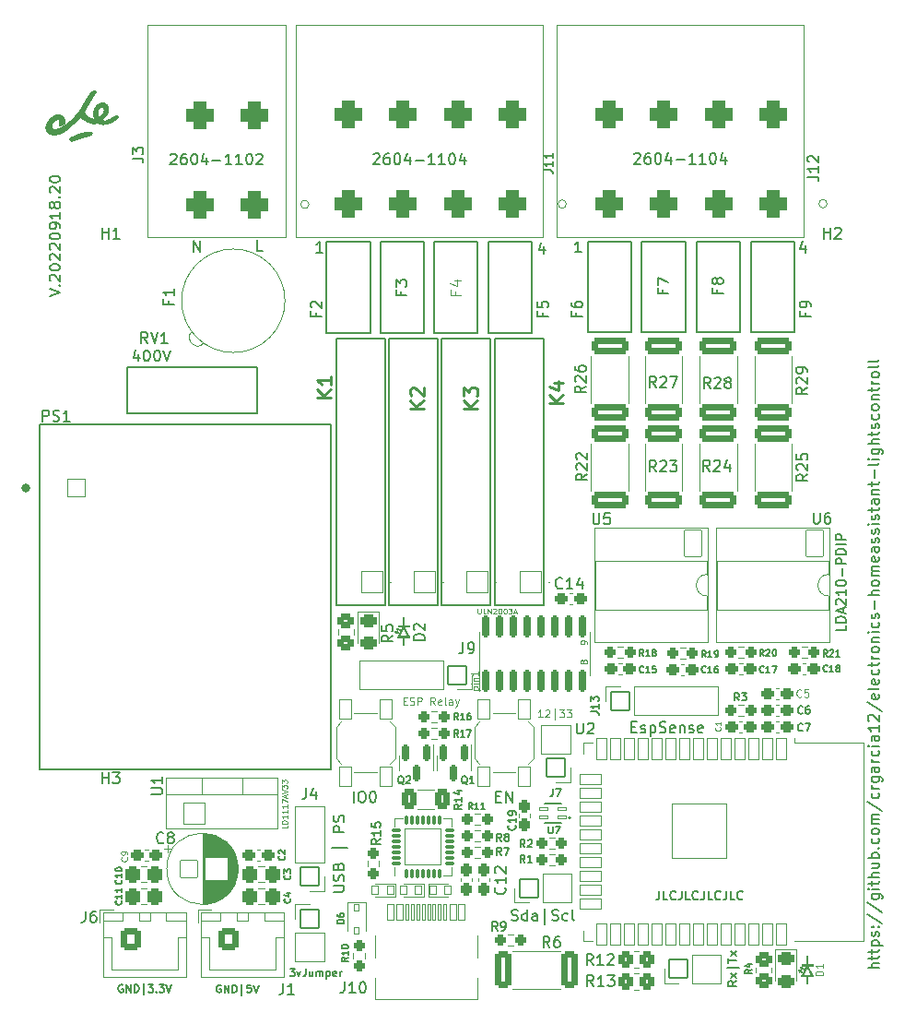
<source format=gto>
G04 #@! TF.GenerationSoftware,KiCad,Pcbnew,(6.0.5)*
G04 #@! TF.CreationDate,2022-09-21T22:31:06+02:00*
G04 #@! TF.ProjectId,hamodule,68616d6f-6475-46c6-952e-6b696361645f,20220918.20*
G04 #@! TF.SameCoordinates,Original*
G04 #@! TF.FileFunction,Legend,Top*
G04 #@! TF.FilePolarity,Positive*
%FSLAX46Y46*%
G04 Gerber Fmt 4.6, Leading zero omitted, Abs format (unit mm)*
G04 Created by KiCad (PCBNEW (6.0.5)) date 2022-09-21 22:31:06*
%MOMM*%
%LPD*%
G01*
G04 APERTURE LIST*
G04 Aperture macros list*
%AMRoundRect*
0 Rectangle with rounded corners*
0 $1 Rounding radius*
0 $2 $3 $4 $5 $6 $7 $8 $9 X,Y pos of 4 corners*
0 Add a 4 corners polygon primitive as box body*
4,1,4,$2,$3,$4,$5,$6,$7,$8,$9,$2,$3,0*
0 Add four circle primitives for the rounded corners*
1,1,$1+$1,$2,$3*
1,1,$1+$1,$4,$5*
1,1,$1+$1,$6,$7*
1,1,$1+$1,$8,$9*
0 Add four rect primitives between the rounded corners*
20,1,$1+$1,$2,$3,$4,$5,0*
20,1,$1+$1,$4,$5,$6,$7,0*
20,1,$1+$1,$6,$7,$8,$9,0*
20,1,$1+$1,$8,$9,$2,$3,0*%
G04 Aperture macros list end*
%ADD10C,0.150000*%
%ADD11C,0.125000*%
%ADD12C,0.200000*%
%ADD13C,0.254000*%
%ADD14C,0.100000*%
%ADD15C,0.120000*%
%ADD16C,0.010000*%
%ADD17C,0.127000*%
%ADD18C,0.400000*%
%ADD19C,0.160000*%
%ADD20RoundRect,0.050000X1.000000X-1.000000X1.000000X1.000000X-1.000000X1.000000X-1.000000X-1.000000X0*%
%ADD21C,2.100000*%
%ADD22RoundRect,0.050000X-0.850000X-0.850000X0.850000X-0.850000X0.850000X0.850000X-0.850000X0.850000X0*%
%ADD23O,1.800000X1.800000*%
%ADD24RoundRect,0.299999X-1.425001X0.450001X-1.425001X-0.450001X1.425001X-0.450001X1.425001X0.450001X0*%
%ADD25C,1.900000*%
%ADD26RoundRect,0.300000X-0.450000X0.325000X-0.450000X-0.325000X0.450000X-0.325000X0.450000X0.325000X0*%
%ADD27RoundRect,0.300000X-0.450000X0.350000X-0.450000X-0.350000X0.450000X-0.350000X0.450000X0.350000X0*%
%ADD28RoundRect,0.300000X-0.600000X-0.750000X0.600000X-0.750000X0.600000X0.750000X-0.600000X0.750000X0*%
%ADD29O,1.800000X2.100000*%
%ADD30RoundRect,0.287500X0.300000X0.237500X-0.300000X0.237500X-0.300000X-0.237500X0.300000X-0.237500X0*%
%ADD31RoundRect,0.300000X-0.337500X-0.475000X0.337500X-0.475000X0.337500X0.475000X-0.337500X0.475000X0*%
%ADD32RoundRect,0.050000X-0.825000X-0.825000X0.825000X-0.825000X0.825000X0.825000X-0.825000X0.825000X0*%
%ADD33C,1.750000*%
%ADD34RoundRect,0.050000X-0.952500X-1.000000X0.952500X-1.000000X0.952500X1.000000X-0.952500X1.000000X0*%
%ADD35O,2.005000X2.100000*%
%ADD36RoundRect,0.675000X0.625000X0.625000X-0.625000X0.625000X-0.625000X-0.625000X0.625000X-0.625000X0*%
%ADD37C,5.600000*%
%ADD38RoundRect,0.200000X0.150000X-0.825000X0.150000X0.825000X-0.150000X0.825000X-0.150000X-0.825000X0*%
%ADD39RoundRect,0.050000X-0.800000X1.200000X-0.800000X-1.200000X0.800000X-1.200000X0.800000X1.200000X0*%
%ADD40O,1.700000X2.500000*%
%ADD41RoundRect,0.287500X-0.250000X-0.237500X0.250000X-0.237500X0.250000X0.237500X-0.250000X0.237500X0*%
%ADD42RoundRect,0.287500X-0.300000X-0.237500X0.300000X-0.237500X0.300000X0.237500X-0.300000X0.237500X0*%
%ADD43RoundRect,0.200000X-0.150000X0.587500X-0.150000X-0.587500X0.150000X-0.587500X0.150000X0.587500X0*%
%ADD44RoundRect,0.287500X0.250000X0.237500X-0.250000X0.237500X-0.250000X-0.237500X0.250000X-0.237500X0*%
%ADD45RoundRect,0.050000X-0.300000X-0.350000X0.300000X-0.350000X0.300000X0.350000X-0.300000X0.350000X0*%
%ADD46RoundRect,0.050000X0.550000X-0.900000X0.550000X0.900000X-0.550000X0.900000X-0.550000X-0.900000X0*%
%ADD47RoundRect,0.050000X-0.550000X0.900000X-0.550000X-0.900000X0.550000X-0.900000X0.550000X0.900000X0*%
%ADD48RoundRect,0.287500X-0.237500X0.300000X-0.237500X-0.300000X0.237500X-0.300000X0.237500X0.300000X0*%
%ADD49RoundRect,0.287500X-0.237500X0.250000X-0.237500X-0.250000X0.237500X-0.250000X0.237500X0.250000X0*%
%ADD50RoundRect,0.050000X-0.225000X0.300000X-0.225000X-0.300000X0.225000X-0.300000X0.225000X0.300000X0*%
%ADD51RoundRect,0.050000X0.300000X0.350000X-0.300000X0.350000X-0.300000X-0.350000X0.300000X-0.350000X0*%
%ADD52RoundRect,0.050000X-0.450000X1.000000X-0.450000X-1.000000X0.450000X-1.000000X0.450000X1.000000X0*%
%ADD53RoundRect,0.050000X-1.000000X-0.450000X1.000000X-0.450000X1.000000X0.450000X-1.000000X0.450000X0*%
%ADD54RoundRect,0.050000X-2.500000X2.500000X-2.500000X-2.500000X2.500000X-2.500000X2.500000X2.500000X0*%
%ADD55RoundRect,0.050000X0.850000X-0.850000X0.850000X0.850000X-0.850000X0.850000X-0.850000X-0.850000X0*%
%ADD56RoundRect,0.300000X0.400000X0.625000X-0.400000X0.625000X-0.400000X-0.625000X0.400000X-0.625000X0*%
%ADD57RoundRect,0.300000X0.350000X0.450000X-0.350000X0.450000X-0.350000X-0.450000X0.350000X-0.450000X0*%
%ADD58RoundRect,0.112500X0.062500X-0.337500X0.062500X0.337500X-0.062500X0.337500X-0.062500X-0.337500X0*%
%ADD59RoundRect,0.112500X0.337500X-0.062500X0.337500X0.062500X-0.337500X0.062500X-0.337500X-0.062500X0*%
%ADD60RoundRect,0.050000X1.675000X-1.675000X1.675000X1.675000X-1.675000X1.675000X-1.675000X-1.675000X0*%
%ADD61RoundRect,0.050000X0.850000X0.850000X-0.850000X0.850000X-0.850000X-0.850000X0.850000X-0.850000X0*%
%ADD62RoundRect,0.300000X0.337500X0.475000X-0.337500X0.475000X-0.337500X-0.475000X0.337500X-0.475000X0*%
%ADD63C,0.750000*%
%ADD64RoundRect,0.050000X-0.300000X-0.725000X0.300000X-0.725000X0.300000X0.725000X-0.300000X0.725000X0*%
%ADD65RoundRect,0.050000X-0.150000X-0.725000X0.150000X-0.725000X0.150000X0.725000X-0.150000X0.725000X0*%
%ADD66O,1.100000X2.200000*%
%ADD67O,1.100000X1.700000*%
%ADD68RoundRect,0.299999X-0.450001X-1.425001X0.450001X-1.425001X0.450001X1.425001X-0.450001X1.425001X0*%
%ADD69RoundRect,0.050000X0.410000X0.152400X-0.410000X0.152400X-0.410000X-0.152400X0.410000X-0.152400X0*%
%ADD70RoundRect,0.050000X0.410000X0.154400X-0.410000X0.154400X-0.410000X-0.154400X0.410000X-0.154400X0*%
%ADD71RoundRect,0.050000X-0.800000X-0.800000X0.800000X-0.800000X0.800000X0.800000X-0.800000X0.800000X0*%
%ADD72C,1.700000*%
%ADD73RoundRect,0.300000X0.450000X-0.350000X0.450000X0.350000X-0.450000X0.350000X-0.450000X-0.350000X0*%
%ADD74RoundRect,0.050000X-0.850000X0.850000X-0.850000X-0.850000X0.850000X-0.850000X0.850000X0.850000X0*%
G04 APERTURE END LIST*
D10*
X101779976Y-46534214D02*
X101779976Y-47200880D01*
X101541880Y-46153261D02*
X101303785Y-46867547D01*
X101922833Y-46867547D01*
X81195214Y-47170880D02*
X80623785Y-47170880D01*
X80909500Y-47170880D02*
X80909500Y-46170880D01*
X80814261Y-46313738D01*
X80719023Y-46408976D01*
X80623785Y-46456595D01*
X32345880Y-51227928D02*
X33345880Y-50894595D01*
X32345880Y-50561261D01*
X33250642Y-50227928D02*
X33298261Y-50180309D01*
X33345880Y-50227928D01*
X33298261Y-50275547D01*
X33250642Y-50227928D01*
X33345880Y-50227928D01*
X32441119Y-49799357D02*
X32393500Y-49751738D01*
X32345880Y-49656500D01*
X32345880Y-49418404D01*
X32393500Y-49323166D01*
X32441119Y-49275547D01*
X32536357Y-49227928D01*
X32631595Y-49227928D01*
X32774452Y-49275547D01*
X33345880Y-49846976D01*
X33345880Y-49227928D01*
X32345880Y-48608880D02*
X32345880Y-48513642D01*
X32393500Y-48418404D01*
X32441119Y-48370785D01*
X32536357Y-48323166D01*
X32726833Y-48275547D01*
X32964928Y-48275547D01*
X33155404Y-48323166D01*
X33250642Y-48370785D01*
X33298261Y-48418404D01*
X33345880Y-48513642D01*
X33345880Y-48608880D01*
X33298261Y-48704119D01*
X33250642Y-48751738D01*
X33155404Y-48799357D01*
X32964928Y-48846976D01*
X32726833Y-48846976D01*
X32536357Y-48799357D01*
X32441119Y-48751738D01*
X32393500Y-48704119D01*
X32345880Y-48608880D01*
X32441119Y-47894595D02*
X32393500Y-47846976D01*
X32345880Y-47751738D01*
X32345880Y-47513642D01*
X32393500Y-47418404D01*
X32441119Y-47370785D01*
X32536357Y-47323166D01*
X32631595Y-47323166D01*
X32774452Y-47370785D01*
X33345880Y-47942214D01*
X33345880Y-47323166D01*
X32441119Y-46942214D02*
X32393500Y-46894595D01*
X32345880Y-46799357D01*
X32345880Y-46561261D01*
X32393500Y-46466023D01*
X32441119Y-46418404D01*
X32536357Y-46370785D01*
X32631595Y-46370785D01*
X32774452Y-46418404D01*
X33345880Y-46989833D01*
X33345880Y-46370785D01*
X32345880Y-45751738D02*
X32345880Y-45656500D01*
X32393500Y-45561261D01*
X32441119Y-45513642D01*
X32536357Y-45466023D01*
X32726833Y-45418404D01*
X32964928Y-45418404D01*
X33155404Y-45466023D01*
X33250642Y-45513642D01*
X33298261Y-45561261D01*
X33345880Y-45656500D01*
X33345880Y-45751738D01*
X33298261Y-45846976D01*
X33250642Y-45894595D01*
X33155404Y-45942214D01*
X32964928Y-45989833D01*
X32726833Y-45989833D01*
X32536357Y-45942214D01*
X32441119Y-45894595D01*
X32393500Y-45846976D01*
X32345880Y-45751738D01*
X33345880Y-44942214D02*
X33345880Y-44751738D01*
X33298261Y-44656500D01*
X33250642Y-44608880D01*
X33107785Y-44513642D01*
X32917309Y-44466023D01*
X32536357Y-44466023D01*
X32441119Y-44513642D01*
X32393500Y-44561261D01*
X32345880Y-44656500D01*
X32345880Y-44846976D01*
X32393500Y-44942214D01*
X32441119Y-44989833D01*
X32536357Y-45037452D01*
X32774452Y-45037452D01*
X32869690Y-44989833D01*
X32917309Y-44942214D01*
X32964928Y-44846976D01*
X32964928Y-44656500D01*
X32917309Y-44561261D01*
X32869690Y-44513642D01*
X32774452Y-44466023D01*
X33345880Y-43513642D02*
X33345880Y-44085071D01*
X33345880Y-43799357D02*
X32345880Y-43799357D01*
X32488738Y-43894595D01*
X32583976Y-43989833D01*
X32631595Y-44085071D01*
X32774452Y-42942214D02*
X32726833Y-43037452D01*
X32679214Y-43085071D01*
X32583976Y-43132690D01*
X32536357Y-43132690D01*
X32441119Y-43085071D01*
X32393500Y-43037452D01*
X32345880Y-42942214D01*
X32345880Y-42751738D01*
X32393500Y-42656500D01*
X32441119Y-42608880D01*
X32536357Y-42561261D01*
X32583976Y-42561261D01*
X32679214Y-42608880D01*
X32726833Y-42656500D01*
X32774452Y-42751738D01*
X32774452Y-42942214D01*
X32822071Y-43037452D01*
X32869690Y-43085071D01*
X32964928Y-43132690D01*
X33155404Y-43132690D01*
X33250642Y-43085071D01*
X33298261Y-43037452D01*
X33345880Y-42942214D01*
X33345880Y-42751738D01*
X33298261Y-42656500D01*
X33250642Y-42608880D01*
X33155404Y-42561261D01*
X32964928Y-42561261D01*
X32869690Y-42608880D01*
X32822071Y-42656500D01*
X32774452Y-42751738D01*
X33250642Y-42132690D02*
X33298261Y-42085071D01*
X33345880Y-42132690D01*
X33298261Y-42180309D01*
X33250642Y-42132690D01*
X33345880Y-42132690D01*
X32441119Y-41704119D02*
X32393500Y-41656500D01*
X32345880Y-41561261D01*
X32345880Y-41323166D01*
X32393500Y-41227928D01*
X32441119Y-41180309D01*
X32536357Y-41132690D01*
X32631595Y-41132690D01*
X32774452Y-41180309D01*
X33345880Y-41751738D01*
X33345880Y-41132690D01*
X32345880Y-40513642D02*
X32345880Y-40418404D01*
X32393500Y-40323166D01*
X32441119Y-40275547D01*
X32536357Y-40227928D01*
X32726833Y-40180309D01*
X32964928Y-40180309D01*
X33155404Y-40227928D01*
X33250642Y-40275547D01*
X33298261Y-40323166D01*
X33345880Y-40418404D01*
X33345880Y-40513642D01*
X33298261Y-40608880D01*
X33250642Y-40656500D01*
X33155404Y-40704119D01*
X32964928Y-40751738D01*
X32726833Y-40751738D01*
X32536357Y-40704119D01*
X32441119Y-40656500D01*
X32393500Y-40608880D01*
X32345880Y-40513642D01*
X45595976Y-47157380D02*
X45595976Y-46157380D01*
X46167404Y-47157380D01*
X46167404Y-46157380D01*
X51911285Y-47020880D02*
X51435095Y-47020880D01*
X51435095Y-46020880D01*
D11*
X64857333Y-88342000D02*
X65090666Y-88342000D01*
X65190666Y-88708666D02*
X64857333Y-88708666D01*
X64857333Y-88008666D01*
X65190666Y-88008666D01*
X65457333Y-88675333D02*
X65557333Y-88708666D01*
X65724000Y-88708666D01*
X65790666Y-88675333D01*
X65824000Y-88642000D01*
X65857333Y-88575333D01*
X65857333Y-88508666D01*
X65824000Y-88442000D01*
X65790666Y-88408666D01*
X65724000Y-88375333D01*
X65590666Y-88342000D01*
X65524000Y-88308666D01*
X65490666Y-88275333D01*
X65457333Y-88208666D01*
X65457333Y-88142000D01*
X65490666Y-88075333D01*
X65524000Y-88042000D01*
X65590666Y-88008666D01*
X65757333Y-88008666D01*
X65857333Y-88042000D01*
X66157333Y-88708666D02*
X66157333Y-88008666D01*
X66424000Y-88008666D01*
X66490666Y-88042000D01*
X66524000Y-88075333D01*
X66557333Y-88142000D01*
X66557333Y-88242000D01*
X66524000Y-88308666D01*
X66490666Y-88342000D01*
X66424000Y-88375333D01*
X66157333Y-88375333D01*
X67790666Y-88708666D02*
X67557333Y-88375333D01*
X67390666Y-88708666D02*
X67390666Y-88008666D01*
X67657333Y-88008666D01*
X67724000Y-88042000D01*
X67757333Y-88075333D01*
X67790666Y-88142000D01*
X67790666Y-88242000D01*
X67757333Y-88308666D01*
X67724000Y-88342000D01*
X67657333Y-88375333D01*
X67390666Y-88375333D01*
X68357333Y-88675333D02*
X68290666Y-88708666D01*
X68157333Y-88708666D01*
X68090666Y-88675333D01*
X68057333Y-88608666D01*
X68057333Y-88342000D01*
X68090666Y-88275333D01*
X68157333Y-88242000D01*
X68290666Y-88242000D01*
X68357333Y-88275333D01*
X68390666Y-88342000D01*
X68390666Y-88408666D01*
X68057333Y-88475333D01*
X68790666Y-88708666D02*
X68724000Y-88675333D01*
X68690666Y-88608666D01*
X68690666Y-88008666D01*
X69357333Y-88708666D02*
X69357333Y-88342000D01*
X69324000Y-88275333D01*
X69257333Y-88242000D01*
X69124000Y-88242000D01*
X69057333Y-88275333D01*
X69357333Y-88675333D02*
X69290666Y-88708666D01*
X69124000Y-88708666D01*
X69057333Y-88675333D01*
X69024000Y-88608666D01*
X69024000Y-88542000D01*
X69057333Y-88475333D01*
X69124000Y-88442000D01*
X69290666Y-88442000D01*
X69357333Y-88408666D01*
X69624000Y-88242000D02*
X69790666Y-88708666D01*
X69957333Y-88242000D02*
X69790666Y-88708666D01*
X69724000Y-88875333D01*
X69690666Y-88908666D01*
X69624000Y-88942000D01*
D10*
X77787476Y-46648714D02*
X77787476Y-47315380D01*
X77549380Y-46267761D02*
X77311285Y-46982047D01*
X77930333Y-46982047D01*
X57435714Y-47188380D02*
X56864285Y-47188380D01*
X57150000Y-47188380D02*
X57150000Y-46188380D01*
X57054761Y-46331238D01*
X56959523Y-46426476D01*
X56864285Y-46474095D01*
D12*
X88380261Y-105797404D02*
X88380261Y-106368833D01*
X88342166Y-106483119D01*
X88265976Y-106559309D01*
X88151690Y-106597404D01*
X88075500Y-106597404D01*
X89142166Y-106597404D02*
X88761214Y-106597404D01*
X88761214Y-105797404D01*
X89865976Y-106521214D02*
X89827880Y-106559309D01*
X89713595Y-106597404D01*
X89637404Y-106597404D01*
X89523119Y-106559309D01*
X89446928Y-106483119D01*
X89408833Y-106406928D01*
X89370738Y-106254547D01*
X89370738Y-106140261D01*
X89408833Y-105987880D01*
X89446928Y-105911690D01*
X89523119Y-105835500D01*
X89637404Y-105797404D01*
X89713595Y-105797404D01*
X89827880Y-105835500D01*
X89865976Y-105873595D01*
X90437404Y-105797404D02*
X90437404Y-106368833D01*
X90399309Y-106483119D01*
X90323119Y-106559309D01*
X90208833Y-106597404D01*
X90132642Y-106597404D01*
X91199309Y-106597404D02*
X90818357Y-106597404D01*
X90818357Y-105797404D01*
X91923119Y-106521214D02*
X91885023Y-106559309D01*
X91770738Y-106597404D01*
X91694547Y-106597404D01*
X91580261Y-106559309D01*
X91504071Y-106483119D01*
X91465976Y-106406928D01*
X91427880Y-106254547D01*
X91427880Y-106140261D01*
X91465976Y-105987880D01*
X91504071Y-105911690D01*
X91580261Y-105835500D01*
X91694547Y-105797404D01*
X91770738Y-105797404D01*
X91885023Y-105835500D01*
X91923119Y-105873595D01*
X92494547Y-105797404D02*
X92494547Y-106368833D01*
X92456452Y-106483119D01*
X92380261Y-106559309D01*
X92265976Y-106597404D01*
X92189785Y-106597404D01*
X93256452Y-106597404D02*
X92875500Y-106597404D01*
X92875500Y-105797404D01*
X93980261Y-106521214D02*
X93942166Y-106559309D01*
X93827880Y-106597404D01*
X93751690Y-106597404D01*
X93637404Y-106559309D01*
X93561214Y-106483119D01*
X93523119Y-106406928D01*
X93485023Y-106254547D01*
X93485023Y-106140261D01*
X93523119Y-105987880D01*
X93561214Y-105911690D01*
X93637404Y-105835500D01*
X93751690Y-105797404D01*
X93827880Y-105797404D01*
X93942166Y-105835500D01*
X93980261Y-105873595D01*
X94551690Y-105797404D02*
X94551690Y-106368833D01*
X94513595Y-106483119D01*
X94437404Y-106559309D01*
X94323119Y-106597404D01*
X94246928Y-106597404D01*
X95313595Y-106597404D02*
X94932642Y-106597404D01*
X94932642Y-105797404D01*
X96037404Y-106521214D02*
X95999309Y-106559309D01*
X95885023Y-106597404D01*
X95808833Y-106597404D01*
X95694547Y-106559309D01*
X95618357Y-106483119D01*
X95580261Y-106406928D01*
X95542166Y-106254547D01*
X95542166Y-106140261D01*
X95580261Y-105987880D01*
X95618357Y-105911690D01*
X95694547Y-105835500D01*
X95808833Y-105797404D01*
X95885023Y-105797404D01*
X95999309Y-105835500D01*
X96037404Y-105873595D01*
D10*
X108555380Y-112862142D02*
X107555380Y-112862142D01*
X108555380Y-112433571D02*
X108031571Y-112433571D01*
X107936333Y-112481190D01*
X107888714Y-112576428D01*
X107888714Y-112719285D01*
X107936333Y-112814523D01*
X107983952Y-112862142D01*
X107888714Y-112100238D02*
X107888714Y-111719285D01*
X107555380Y-111957380D02*
X108412523Y-111957380D01*
X108507761Y-111909761D01*
X108555380Y-111814523D01*
X108555380Y-111719285D01*
X107888714Y-111528809D02*
X107888714Y-111147857D01*
X107555380Y-111385952D02*
X108412523Y-111385952D01*
X108507761Y-111338333D01*
X108555380Y-111243095D01*
X108555380Y-111147857D01*
X107888714Y-110814523D02*
X108888714Y-110814523D01*
X107936333Y-110814523D02*
X107888714Y-110719285D01*
X107888714Y-110528809D01*
X107936333Y-110433571D01*
X107983952Y-110385952D01*
X108079190Y-110338333D01*
X108364904Y-110338333D01*
X108460142Y-110385952D01*
X108507761Y-110433571D01*
X108555380Y-110528809D01*
X108555380Y-110719285D01*
X108507761Y-110814523D01*
X108507761Y-109957380D02*
X108555380Y-109862142D01*
X108555380Y-109671666D01*
X108507761Y-109576428D01*
X108412523Y-109528809D01*
X108364904Y-109528809D01*
X108269666Y-109576428D01*
X108222047Y-109671666D01*
X108222047Y-109814523D01*
X108174428Y-109909761D01*
X108079190Y-109957380D01*
X108031571Y-109957380D01*
X107936333Y-109909761D01*
X107888714Y-109814523D01*
X107888714Y-109671666D01*
X107936333Y-109576428D01*
X108460142Y-109100238D02*
X108507761Y-109052619D01*
X108555380Y-109100238D01*
X108507761Y-109147857D01*
X108460142Y-109100238D01*
X108555380Y-109100238D01*
X107936333Y-109100238D02*
X107983952Y-109052619D01*
X108031571Y-109100238D01*
X107983952Y-109147857D01*
X107936333Y-109100238D01*
X108031571Y-109100238D01*
X107507761Y-107909761D02*
X108793476Y-108766904D01*
X107507761Y-106862142D02*
X108793476Y-107719285D01*
X107888714Y-106100238D02*
X108698238Y-106100238D01*
X108793476Y-106147857D01*
X108841095Y-106195476D01*
X108888714Y-106290714D01*
X108888714Y-106433571D01*
X108841095Y-106528809D01*
X108507761Y-106100238D02*
X108555380Y-106195476D01*
X108555380Y-106385952D01*
X108507761Y-106481190D01*
X108460142Y-106528809D01*
X108364904Y-106576428D01*
X108079190Y-106576428D01*
X107983952Y-106528809D01*
X107936333Y-106481190D01*
X107888714Y-106385952D01*
X107888714Y-106195476D01*
X107936333Y-106100238D01*
X108555380Y-105624047D02*
X107888714Y-105624047D01*
X107555380Y-105624047D02*
X107603000Y-105671666D01*
X107650619Y-105624047D01*
X107603000Y-105576428D01*
X107555380Y-105624047D01*
X107650619Y-105624047D01*
X107888714Y-105290714D02*
X107888714Y-104909761D01*
X107555380Y-105147857D02*
X108412523Y-105147857D01*
X108507761Y-105100238D01*
X108555380Y-105005000D01*
X108555380Y-104909761D01*
X108555380Y-104576428D02*
X107555380Y-104576428D01*
X108555380Y-104147857D02*
X108031571Y-104147857D01*
X107936333Y-104195476D01*
X107888714Y-104290714D01*
X107888714Y-104433571D01*
X107936333Y-104528809D01*
X107983952Y-104576428D01*
X107888714Y-103243095D02*
X108555380Y-103243095D01*
X107888714Y-103671666D02*
X108412523Y-103671666D01*
X108507761Y-103624047D01*
X108555380Y-103528809D01*
X108555380Y-103385952D01*
X108507761Y-103290714D01*
X108460142Y-103243095D01*
X108555380Y-102766904D02*
X107555380Y-102766904D01*
X107936333Y-102766904D02*
X107888714Y-102671666D01*
X107888714Y-102481190D01*
X107936333Y-102385952D01*
X107983952Y-102338333D01*
X108079190Y-102290714D01*
X108364904Y-102290714D01*
X108460142Y-102338333D01*
X108507761Y-102385952D01*
X108555380Y-102481190D01*
X108555380Y-102671666D01*
X108507761Y-102766904D01*
X108460142Y-101862142D02*
X108507761Y-101814523D01*
X108555380Y-101862142D01*
X108507761Y-101909761D01*
X108460142Y-101862142D01*
X108555380Y-101862142D01*
X108507761Y-100957380D02*
X108555380Y-101052619D01*
X108555380Y-101243095D01*
X108507761Y-101338333D01*
X108460142Y-101385952D01*
X108364904Y-101433571D01*
X108079190Y-101433571D01*
X107983952Y-101385952D01*
X107936333Y-101338333D01*
X107888714Y-101243095D01*
X107888714Y-101052619D01*
X107936333Y-100957380D01*
X108555380Y-100385952D02*
X108507761Y-100481190D01*
X108460142Y-100528809D01*
X108364904Y-100576428D01*
X108079190Y-100576428D01*
X107983952Y-100528809D01*
X107936333Y-100481190D01*
X107888714Y-100385952D01*
X107888714Y-100243095D01*
X107936333Y-100147857D01*
X107983952Y-100100238D01*
X108079190Y-100052619D01*
X108364904Y-100052619D01*
X108460142Y-100100238D01*
X108507761Y-100147857D01*
X108555380Y-100243095D01*
X108555380Y-100385952D01*
X108555380Y-99624047D02*
X107888714Y-99624047D01*
X107983952Y-99624047D02*
X107936333Y-99576428D01*
X107888714Y-99481190D01*
X107888714Y-99338333D01*
X107936333Y-99243095D01*
X108031571Y-99195476D01*
X108555380Y-99195476D01*
X108031571Y-99195476D02*
X107936333Y-99147857D01*
X107888714Y-99052619D01*
X107888714Y-98909761D01*
X107936333Y-98814523D01*
X108031571Y-98766904D01*
X108555380Y-98766904D01*
X107507761Y-97576428D02*
X108793476Y-98433571D01*
X108507761Y-96814523D02*
X108555380Y-96909761D01*
X108555380Y-97100238D01*
X108507761Y-97195476D01*
X108460142Y-97243095D01*
X108364904Y-97290714D01*
X108079190Y-97290714D01*
X107983952Y-97243095D01*
X107936333Y-97195476D01*
X107888714Y-97100238D01*
X107888714Y-96909761D01*
X107936333Y-96814523D01*
X108555380Y-96385952D02*
X107888714Y-96385952D01*
X108079190Y-96385952D02*
X107983952Y-96338333D01*
X107936333Y-96290714D01*
X107888714Y-96195476D01*
X107888714Y-96100238D01*
X107888714Y-95338333D02*
X108698238Y-95338333D01*
X108793476Y-95385952D01*
X108841095Y-95433571D01*
X108888714Y-95528809D01*
X108888714Y-95671666D01*
X108841095Y-95766904D01*
X108507761Y-95338333D02*
X108555380Y-95433571D01*
X108555380Y-95624047D01*
X108507761Y-95719285D01*
X108460142Y-95766904D01*
X108364904Y-95814523D01*
X108079190Y-95814523D01*
X107983952Y-95766904D01*
X107936333Y-95719285D01*
X107888714Y-95624047D01*
X107888714Y-95433571D01*
X107936333Y-95338333D01*
X108555380Y-94433571D02*
X108031571Y-94433571D01*
X107936333Y-94481190D01*
X107888714Y-94576428D01*
X107888714Y-94766904D01*
X107936333Y-94862142D01*
X108507761Y-94433571D02*
X108555380Y-94528809D01*
X108555380Y-94766904D01*
X108507761Y-94862142D01*
X108412523Y-94909761D01*
X108317285Y-94909761D01*
X108222047Y-94862142D01*
X108174428Y-94766904D01*
X108174428Y-94528809D01*
X108126809Y-94433571D01*
X108555380Y-93957380D02*
X107888714Y-93957380D01*
X108079190Y-93957380D02*
X107983952Y-93909761D01*
X107936333Y-93862142D01*
X107888714Y-93766904D01*
X107888714Y-93671666D01*
X108507761Y-92909761D02*
X108555380Y-93005000D01*
X108555380Y-93195476D01*
X108507761Y-93290714D01*
X108460142Y-93338333D01*
X108364904Y-93385952D01*
X108079190Y-93385952D01*
X107983952Y-93338333D01*
X107936333Y-93290714D01*
X107888714Y-93195476D01*
X107888714Y-93005000D01*
X107936333Y-92909761D01*
X108555380Y-92481190D02*
X107888714Y-92481190D01*
X107555380Y-92481190D02*
X107603000Y-92528809D01*
X107650619Y-92481190D01*
X107603000Y-92433571D01*
X107555380Y-92481190D01*
X107650619Y-92481190D01*
X108555380Y-91576428D02*
X108031571Y-91576428D01*
X107936333Y-91624047D01*
X107888714Y-91719285D01*
X107888714Y-91909761D01*
X107936333Y-92005000D01*
X108507761Y-91576428D02*
X108555380Y-91671666D01*
X108555380Y-91909761D01*
X108507761Y-92005000D01*
X108412523Y-92052619D01*
X108317285Y-92052619D01*
X108222047Y-92005000D01*
X108174428Y-91909761D01*
X108174428Y-91671666D01*
X108126809Y-91576428D01*
X108555380Y-90576428D02*
X108555380Y-91147857D01*
X108555380Y-90862142D02*
X107555380Y-90862142D01*
X107698238Y-90957380D01*
X107793476Y-91052619D01*
X107841095Y-91147857D01*
X107650619Y-90195476D02*
X107603000Y-90147857D01*
X107555380Y-90052619D01*
X107555380Y-89814523D01*
X107603000Y-89719285D01*
X107650619Y-89671666D01*
X107745857Y-89624047D01*
X107841095Y-89624047D01*
X107983952Y-89671666D01*
X108555380Y-90243095D01*
X108555380Y-89624047D01*
X107507761Y-88481190D02*
X108793476Y-89338333D01*
X108507761Y-87766904D02*
X108555380Y-87862142D01*
X108555380Y-88052619D01*
X108507761Y-88147857D01*
X108412523Y-88195476D01*
X108031571Y-88195476D01*
X107936333Y-88147857D01*
X107888714Y-88052619D01*
X107888714Y-87862142D01*
X107936333Y-87766904D01*
X108031571Y-87719285D01*
X108126809Y-87719285D01*
X108222047Y-88195476D01*
X108555380Y-87147857D02*
X108507761Y-87243095D01*
X108412523Y-87290714D01*
X107555380Y-87290714D01*
X108507761Y-86385952D02*
X108555380Y-86481190D01*
X108555380Y-86671666D01*
X108507761Y-86766904D01*
X108412523Y-86814523D01*
X108031571Y-86814523D01*
X107936333Y-86766904D01*
X107888714Y-86671666D01*
X107888714Y-86481190D01*
X107936333Y-86385952D01*
X108031571Y-86338333D01*
X108126809Y-86338333D01*
X108222047Y-86814523D01*
X108507761Y-85481190D02*
X108555380Y-85576428D01*
X108555380Y-85766904D01*
X108507761Y-85862142D01*
X108460142Y-85909761D01*
X108364904Y-85957380D01*
X108079190Y-85957380D01*
X107983952Y-85909761D01*
X107936333Y-85862142D01*
X107888714Y-85766904D01*
X107888714Y-85576428D01*
X107936333Y-85481190D01*
X107888714Y-85195476D02*
X107888714Y-84814523D01*
X107555380Y-85052619D02*
X108412523Y-85052619D01*
X108507761Y-85005000D01*
X108555380Y-84909761D01*
X108555380Y-84814523D01*
X108555380Y-84481190D02*
X107888714Y-84481190D01*
X108079190Y-84481190D02*
X107983952Y-84433571D01*
X107936333Y-84385952D01*
X107888714Y-84290714D01*
X107888714Y-84195476D01*
X108555380Y-83719285D02*
X108507761Y-83814523D01*
X108460142Y-83862142D01*
X108364904Y-83909761D01*
X108079190Y-83909761D01*
X107983952Y-83862142D01*
X107936333Y-83814523D01*
X107888714Y-83719285D01*
X107888714Y-83576428D01*
X107936333Y-83481190D01*
X107983952Y-83433571D01*
X108079190Y-83385952D01*
X108364904Y-83385952D01*
X108460142Y-83433571D01*
X108507761Y-83481190D01*
X108555380Y-83576428D01*
X108555380Y-83719285D01*
X107888714Y-82957380D02*
X108555380Y-82957380D01*
X107983952Y-82957380D02*
X107936333Y-82909761D01*
X107888714Y-82814523D01*
X107888714Y-82671666D01*
X107936333Y-82576428D01*
X108031571Y-82528809D01*
X108555380Y-82528809D01*
X108555380Y-82052619D02*
X107888714Y-82052619D01*
X107555380Y-82052619D02*
X107603000Y-82100238D01*
X107650619Y-82052619D01*
X107603000Y-82005000D01*
X107555380Y-82052619D01*
X107650619Y-82052619D01*
X108507761Y-81147857D02*
X108555380Y-81243095D01*
X108555380Y-81433571D01*
X108507761Y-81528809D01*
X108460142Y-81576428D01*
X108364904Y-81624047D01*
X108079190Y-81624047D01*
X107983952Y-81576428D01*
X107936333Y-81528809D01*
X107888714Y-81433571D01*
X107888714Y-81243095D01*
X107936333Y-81147857D01*
X108507761Y-80766904D02*
X108555380Y-80671666D01*
X108555380Y-80481190D01*
X108507761Y-80385952D01*
X108412523Y-80338333D01*
X108364904Y-80338333D01*
X108269666Y-80385952D01*
X108222047Y-80481190D01*
X108222047Y-80624047D01*
X108174428Y-80719285D01*
X108079190Y-80766904D01*
X108031571Y-80766904D01*
X107936333Y-80719285D01*
X107888714Y-80624047D01*
X107888714Y-80481190D01*
X107936333Y-80385952D01*
X108174428Y-79909761D02*
X108174428Y-79147857D01*
X108555380Y-78671666D02*
X107555380Y-78671666D01*
X108555380Y-78243095D02*
X108031571Y-78243095D01*
X107936333Y-78290714D01*
X107888714Y-78385952D01*
X107888714Y-78528809D01*
X107936333Y-78624047D01*
X107983952Y-78671666D01*
X108555380Y-77624047D02*
X108507761Y-77719285D01*
X108460142Y-77766904D01*
X108364904Y-77814523D01*
X108079190Y-77814523D01*
X107983952Y-77766904D01*
X107936333Y-77719285D01*
X107888714Y-77624047D01*
X107888714Y-77481190D01*
X107936333Y-77385952D01*
X107983952Y-77338333D01*
X108079190Y-77290714D01*
X108364904Y-77290714D01*
X108460142Y-77338333D01*
X108507761Y-77385952D01*
X108555380Y-77481190D01*
X108555380Y-77624047D01*
X108555380Y-76862142D02*
X107888714Y-76862142D01*
X107983952Y-76862142D02*
X107936333Y-76814523D01*
X107888714Y-76719285D01*
X107888714Y-76576428D01*
X107936333Y-76481190D01*
X108031571Y-76433571D01*
X108555380Y-76433571D01*
X108031571Y-76433571D02*
X107936333Y-76385952D01*
X107888714Y-76290714D01*
X107888714Y-76147857D01*
X107936333Y-76052619D01*
X108031571Y-76005000D01*
X108555380Y-76005000D01*
X108507761Y-75147857D02*
X108555380Y-75243095D01*
X108555380Y-75433571D01*
X108507761Y-75528809D01*
X108412523Y-75576428D01*
X108031571Y-75576428D01*
X107936333Y-75528809D01*
X107888714Y-75433571D01*
X107888714Y-75243095D01*
X107936333Y-75147857D01*
X108031571Y-75100238D01*
X108126809Y-75100238D01*
X108222047Y-75576428D01*
X108555380Y-74243095D02*
X108031571Y-74243095D01*
X107936333Y-74290714D01*
X107888714Y-74385952D01*
X107888714Y-74576428D01*
X107936333Y-74671666D01*
X108507761Y-74243095D02*
X108555380Y-74338333D01*
X108555380Y-74576428D01*
X108507761Y-74671666D01*
X108412523Y-74719285D01*
X108317285Y-74719285D01*
X108222047Y-74671666D01*
X108174428Y-74576428D01*
X108174428Y-74338333D01*
X108126809Y-74243095D01*
X108507761Y-73814523D02*
X108555380Y-73719285D01*
X108555380Y-73528809D01*
X108507761Y-73433571D01*
X108412523Y-73385952D01*
X108364904Y-73385952D01*
X108269666Y-73433571D01*
X108222047Y-73528809D01*
X108222047Y-73671666D01*
X108174428Y-73766904D01*
X108079190Y-73814523D01*
X108031571Y-73814523D01*
X107936333Y-73766904D01*
X107888714Y-73671666D01*
X107888714Y-73528809D01*
X107936333Y-73433571D01*
X108507761Y-73005000D02*
X108555380Y-72909761D01*
X108555380Y-72719285D01*
X108507761Y-72624047D01*
X108412523Y-72576428D01*
X108364904Y-72576428D01*
X108269666Y-72624047D01*
X108222047Y-72719285D01*
X108222047Y-72862142D01*
X108174428Y-72957380D01*
X108079190Y-73005000D01*
X108031571Y-73005000D01*
X107936333Y-72957380D01*
X107888714Y-72862142D01*
X107888714Y-72719285D01*
X107936333Y-72624047D01*
X108555380Y-72147857D02*
X107888714Y-72147857D01*
X107555380Y-72147857D02*
X107603000Y-72195476D01*
X107650619Y-72147857D01*
X107603000Y-72100238D01*
X107555380Y-72147857D01*
X107650619Y-72147857D01*
X108507761Y-71719285D02*
X108555380Y-71624047D01*
X108555380Y-71433571D01*
X108507761Y-71338333D01*
X108412523Y-71290714D01*
X108364904Y-71290714D01*
X108269666Y-71338333D01*
X108222047Y-71433571D01*
X108222047Y-71576428D01*
X108174428Y-71671666D01*
X108079190Y-71719285D01*
X108031571Y-71719285D01*
X107936333Y-71671666D01*
X107888714Y-71576428D01*
X107888714Y-71433571D01*
X107936333Y-71338333D01*
X107888714Y-71005000D02*
X107888714Y-70624047D01*
X107555380Y-70862142D02*
X108412523Y-70862142D01*
X108507761Y-70814523D01*
X108555380Y-70719285D01*
X108555380Y-70624047D01*
X108555380Y-69862142D02*
X108031571Y-69862142D01*
X107936333Y-69909761D01*
X107888714Y-70005000D01*
X107888714Y-70195476D01*
X107936333Y-70290714D01*
X108507761Y-69862142D02*
X108555380Y-69957380D01*
X108555380Y-70195476D01*
X108507761Y-70290714D01*
X108412523Y-70338333D01*
X108317285Y-70338333D01*
X108222047Y-70290714D01*
X108174428Y-70195476D01*
X108174428Y-69957380D01*
X108126809Y-69862142D01*
X107888714Y-69385952D02*
X108555380Y-69385952D01*
X107983952Y-69385952D02*
X107936333Y-69338333D01*
X107888714Y-69243095D01*
X107888714Y-69100238D01*
X107936333Y-69005000D01*
X108031571Y-68957380D01*
X108555380Y-68957380D01*
X107888714Y-68624047D02*
X107888714Y-68243095D01*
X107555380Y-68481190D02*
X108412523Y-68481190D01*
X108507761Y-68433571D01*
X108555380Y-68338333D01*
X108555380Y-68243095D01*
X108174428Y-67909761D02*
X108174428Y-67147857D01*
X108555380Y-66528809D02*
X108507761Y-66624047D01*
X108412523Y-66671666D01*
X107555380Y-66671666D01*
X108555380Y-66147857D02*
X107888714Y-66147857D01*
X107555380Y-66147857D02*
X107603000Y-66195476D01*
X107650619Y-66147857D01*
X107603000Y-66100238D01*
X107555380Y-66147857D01*
X107650619Y-66147857D01*
X107888714Y-65243095D02*
X108698238Y-65243095D01*
X108793476Y-65290714D01*
X108841095Y-65338333D01*
X108888714Y-65433571D01*
X108888714Y-65576428D01*
X108841095Y-65671666D01*
X108507761Y-65243095D02*
X108555380Y-65338333D01*
X108555380Y-65528809D01*
X108507761Y-65624047D01*
X108460142Y-65671666D01*
X108364904Y-65719285D01*
X108079190Y-65719285D01*
X107983952Y-65671666D01*
X107936333Y-65624047D01*
X107888714Y-65528809D01*
X107888714Y-65338333D01*
X107936333Y-65243095D01*
X108555380Y-64766904D02*
X107555380Y-64766904D01*
X108555380Y-64338333D02*
X108031571Y-64338333D01*
X107936333Y-64385952D01*
X107888714Y-64481190D01*
X107888714Y-64624047D01*
X107936333Y-64719285D01*
X107983952Y-64766904D01*
X107888714Y-64005000D02*
X107888714Y-63624047D01*
X107555380Y-63862142D02*
X108412523Y-63862142D01*
X108507761Y-63814523D01*
X108555380Y-63719285D01*
X108555380Y-63624047D01*
X108507761Y-63338333D02*
X108555380Y-63243095D01*
X108555380Y-63052619D01*
X108507761Y-62957380D01*
X108412523Y-62909761D01*
X108364904Y-62909761D01*
X108269666Y-62957380D01*
X108222047Y-63052619D01*
X108222047Y-63195476D01*
X108174428Y-63290714D01*
X108079190Y-63338333D01*
X108031571Y-63338333D01*
X107936333Y-63290714D01*
X107888714Y-63195476D01*
X107888714Y-63052619D01*
X107936333Y-62957380D01*
X108507761Y-62052619D02*
X108555380Y-62147857D01*
X108555380Y-62338333D01*
X108507761Y-62433571D01*
X108460142Y-62481190D01*
X108364904Y-62528809D01*
X108079190Y-62528809D01*
X107983952Y-62481190D01*
X107936333Y-62433571D01*
X107888714Y-62338333D01*
X107888714Y-62147857D01*
X107936333Y-62052619D01*
X108555380Y-61481190D02*
X108507761Y-61576428D01*
X108460142Y-61624047D01*
X108364904Y-61671666D01*
X108079190Y-61671666D01*
X107983952Y-61624047D01*
X107936333Y-61576428D01*
X107888714Y-61481190D01*
X107888714Y-61338333D01*
X107936333Y-61243095D01*
X107983952Y-61195476D01*
X108079190Y-61147857D01*
X108364904Y-61147857D01*
X108460142Y-61195476D01*
X108507761Y-61243095D01*
X108555380Y-61338333D01*
X108555380Y-61481190D01*
X107888714Y-60719285D02*
X108555380Y-60719285D01*
X107983952Y-60719285D02*
X107936333Y-60671666D01*
X107888714Y-60576428D01*
X107888714Y-60433571D01*
X107936333Y-60338333D01*
X108031571Y-60290714D01*
X108555380Y-60290714D01*
X107888714Y-59957380D02*
X107888714Y-59576428D01*
X107555380Y-59814523D02*
X108412523Y-59814523D01*
X108507761Y-59766904D01*
X108555380Y-59671666D01*
X108555380Y-59576428D01*
X108555380Y-59243095D02*
X107888714Y-59243095D01*
X108079190Y-59243095D02*
X107983952Y-59195476D01*
X107936333Y-59147857D01*
X107888714Y-59052619D01*
X107888714Y-58957380D01*
X108555380Y-58481190D02*
X108507761Y-58576428D01*
X108460142Y-58624047D01*
X108364904Y-58671666D01*
X108079190Y-58671666D01*
X107983952Y-58624047D01*
X107936333Y-58576428D01*
X107888714Y-58481190D01*
X107888714Y-58338333D01*
X107936333Y-58243095D01*
X107983952Y-58195476D01*
X108079190Y-58147857D01*
X108364904Y-58147857D01*
X108460142Y-58195476D01*
X108507761Y-58243095D01*
X108555380Y-58338333D01*
X108555380Y-58481190D01*
X108555380Y-57576428D02*
X108507761Y-57671666D01*
X108412523Y-57719285D01*
X107555380Y-57719285D01*
X108555380Y-57052619D02*
X108507761Y-57147857D01*
X108412523Y-57195476D01*
X107555380Y-57195476D01*
D13*
X79568523Y-61008380D02*
X78298523Y-61008380D01*
X79568523Y-60282666D02*
X78842809Y-60826952D01*
X78298523Y-60282666D02*
X79024238Y-61008380D01*
X78721857Y-59194095D02*
X79568523Y-59194095D01*
X78238047Y-59496476D02*
X79145190Y-59798857D01*
X79145190Y-59012666D01*
X71694523Y-61516380D02*
X70424523Y-61516380D01*
X71694523Y-60790666D02*
X70968809Y-61334952D01*
X70424523Y-60790666D02*
X71150238Y-61516380D01*
X70424523Y-60367333D02*
X70424523Y-59581142D01*
X70908333Y-60004476D01*
X70908333Y-59823047D01*
X70968809Y-59702095D01*
X71029285Y-59641619D01*
X71150238Y-59581142D01*
X71452619Y-59581142D01*
X71573571Y-59641619D01*
X71634047Y-59702095D01*
X71694523Y-59823047D01*
X71694523Y-60185904D01*
X71634047Y-60306857D01*
X71573571Y-60367333D01*
X66741523Y-61516380D02*
X65471523Y-61516380D01*
X66741523Y-60790666D02*
X66015809Y-61334952D01*
X65471523Y-60790666D02*
X66197238Y-61516380D01*
X65592476Y-60306857D02*
X65532000Y-60246380D01*
X65471523Y-60125428D01*
X65471523Y-59823047D01*
X65532000Y-59702095D01*
X65592476Y-59641619D01*
X65713428Y-59581142D01*
X65834380Y-59581142D01*
X66015809Y-59641619D01*
X66741523Y-60367333D01*
X66741523Y-59581142D01*
X58232523Y-60500380D02*
X56962523Y-60500380D01*
X58232523Y-59774666D02*
X57506809Y-60318952D01*
X56962523Y-59774666D02*
X57688238Y-60500380D01*
X58232523Y-58565142D02*
X58232523Y-59290857D01*
X58232523Y-58928000D02*
X56962523Y-58928000D01*
X57143952Y-59048952D01*
X57264904Y-59169904D01*
X57325380Y-59290857D01*
D10*
X54437000Y-112926066D02*
X54870333Y-112926066D01*
X54637000Y-113192733D01*
X54737000Y-113192733D01*
X54803666Y-113226066D01*
X54837000Y-113259400D01*
X54870333Y-113326066D01*
X54870333Y-113492733D01*
X54837000Y-113559400D01*
X54803666Y-113592733D01*
X54737000Y-113626066D01*
X54537000Y-113626066D01*
X54470333Y-113592733D01*
X54437000Y-113559400D01*
X55103666Y-113159400D02*
X55270333Y-113626066D01*
X55437000Y-113159400D01*
X55903666Y-112926066D02*
X55903666Y-113426066D01*
X55870333Y-113526066D01*
X55803666Y-113592733D01*
X55703666Y-113626066D01*
X55637000Y-113626066D01*
X56537000Y-113159400D02*
X56537000Y-113626066D01*
X56237000Y-113159400D02*
X56237000Y-113526066D01*
X56270333Y-113592733D01*
X56337000Y-113626066D01*
X56437000Y-113626066D01*
X56503666Y-113592733D01*
X56537000Y-113559400D01*
X56870333Y-113626066D02*
X56870333Y-113159400D01*
X56870333Y-113226066D02*
X56903666Y-113192733D01*
X56970333Y-113159400D01*
X57070333Y-113159400D01*
X57137000Y-113192733D01*
X57170333Y-113259400D01*
X57170333Y-113626066D01*
X57170333Y-113259400D02*
X57203666Y-113192733D01*
X57270333Y-113159400D01*
X57370333Y-113159400D01*
X57437000Y-113192733D01*
X57470333Y-113259400D01*
X57470333Y-113626066D01*
X57803666Y-113159400D02*
X57803666Y-113859400D01*
X57803666Y-113192733D02*
X57870333Y-113159400D01*
X58003666Y-113159400D01*
X58070333Y-113192733D01*
X58103666Y-113226066D01*
X58137000Y-113292733D01*
X58137000Y-113492733D01*
X58103666Y-113559400D01*
X58070333Y-113592733D01*
X58003666Y-113626066D01*
X57870333Y-113626066D01*
X57803666Y-113592733D01*
X58703666Y-113592733D02*
X58637000Y-113626066D01*
X58503666Y-113626066D01*
X58437000Y-113592733D01*
X58403666Y-113526066D01*
X58403666Y-113259400D01*
X58437000Y-113192733D01*
X58503666Y-113159400D01*
X58637000Y-113159400D01*
X58703666Y-113192733D01*
X58737000Y-113259400D01*
X58737000Y-113326066D01*
X58403666Y-113392733D01*
X59037000Y-113626066D02*
X59037000Y-113159400D01*
X59037000Y-113292733D02*
X59070333Y-113226066D01*
X59103666Y-113192733D01*
X59170333Y-113159400D01*
X59237000Y-113159400D01*
X81616480Y-59461157D02*
X81140290Y-59794490D01*
X81616480Y-60032585D02*
X80616480Y-60032585D01*
X80616480Y-59651633D01*
X80664100Y-59556395D01*
X80711719Y-59508776D01*
X80806957Y-59461157D01*
X80949814Y-59461157D01*
X81045052Y-59508776D01*
X81092671Y-59556395D01*
X81140290Y-59651633D01*
X81140290Y-60032585D01*
X80711719Y-59080204D02*
X80664100Y-59032585D01*
X80616480Y-58937347D01*
X80616480Y-58699252D01*
X80664100Y-58604014D01*
X80711719Y-58556395D01*
X80806957Y-58508776D01*
X80902195Y-58508776D01*
X81045052Y-58556395D01*
X81616480Y-59127823D01*
X81616480Y-58508776D01*
X80616480Y-57651633D02*
X80616480Y-57842109D01*
X80664100Y-57937347D01*
X80711719Y-57984966D01*
X80854576Y-58080204D01*
X81045052Y-58127823D01*
X81426004Y-58127823D01*
X81521242Y-58080204D01*
X81568861Y-58032585D01*
X81616480Y-57937347D01*
X81616480Y-57746871D01*
X81568861Y-57651633D01*
X81521242Y-57604014D01*
X81426004Y-57556395D01*
X81187909Y-57556395D01*
X81092671Y-57604014D01*
X81045052Y-57651633D01*
X80997433Y-57746871D01*
X80997433Y-57937347D01*
X81045052Y-58032585D01*
X81092671Y-58080204D01*
X81187909Y-58127823D01*
X88076642Y-59570680D02*
X87743309Y-59094490D01*
X87505214Y-59570680D02*
X87505214Y-58570680D01*
X87886166Y-58570680D01*
X87981404Y-58618300D01*
X88029023Y-58665919D01*
X88076642Y-58761157D01*
X88076642Y-58904014D01*
X88029023Y-58999252D01*
X87981404Y-59046871D01*
X87886166Y-59094490D01*
X87505214Y-59094490D01*
X88457595Y-58665919D02*
X88505214Y-58618300D01*
X88600452Y-58570680D01*
X88838547Y-58570680D01*
X88933785Y-58618300D01*
X88981404Y-58665919D01*
X89029023Y-58761157D01*
X89029023Y-58856395D01*
X88981404Y-58999252D01*
X88409976Y-59570680D01*
X89029023Y-59570680D01*
X89362357Y-58570680D02*
X90029023Y-58570680D01*
X89600452Y-59570680D01*
X40523823Y-56502664D02*
X40523823Y-57169330D01*
X40285728Y-56121711D02*
X40047633Y-56835997D01*
X40666680Y-56835997D01*
X41238109Y-56169330D02*
X41333347Y-56169330D01*
X41428585Y-56216950D01*
X41476204Y-56264569D01*
X41523823Y-56359807D01*
X41571442Y-56550283D01*
X41571442Y-56788378D01*
X41523823Y-56978854D01*
X41476204Y-57074092D01*
X41428585Y-57121711D01*
X41333347Y-57169330D01*
X41238109Y-57169330D01*
X41142871Y-57121711D01*
X41095252Y-57074092D01*
X41047633Y-56978854D01*
X41000014Y-56788378D01*
X41000014Y-56550283D01*
X41047633Y-56359807D01*
X41095252Y-56264569D01*
X41142871Y-56216950D01*
X41238109Y-56169330D01*
X42190490Y-56169330D02*
X42285728Y-56169330D01*
X42380966Y-56216950D01*
X42428585Y-56264569D01*
X42476204Y-56359807D01*
X42523823Y-56550283D01*
X42523823Y-56788378D01*
X42476204Y-56978854D01*
X42428585Y-57074092D01*
X42380966Y-57121711D01*
X42285728Y-57169330D01*
X42190490Y-57169330D01*
X42095252Y-57121711D01*
X42047633Y-57074092D01*
X42000014Y-56978854D01*
X41952395Y-56788378D01*
X41952395Y-56550283D01*
X42000014Y-56359807D01*
X42047633Y-56264569D01*
X42095252Y-56216950D01*
X42190490Y-56169330D01*
X42809538Y-56169330D02*
X43142871Y-57169330D01*
X43476204Y-56169330D01*
X41373061Y-55518330D02*
X41039728Y-55042140D01*
X40801633Y-55518330D02*
X40801633Y-54518330D01*
X41182585Y-54518330D01*
X41277823Y-54565950D01*
X41325442Y-54613569D01*
X41373061Y-54708807D01*
X41373061Y-54851664D01*
X41325442Y-54946902D01*
X41277823Y-54994521D01*
X41182585Y-55042140D01*
X40801633Y-55042140D01*
X41658776Y-54518330D02*
X41992109Y-55518330D01*
X42325442Y-54518330D01*
X43182585Y-55518330D02*
X42611157Y-55518330D01*
X42896871Y-55518330D02*
X42896871Y-54518330D01*
X42801633Y-54661188D01*
X42706395Y-54756426D01*
X42611157Y-54804045D01*
X88086642Y-67304480D02*
X87753309Y-66828290D01*
X87515214Y-67304480D02*
X87515214Y-66304480D01*
X87896166Y-66304480D01*
X87991404Y-66352100D01*
X88039023Y-66399719D01*
X88086642Y-66494957D01*
X88086642Y-66637814D01*
X88039023Y-66733052D01*
X87991404Y-66780671D01*
X87896166Y-66828290D01*
X87515214Y-66828290D01*
X88467595Y-66399719D02*
X88515214Y-66352100D01*
X88610452Y-66304480D01*
X88848547Y-66304480D01*
X88943785Y-66352100D01*
X88991404Y-66399719D01*
X89039023Y-66494957D01*
X89039023Y-66590195D01*
X88991404Y-66733052D01*
X88419976Y-67304480D01*
X89039023Y-67304480D01*
X89372357Y-66304480D02*
X89991404Y-66304480D01*
X89658071Y-66685433D01*
X89800928Y-66685433D01*
X89896166Y-66733052D01*
X89943785Y-66780671D01*
X89991404Y-66875909D01*
X89991404Y-67114004D01*
X89943785Y-67209242D01*
X89896166Y-67256861D01*
X89800928Y-67304480D01*
X89515214Y-67304480D01*
X89419976Y-67256861D01*
X89372357Y-67209242D01*
X81736480Y-67514957D02*
X81260290Y-67848290D01*
X81736480Y-68086385D02*
X80736480Y-68086385D01*
X80736480Y-67705433D01*
X80784100Y-67610195D01*
X80831719Y-67562576D01*
X80926957Y-67514957D01*
X81069814Y-67514957D01*
X81165052Y-67562576D01*
X81212671Y-67610195D01*
X81260290Y-67705433D01*
X81260290Y-68086385D01*
X80831719Y-67134004D02*
X80784100Y-67086385D01*
X80736480Y-66991147D01*
X80736480Y-66753052D01*
X80784100Y-66657814D01*
X80831719Y-66610195D01*
X80926957Y-66562576D01*
X81022195Y-66562576D01*
X81165052Y-66610195D01*
X81736480Y-67181623D01*
X81736480Y-66562576D01*
X80831719Y-66181623D02*
X80784100Y-66134004D01*
X80736480Y-66038766D01*
X80736480Y-65800671D01*
X80784100Y-65705433D01*
X80831719Y-65657814D01*
X80926957Y-65610195D01*
X81022195Y-65610195D01*
X81165052Y-65657814D01*
X81736480Y-66229242D01*
X81736480Y-65610195D01*
X66810380Y-82780095D02*
X65810380Y-82780095D01*
X65810380Y-82542000D01*
X65858000Y-82399142D01*
X65953238Y-82303904D01*
X66048476Y-82256285D01*
X66238952Y-82208666D01*
X66381809Y-82208666D01*
X66572285Y-82256285D01*
X66667523Y-82303904D01*
X66762761Y-82399142D01*
X66810380Y-82542000D01*
X66810380Y-82780095D01*
X65905619Y-81827714D02*
X65858000Y-81780095D01*
X65810380Y-81684857D01*
X65810380Y-81446761D01*
X65858000Y-81351523D01*
X65905619Y-81303904D01*
X66000857Y-81256285D01*
X66096095Y-81256285D01*
X66238952Y-81303904D01*
X66810380Y-81875333D01*
X66810380Y-81256285D01*
X63889380Y-82335666D02*
X63413190Y-82669000D01*
X63889380Y-82907095D02*
X62889380Y-82907095D01*
X62889380Y-82526142D01*
X62937000Y-82430904D01*
X62984619Y-82383285D01*
X63079857Y-82335666D01*
X63222714Y-82335666D01*
X63317952Y-82383285D01*
X63365571Y-82430904D01*
X63413190Y-82526142D01*
X63413190Y-82907095D01*
X62889380Y-81430904D02*
X62889380Y-81907095D01*
X63365571Y-81954714D01*
X63317952Y-81907095D01*
X63270333Y-81811857D01*
X63270333Y-81573761D01*
X63317952Y-81478523D01*
X63365571Y-81430904D01*
X63460809Y-81383285D01*
X63698904Y-81383285D01*
X63794142Y-81430904D01*
X63841761Y-81478523D01*
X63889380Y-81573761D01*
X63889380Y-81811857D01*
X63841761Y-81907095D01*
X63794142Y-81954714D01*
X53832666Y-114260380D02*
X53832666Y-114974666D01*
X53785047Y-115117523D01*
X53689809Y-115212761D01*
X53546952Y-115260380D01*
X53451714Y-115260380D01*
X54832666Y-115260380D02*
X54261238Y-115260380D01*
X54546952Y-115260380D02*
X54546952Y-114260380D01*
X54451714Y-114403238D01*
X54356476Y-114498476D01*
X54261238Y-114546095D01*
X48094000Y-114441000D02*
X48027333Y-114407666D01*
X47927333Y-114407666D01*
X47827333Y-114441000D01*
X47760666Y-114507666D01*
X47727333Y-114574333D01*
X47694000Y-114707666D01*
X47694000Y-114807666D01*
X47727333Y-114941000D01*
X47760666Y-115007666D01*
X47827333Y-115074333D01*
X47927333Y-115107666D01*
X47994000Y-115107666D01*
X48094000Y-115074333D01*
X48127333Y-115041000D01*
X48127333Y-114807666D01*
X47994000Y-114807666D01*
X48427333Y-115107666D02*
X48427333Y-114407666D01*
X48827333Y-115107666D01*
X48827333Y-114407666D01*
X49160666Y-115107666D02*
X49160666Y-114407666D01*
X49327333Y-114407666D01*
X49427333Y-114441000D01*
X49494000Y-114507666D01*
X49527333Y-114574333D01*
X49560666Y-114707666D01*
X49560666Y-114807666D01*
X49527333Y-114941000D01*
X49494000Y-115007666D01*
X49427333Y-115074333D01*
X49327333Y-115107666D01*
X49160666Y-115107666D01*
X50027333Y-115341000D02*
X50027333Y-114341000D01*
X50860666Y-114407666D02*
X50527333Y-114407666D01*
X50494000Y-114741000D01*
X50527333Y-114707666D01*
X50594000Y-114674333D01*
X50760666Y-114674333D01*
X50827333Y-114707666D01*
X50860666Y-114741000D01*
X50894000Y-114807666D01*
X50894000Y-114974333D01*
X50860666Y-115041000D01*
X50827333Y-115074333D01*
X50760666Y-115107666D01*
X50594000Y-115107666D01*
X50527333Y-115074333D01*
X50494000Y-115041000D01*
X51094000Y-114407666D02*
X51327333Y-115107666D01*
X51560666Y-114407666D01*
D14*
X39457285Y-102716000D02*
X39485857Y-102744571D01*
X39514428Y-102830285D01*
X39514428Y-102887428D01*
X39485857Y-102973142D01*
X39428714Y-103030285D01*
X39371571Y-103058857D01*
X39257285Y-103087428D01*
X39171571Y-103087428D01*
X39057285Y-103058857D01*
X39000142Y-103030285D01*
X38943000Y-102973142D01*
X38914428Y-102887428D01*
X38914428Y-102830285D01*
X38943000Y-102744571D01*
X38971571Y-102716000D01*
X39514428Y-102430285D02*
X39514428Y-102316000D01*
X39485857Y-102258857D01*
X39457285Y-102230285D01*
X39371571Y-102173142D01*
X39257285Y-102144571D01*
X39028714Y-102144571D01*
X38971571Y-102173142D01*
X38943000Y-102201714D01*
X38914428Y-102258857D01*
X38914428Y-102373142D01*
X38943000Y-102430285D01*
X38971571Y-102458857D01*
X39028714Y-102487428D01*
X39171571Y-102487428D01*
X39228714Y-102458857D01*
X39257285Y-102430285D01*
X39285857Y-102373142D01*
X39285857Y-102258857D01*
X39257285Y-102201714D01*
X39228714Y-102173142D01*
X39171571Y-102144571D01*
D10*
X54443285Y-106526000D02*
X54471857Y-106554571D01*
X54500428Y-106640285D01*
X54500428Y-106697428D01*
X54471857Y-106783142D01*
X54414714Y-106840285D01*
X54357571Y-106868857D01*
X54243285Y-106897428D01*
X54157571Y-106897428D01*
X54043285Y-106868857D01*
X53986142Y-106840285D01*
X53929000Y-106783142D01*
X53900428Y-106697428D01*
X53900428Y-106640285D01*
X53929000Y-106554571D01*
X53957571Y-106526000D01*
X54100428Y-106011714D02*
X54500428Y-106011714D01*
X53871857Y-106154571D02*
X54300428Y-106297428D01*
X54300428Y-105926000D01*
X79467642Y-77954142D02*
X79420023Y-78001761D01*
X79277166Y-78049380D01*
X79181928Y-78049380D01*
X79039071Y-78001761D01*
X78943833Y-77906523D01*
X78896214Y-77811285D01*
X78848595Y-77620809D01*
X78848595Y-77477952D01*
X78896214Y-77287476D01*
X78943833Y-77192238D01*
X79039071Y-77097000D01*
X79181928Y-77049380D01*
X79277166Y-77049380D01*
X79420023Y-77097000D01*
X79467642Y-77144619D01*
X80420023Y-78049380D02*
X79848595Y-78049380D01*
X80134309Y-78049380D02*
X80134309Y-77049380D01*
X80039071Y-77192238D01*
X79943833Y-77287476D01*
X79848595Y-77335095D01*
X81277166Y-77382714D02*
X81277166Y-78049380D01*
X81039071Y-77001761D02*
X80800976Y-77716047D01*
X81420023Y-77716047D01*
X31742714Y-62682380D02*
X31742714Y-61682380D01*
X32123666Y-61682380D01*
X32218904Y-61730000D01*
X32266523Y-61777619D01*
X32314142Y-61872857D01*
X32314142Y-62015714D01*
X32266523Y-62110952D01*
X32218904Y-62158571D01*
X32123666Y-62206190D01*
X31742714Y-62206190D01*
X32695095Y-62634761D02*
X32837952Y-62682380D01*
X33076047Y-62682380D01*
X33171285Y-62634761D01*
X33218904Y-62587142D01*
X33266523Y-62491904D01*
X33266523Y-62396666D01*
X33218904Y-62301428D01*
X33171285Y-62253809D01*
X33076047Y-62206190D01*
X32885571Y-62158571D01*
X32790333Y-62110952D01*
X32742714Y-62063333D01*
X32695095Y-61968095D01*
X32695095Y-61872857D01*
X32742714Y-61777619D01*
X32790333Y-61730000D01*
X32885571Y-61682380D01*
X33123666Y-61682380D01*
X33266523Y-61730000D01*
X34218904Y-62682380D02*
X33647476Y-62682380D01*
X33933190Y-62682380D02*
X33933190Y-61682380D01*
X33837952Y-61825238D01*
X33742714Y-61920476D01*
X33647476Y-61968095D01*
X41731180Y-96900904D02*
X42540704Y-96900904D01*
X42635942Y-96853285D01*
X42683561Y-96805666D01*
X42731180Y-96710428D01*
X42731180Y-96519952D01*
X42683561Y-96424714D01*
X42635942Y-96377095D01*
X42540704Y-96329476D01*
X41731180Y-96329476D01*
X42731180Y-95329476D02*
X42731180Y-95900904D01*
X42731180Y-95615190D02*
X41731180Y-95615190D01*
X41874038Y-95710428D01*
X41969276Y-95805666D01*
X42016895Y-95900904D01*
D11*
X54188990Y-99767780D02*
X54188990Y-100005876D01*
X53688990Y-100005876D01*
X54188990Y-99601114D02*
X53688990Y-99601114D01*
X53688990Y-99482066D01*
X53712800Y-99410638D01*
X53760419Y-99363019D01*
X53808038Y-99339209D01*
X53903276Y-99315400D01*
X53974704Y-99315400D01*
X54069942Y-99339209D01*
X54117561Y-99363019D01*
X54165180Y-99410638D01*
X54188990Y-99482066D01*
X54188990Y-99601114D01*
X54188990Y-98839209D02*
X54188990Y-99124923D01*
X54188990Y-98982066D02*
X53688990Y-98982066D01*
X53760419Y-99029685D01*
X53808038Y-99077304D01*
X53831847Y-99124923D01*
X54188990Y-98363019D02*
X54188990Y-98648733D01*
X54188990Y-98505876D02*
X53688990Y-98505876D01*
X53760419Y-98553495D01*
X53808038Y-98601114D01*
X53831847Y-98648733D01*
X54188990Y-97886828D02*
X54188990Y-98172542D01*
X54188990Y-98029685D02*
X53688990Y-98029685D01*
X53760419Y-98077304D01*
X53808038Y-98124923D01*
X53831847Y-98172542D01*
X53688990Y-97720161D02*
X53688990Y-97386828D01*
X54188990Y-97601114D01*
X54046133Y-97220161D02*
X54046133Y-96982066D01*
X54188990Y-97267780D02*
X53688990Y-97101114D01*
X54188990Y-96934447D01*
X53688990Y-96839209D02*
X54188990Y-96672542D01*
X53688990Y-96505876D01*
X53688990Y-96386828D02*
X53688990Y-96077304D01*
X53879466Y-96243971D01*
X53879466Y-96172542D01*
X53903276Y-96124923D01*
X53927085Y-96101114D01*
X53974704Y-96077304D01*
X54093752Y-96077304D01*
X54141371Y-96101114D01*
X54165180Y-96124923D01*
X54188990Y-96172542D01*
X54188990Y-96315400D01*
X54165180Y-96363019D01*
X54141371Y-96386828D01*
X53688990Y-95910638D02*
X53688990Y-95601114D01*
X53879466Y-95767780D01*
X53879466Y-95696352D01*
X53903276Y-95648733D01*
X53927085Y-95624923D01*
X53974704Y-95601114D01*
X54093752Y-95601114D01*
X54141371Y-95624923D01*
X54165180Y-95648733D01*
X54188990Y-95696352D01*
X54188990Y-95839209D01*
X54165180Y-95886828D01*
X54141371Y-95910638D01*
D10*
X77793904Y-39636619D02*
X78365333Y-39636619D01*
X78479619Y-39674714D01*
X78555809Y-39750904D01*
X78593904Y-39865190D01*
X78593904Y-39941380D01*
X78593904Y-38836619D02*
X78593904Y-39293761D01*
X78593904Y-39065190D02*
X77793904Y-39065190D01*
X77908190Y-39141380D01*
X77984380Y-39217571D01*
X78022476Y-39293761D01*
X78593904Y-38074714D02*
X78593904Y-38531857D01*
X78593904Y-38303285D02*
X77793904Y-38303285D01*
X77908190Y-38379476D01*
X77984380Y-38455666D01*
X78022476Y-38531857D01*
X62111406Y-38206120D02*
X62159025Y-38158501D01*
X62254263Y-38110881D01*
X62492359Y-38110881D01*
X62587597Y-38158501D01*
X62635216Y-38206120D01*
X62682835Y-38301358D01*
X62682835Y-38396596D01*
X62635216Y-38539453D01*
X62063787Y-39110881D01*
X62682835Y-39110881D01*
X63539978Y-38110881D02*
X63349501Y-38110881D01*
X63254263Y-38158501D01*
X63206644Y-38206120D01*
X63111406Y-38348977D01*
X63063787Y-38539453D01*
X63063787Y-38920405D01*
X63111406Y-39015643D01*
X63159025Y-39063262D01*
X63254263Y-39110881D01*
X63444740Y-39110881D01*
X63539978Y-39063262D01*
X63587597Y-39015643D01*
X63635216Y-38920405D01*
X63635216Y-38682310D01*
X63587597Y-38587072D01*
X63539978Y-38539453D01*
X63444740Y-38491834D01*
X63254263Y-38491834D01*
X63159025Y-38539453D01*
X63111406Y-38587072D01*
X63063787Y-38682310D01*
X64254263Y-38110881D02*
X64349501Y-38110881D01*
X64444740Y-38158501D01*
X64492359Y-38206120D01*
X64539978Y-38301358D01*
X64587597Y-38491834D01*
X64587597Y-38729929D01*
X64539978Y-38920405D01*
X64492359Y-39015643D01*
X64444740Y-39063262D01*
X64349501Y-39110881D01*
X64254263Y-39110881D01*
X64159025Y-39063262D01*
X64111406Y-39015643D01*
X64063787Y-38920405D01*
X64016168Y-38729929D01*
X64016168Y-38491834D01*
X64063787Y-38301358D01*
X64111406Y-38206120D01*
X64159025Y-38158501D01*
X64254263Y-38110881D01*
X65444740Y-38444215D02*
X65444740Y-39110881D01*
X65206644Y-38063262D02*
X64968549Y-38777548D01*
X65587597Y-38777548D01*
X65968549Y-38729929D02*
X66730454Y-38729929D01*
X67730454Y-39110881D02*
X67159025Y-39110881D01*
X67444740Y-39110881D02*
X67444740Y-38110881D01*
X67349502Y-38253739D01*
X67254263Y-38348977D01*
X67159025Y-38396596D01*
X68682835Y-39110881D02*
X68111406Y-39110881D01*
X68397121Y-39110881D02*
X68397121Y-38110881D01*
X68301882Y-38253739D01*
X68206644Y-38348977D01*
X68111406Y-38396596D01*
X69301882Y-38110881D02*
X69397121Y-38110881D01*
X69492359Y-38158501D01*
X69539978Y-38206120D01*
X69587597Y-38301358D01*
X69635216Y-38491834D01*
X69635216Y-38729929D01*
X69587597Y-38920405D01*
X69539978Y-39015643D01*
X69492359Y-39063262D01*
X69397121Y-39110881D01*
X69301882Y-39110881D01*
X69206644Y-39063262D01*
X69159025Y-39015643D01*
X69111406Y-38920405D01*
X69063787Y-38729929D01*
X69063787Y-38491834D01*
X69111406Y-38301358D01*
X69159025Y-38206120D01*
X69206644Y-38158501D01*
X69301882Y-38110881D01*
X70492359Y-38444215D02*
X70492359Y-39110881D01*
X70254263Y-38063262D02*
X70016168Y-38777548D01*
X70635216Y-38777548D01*
X74849500Y-42210880D02*
X74849500Y-42448976D01*
X74611404Y-42353738D02*
X74849500Y-42448976D01*
X75087595Y-42353738D01*
X74706642Y-42639452D02*
X74849500Y-42448976D01*
X74992357Y-42639452D01*
X39965380Y-38560333D02*
X40679666Y-38560333D01*
X40822523Y-38607952D01*
X40917761Y-38703190D01*
X40965380Y-38846047D01*
X40965380Y-38941285D01*
X39965380Y-38179380D02*
X39965380Y-37560333D01*
X40346333Y-37893666D01*
X40346333Y-37750809D01*
X40393952Y-37655571D01*
X40441571Y-37607952D01*
X40536809Y-37560333D01*
X40774904Y-37560333D01*
X40870142Y-37607952D01*
X40917761Y-37655571D01*
X40965380Y-37750809D01*
X40965380Y-38036523D01*
X40917761Y-38131761D01*
X40870142Y-38179380D01*
X43465006Y-38229719D02*
X43512625Y-38182100D01*
X43607863Y-38134480D01*
X43845959Y-38134480D01*
X43941197Y-38182100D01*
X43988816Y-38229719D01*
X44036435Y-38324957D01*
X44036435Y-38420195D01*
X43988816Y-38563052D01*
X43417387Y-39134480D01*
X44036435Y-39134480D01*
X44893578Y-38134480D02*
X44703101Y-38134480D01*
X44607863Y-38182100D01*
X44560244Y-38229719D01*
X44465006Y-38372576D01*
X44417387Y-38563052D01*
X44417387Y-38944004D01*
X44465006Y-39039242D01*
X44512625Y-39086861D01*
X44607863Y-39134480D01*
X44798340Y-39134480D01*
X44893578Y-39086861D01*
X44941197Y-39039242D01*
X44988816Y-38944004D01*
X44988816Y-38705909D01*
X44941197Y-38610671D01*
X44893578Y-38563052D01*
X44798340Y-38515433D01*
X44607863Y-38515433D01*
X44512625Y-38563052D01*
X44465006Y-38610671D01*
X44417387Y-38705909D01*
X45607863Y-38134480D02*
X45703101Y-38134480D01*
X45798340Y-38182100D01*
X45845959Y-38229719D01*
X45893578Y-38324957D01*
X45941197Y-38515433D01*
X45941197Y-38753528D01*
X45893578Y-38944004D01*
X45845959Y-39039242D01*
X45798340Y-39086861D01*
X45703101Y-39134480D01*
X45607863Y-39134480D01*
X45512625Y-39086861D01*
X45465006Y-39039242D01*
X45417387Y-38944004D01*
X45369768Y-38753528D01*
X45369768Y-38515433D01*
X45417387Y-38324957D01*
X45465006Y-38229719D01*
X45512625Y-38182100D01*
X45607863Y-38134480D01*
X46798340Y-38467814D02*
X46798340Y-39134480D01*
X46560244Y-38086861D02*
X46322149Y-38801147D01*
X46941197Y-38801147D01*
X47322149Y-38753528D02*
X48084054Y-38753528D01*
X49084054Y-39134480D02*
X48512625Y-39134480D01*
X48798340Y-39134480D02*
X48798340Y-38134480D01*
X48703101Y-38277338D01*
X48607863Y-38372576D01*
X48512625Y-38420195D01*
X50036435Y-39134480D02*
X49465006Y-39134480D01*
X49750721Y-39134480D02*
X49750721Y-38134480D01*
X49655482Y-38277338D01*
X49560244Y-38372576D01*
X49465006Y-38420195D01*
X50655482Y-38134480D02*
X50750721Y-38134480D01*
X50845959Y-38182100D01*
X50893578Y-38229719D01*
X50941197Y-38324957D01*
X50988816Y-38515433D01*
X50988816Y-38753528D01*
X50941197Y-38944004D01*
X50893578Y-39039242D01*
X50845959Y-39086861D01*
X50750721Y-39134480D01*
X50655482Y-39134480D01*
X50560244Y-39086861D01*
X50512625Y-39039242D01*
X50465006Y-38944004D01*
X50417387Y-38753528D01*
X50417387Y-38515433D01*
X50465006Y-38324957D01*
X50512625Y-38229719D01*
X50560244Y-38182100D01*
X50655482Y-38134480D01*
X51369768Y-38229719D02*
X51417387Y-38182100D01*
X51512625Y-38134480D01*
X51750721Y-38134480D01*
X51845959Y-38182100D01*
X51893578Y-38229719D01*
X51941197Y-38324957D01*
X51941197Y-38420195D01*
X51893578Y-38563052D01*
X51322149Y-39134480D01*
X51941197Y-39134480D01*
X51203100Y-42234479D02*
X51203100Y-42472575D01*
X50965004Y-42377337D02*
X51203100Y-42472575D01*
X51441195Y-42377337D01*
X51060242Y-42663051D02*
X51203100Y-42472575D01*
X51345957Y-42663051D01*
X102011880Y-40258023D02*
X102726166Y-40258023D01*
X102869023Y-40305642D01*
X102964261Y-40400880D01*
X103011880Y-40543738D01*
X103011880Y-40638976D01*
X103011880Y-39258023D02*
X103011880Y-39829452D01*
X103011880Y-39543738D02*
X102011880Y-39543738D01*
X102154738Y-39638976D01*
X102249976Y-39734214D01*
X102297595Y-39829452D01*
X102107119Y-38877071D02*
X102059500Y-38829452D01*
X102011880Y-38734214D01*
X102011880Y-38496119D01*
X102059500Y-38400880D01*
X102107119Y-38353261D01*
X102202357Y-38305642D01*
X102297595Y-38305642D01*
X102440452Y-38353261D01*
X103011880Y-38924690D01*
X103011880Y-38305642D01*
X86071406Y-38166119D02*
X86119025Y-38118500D01*
X86214263Y-38070880D01*
X86452359Y-38070880D01*
X86547597Y-38118500D01*
X86595216Y-38166119D01*
X86642835Y-38261357D01*
X86642835Y-38356595D01*
X86595216Y-38499452D01*
X86023787Y-39070880D01*
X86642835Y-39070880D01*
X87499978Y-38070880D02*
X87309502Y-38070880D01*
X87214263Y-38118500D01*
X87166644Y-38166119D01*
X87071406Y-38308976D01*
X87023787Y-38499452D01*
X87023787Y-38880404D01*
X87071406Y-38975642D01*
X87119025Y-39023261D01*
X87214263Y-39070880D01*
X87404740Y-39070880D01*
X87499978Y-39023261D01*
X87547597Y-38975642D01*
X87595216Y-38880404D01*
X87595216Y-38642309D01*
X87547597Y-38547071D01*
X87499978Y-38499452D01*
X87404740Y-38451833D01*
X87214263Y-38451833D01*
X87119025Y-38499452D01*
X87071406Y-38547071D01*
X87023787Y-38642309D01*
X88214263Y-38070880D02*
X88309502Y-38070880D01*
X88404740Y-38118500D01*
X88452359Y-38166119D01*
X88499978Y-38261357D01*
X88547597Y-38451833D01*
X88547597Y-38689928D01*
X88499978Y-38880404D01*
X88452359Y-38975642D01*
X88404740Y-39023261D01*
X88309502Y-39070880D01*
X88214263Y-39070880D01*
X88119025Y-39023261D01*
X88071406Y-38975642D01*
X88023787Y-38880404D01*
X87976168Y-38689928D01*
X87976168Y-38451833D01*
X88023787Y-38261357D01*
X88071406Y-38166119D01*
X88119025Y-38118500D01*
X88214263Y-38070880D01*
X89404740Y-38404214D02*
X89404740Y-39070880D01*
X89166644Y-38023261D02*
X88928549Y-38737547D01*
X89547597Y-38737547D01*
X89928549Y-38689928D02*
X90690454Y-38689928D01*
X91690454Y-39070880D02*
X91119025Y-39070880D01*
X91404740Y-39070880D02*
X91404740Y-38070880D01*
X91309502Y-38213738D01*
X91214263Y-38308976D01*
X91119025Y-38356595D01*
X92642835Y-39070880D02*
X92071406Y-39070880D01*
X92357121Y-39070880D02*
X92357121Y-38070880D01*
X92261882Y-38213738D01*
X92166644Y-38308976D01*
X92071406Y-38356595D01*
X93261882Y-38070880D02*
X93357121Y-38070880D01*
X93452359Y-38118500D01*
X93499978Y-38166119D01*
X93547597Y-38261357D01*
X93595216Y-38451833D01*
X93595216Y-38689928D01*
X93547597Y-38880404D01*
X93499978Y-38975642D01*
X93452359Y-39023261D01*
X93357121Y-39070880D01*
X93261882Y-39070880D01*
X93166644Y-39023261D01*
X93119025Y-38975642D01*
X93071406Y-38880404D01*
X93023787Y-38689928D01*
X93023787Y-38451833D01*
X93071406Y-38261357D01*
X93119025Y-38166119D01*
X93166644Y-38118500D01*
X93261882Y-38070880D01*
X94452359Y-38404214D02*
X94452359Y-39070880D01*
X94214263Y-38023261D02*
X93976168Y-38737547D01*
X94595216Y-38737547D01*
X98809500Y-42170879D02*
X98809500Y-42408975D01*
X98571404Y-42313737D02*
X98809500Y-42408975D01*
X99047595Y-42313737D01*
X98666642Y-42599451D02*
X98809500Y-42408975D01*
X98952357Y-42599451D01*
X43278071Y-51591833D02*
X43278071Y-51925166D01*
X43801880Y-51925166D02*
X42801880Y-51925166D01*
X42801880Y-51448976D01*
X43801880Y-50544214D02*
X43801880Y-51115642D01*
X43801880Y-50829928D02*
X42801880Y-50829928D01*
X42944738Y-50925166D01*
X43039976Y-51020404D01*
X43087595Y-51115642D01*
X103505595Y-45914880D02*
X103505595Y-44914880D01*
X103505595Y-45391071D02*
X104077023Y-45391071D01*
X104077023Y-45914880D02*
X104077023Y-44914880D01*
X104505595Y-45010119D02*
X104553214Y-44962500D01*
X104648452Y-44914880D01*
X104886547Y-44914880D01*
X104981785Y-44962500D01*
X105029404Y-45010119D01*
X105077023Y-45105357D01*
X105077023Y-45200595D01*
X105029404Y-45343452D01*
X104457976Y-45914880D01*
X105077023Y-45914880D01*
X37211095Y-45918380D02*
X37211095Y-44918380D01*
X37211095Y-45394571D02*
X37782523Y-45394571D01*
X37782523Y-45918380D02*
X37782523Y-44918380D01*
X38782523Y-45918380D02*
X38211095Y-45918380D01*
X38496809Y-45918380D02*
X38496809Y-44918380D01*
X38401571Y-45061238D01*
X38306333Y-45156476D01*
X38211095Y-45204095D01*
D11*
X71696190Y-79863190D02*
X71696190Y-80267952D01*
X71720000Y-80315571D01*
X71743809Y-80339380D01*
X71791428Y-80363190D01*
X71886666Y-80363190D01*
X71934285Y-80339380D01*
X71958095Y-80315571D01*
X71981904Y-80267952D01*
X71981904Y-79863190D01*
X72458095Y-80363190D02*
X72220000Y-80363190D01*
X72220000Y-79863190D01*
X72624761Y-80363190D02*
X72624761Y-79863190D01*
X72910476Y-80363190D01*
X72910476Y-79863190D01*
X73124761Y-79910809D02*
X73148571Y-79887000D01*
X73196190Y-79863190D01*
X73315238Y-79863190D01*
X73362857Y-79887000D01*
X73386666Y-79910809D01*
X73410476Y-79958428D01*
X73410476Y-80006047D01*
X73386666Y-80077476D01*
X73100952Y-80363190D01*
X73410476Y-80363190D01*
X73720000Y-79863190D02*
X73767619Y-79863190D01*
X73815238Y-79887000D01*
X73839047Y-79910809D01*
X73862857Y-79958428D01*
X73886666Y-80053666D01*
X73886666Y-80172714D01*
X73862857Y-80267952D01*
X73839047Y-80315571D01*
X73815238Y-80339380D01*
X73767619Y-80363190D01*
X73720000Y-80363190D01*
X73672380Y-80339380D01*
X73648571Y-80315571D01*
X73624761Y-80267952D01*
X73600952Y-80172714D01*
X73600952Y-80053666D01*
X73624761Y-79958428D01*
X73648571Y-79910809D01*
X73672380Y-79887000D01*
X73720000Y-79863190D01*
X74196190Y-79863190D02*
X74243809Y-79863190D01*
X74291428Y-79887000D01*
X74315238Y-79910809D01*
X74339047Y-79958428D01*
X74362857Y-80053666D01*
X74362857Y-80172714D01*
X74339047Y-80267952D01*
X74315238Y-80315571D01*
X74291428Y-80339380D01*
X74243809Y-80363190D01*
X74196190Y-80363190D01*
X74148571Y-80339380D01*
X74124761Y-80315571D01*
X74100952Y-80267952D01*
X74077142Y-80172714D01*
X74077142Y-80053666D01*
X74100952Y-79958428D01*
X74124761Y-79910809D01*
X74148571Y-79887000D01*
X74196190Y-79863190D01*
X74529523Y-79863190D02*
X74839047Y-79863190D01*
X74672380Y-80053666D01*
X74743809Y-80053666D01*
X74791428Y-80077476D01*
X74815238Y-80101285D01*
X74839047Y-80148904D01*
X74839047Y-80267952D01*
X74815238Y-80315571D01*
X74791428Y-80339380D01*
X74743809Y-80363190D01*
X74600952Y-80363190D01*
X74553333Y-80339380D01*
X74529523Y-80315571D01*
X75029523Y-80220333D02*
X75267619Y-80220333D01*
X74981904Y-80363190D02*
X75148571Y-79863190D01*
X75315238Y-80363190D01*
D14*
X71309428Y-87315571D02*
X71909428Y-87315571D01*
X71338000Y-87315571D02*
X71309428Y-87258428D01*
X71309428Y-87144142D01*
X71338000Y-87087000D01*
X71366571Y-87058428D01*
X71423714Y-87029857D01*
X71595142Y-87029857D01*
X71652285Y-87058428D01*
X71680857Y-87087000D01*
X71709428Y-87144142D01*
X71709428Y-87258428D01*
X71680857Y-87315571D01*
X71709428Y-86772714D02*
X71309428Y-86772714D01*
X71109428Y-86772714D02*
X71138000Y-86801285D01*
X71166571Y-86772714D01*
X71138000Y-86744142D01*
X71109428Y-86772714D01*
X71166571Y-86772714D01*
X71309428Y-86487000D02*
X71709428Y-86487000D01*
X71366571Y-86487000D02*
X71338000Y-86458428D01*
X71309428Y-86401285D01*
X71309428Y-86315571D01*
X71338000Y-86258428D01*
X71395142Y-86229857D01*
X71709428Y-86229857D01*
X71709428Y-85629857D02*
X71709428Y-85972714D01*
X71709428Y-85801285D02*
X71109428Y-85801285D01*
X71195142Y-85858428D01*
X71252285Y-85915571D01*
X71280857Y-85972714D01*
X81742428Y-83107285D02*
X81742428Y-82993000D01*
X81713857Y-82935857D01*
X81685285Y-82907285D01*
X81599571Y-82850142D01*
X81485285Y-82821571D01*
X81256714Y-82821571D01*
X81199571Y-82850142D01*
X81171000Y-82878714D01*
X81142428Y-82935857D01*
X81142428Y-83050142D01*
X81171000Y-83107285D01*
X81199571Y-83135857D01*
X81256714Y-83164428D01*
X81399571Y-83164428D01*
X81456714Y-83135857D01*
X81485285Y-83107285D01*
X81513857Y-83050142D01*
X81513857Y-82935857D01*
X81485285Y-82878714D01*
X81456714Y-82850142D01*
X81399571Y-82821571D01*
X81399571Y-84828142D02*
X81371000Y-84885285D01*
X81342428Y-84913857D01*
X81285285Y-84942428D01*
X81256714Y-84942428D01*
X81199571Y-84913857D01*
X81171000Y-84885285D01*
X81142428Y-84828142D01*
X81142428Y-84713857D01*
X81171000Y-84656714D01*
X81199571Y-84628142D01*
X81256714Y-84599571D01*
X81285285Y-84599571D01*
X81342428Y-84628142D01*
X81371000Y-84656714D01*
X81399571Y-84713857D01*
X81399571Y-84828142D01*
X81428142Y-84885285D01*
X81456714Y-84913857D01*
X81513857Y-84942428D01*
X81628142Y-84942428D01*
X81685285Y-84913857D01*
X81713857Y-84885285D01*
X81742428Y-84828142D01*
X81742428Y-84713857D01*
X81713857Y-84656714D01*
X81685285Y-84628142D01*
X81628142Y-84599571D01*
X81513857Y-84599571D01*
X81456714Y-84628142D01*
X81428142Y-84656714D01*
X81399571Y-84713857D01*
D10*
X102002080Y-67559157D02*
X101525890Y-67892490D01*
X102002080Y-68130585D02*
X101002080Y-68130585D01*
X101002080Y-67749633D01*
X101049700Y-67654395D01*
X101097319Y-67606776D01*
X101192557Y-67559157D01*
X101335414Y-67559157D01*
X101430652Y-67606776D01*
X101478271Y-67654395D01*
X101525890Y-67749633D01*
X101525890Y-68130585D01*
X101097319Y-67178204D02*
X101049700Y-67130585D01*
X101002080Y-67035347D01*
X101002080Y-66797252D01*
X101049700Y-66702014D01*
X101097319Y-66654395D01*
X101192557Y-66606776D01*
X101287795Y-66606776D01*
X101430652Y-66654395D01*
X102002080Y-67225823D01*
X102002080Y-66606776D01*
X101002080Y-65702014D02*
X101002080Y-66178204D01*
X101478271Y-66225823D01*
X101430652Y-66178204D01*
X101383033Y-66082966D01*
X101383033Y-65844871D01*
X101430652Y-65749633D01*
X101478271Y-65702014D01*
X101573509Y-65654395D01*
X101811604Y-65654395D01*
X101906842Y-65702014D01*
X101954461Y-65749633D01*
X102002080Y-65844871D01*
X102002080Y-66082966D01*
X101954461Y-66178204D01*
X101906842Y-66225823D01*
X93056642Y-59651480D02*
X92723309Y-59175290D01*
X92485214Y-59651480D02*
X92485214Y-58651480D01*
X92866166Y-58651480D01*
X92961404Y-58699100D01*
X93009023Y-58746719D01*
X93056642Y-58841957D01*
X93056642Y-58984814D01*
X93009023Y-59080052D01*
X92961404Y-59127671D01*
X92866166Y-59175290D01*
X92485214Y-59175290D01*
X93437595Y-58746719D02*
X93485214Y-58699100D01*
X93580452Y-58651480D01*
X93818547Y-58651480D01*
X93913785Y-58699100D01*
X93961404Y-58746719D01*
X94009023Y-58841957D01*
X94009023Y-58937195D01*
X93961404Y-59080052D01*
X93389976Y-59651480D01*
X94009023Y-59651480D01*
X94580452Y-59080052D02*
X94485214Y-59032433D01*
X94437595Y-58984814D01*
X94389976Y-58889576D01*
X94389976Y-58841957D01*
X94437595Y-58746719D01*
X94485214Y-58699100D01*
X94580452Y-58651480D01*
X94770928Y-58651480D01*
X94866166Y-58699100D01*
X94913785Y-58746719D01*
X94961404Y-58841957D01*
X94961404Y-58889576D01*
X94913785Y-58984814D01*
X94866166Y-59032433D01*
X94770928Y-59080052D01*
X94580452Y-59080052D01*
X94485214Y-59127671D01*
X94437595Y-59175290D01*
X94389976Y-59270528D01*
X94389976Y-59461004D01*
X94437595Y-59556242D01*
X94485214Y-59603861D01*
X94580452Y-59651480D01*
X94770928Y-59651480D01*
X94866166Y-59603861D01*
X94913785Y-59556242D01*
X94961404Y-59461004D01*
X94961404Y-59270528D01*
X94913785Y-59175290D01*
X94866166Y-59127671D01*
X94770928Y-59080052D01*
X101951880Y-59615957D02*
X101475690Y-59949290D01*
X101951880Y-60187385D02*
X100951880Y-60187385D01*
X100951880Y-59806433D01*
X100999500Y-59711195D01*
X101047119Y-59663576D01*
X101142357Y-59615957D01*
X101285214Y-59615957D01*
X101380452Y-59663576D01*
X101428071Y-59711195D01*
X101475690Y-59806433D01*
X101475690Y-60187385D01*
X101047119Y-59235004D02*
X100999500Y-59187385D01*
X100951880Y-59092147D01*
X100951880Y-58854052D01*
X100999500Y-58758814D01*
X101047119Y-58711195D01*
X101142357Y-58663576D01*
X101237595Y-58663576D01*
X101380452Y-58711195D01*
X101951880Y-59282623D01*
X101951880Y-58663576D01*
X101951880Y-58187385D02*
X101951880Y-57996909D01*
X101904261Y-57901671D01*
X101856642Y-57854052D01*
X101713785Y-57758814D01*
X101523309Y-57711195D01*
X101142357Y-57711195D01*
X101047119Y-57758814D01*
X100999500Y-57806433D01*
X100951880Y-57901671D01*
X100951880Y-58092147D01*
X100999500Y-58187385D01*
X101047119Y-58235004D01*
X101142357Y-58282623D01*
X101380452Y-58282623D01*
X101475690Y-58235004D01*
X101523309Y-58187385D01*
X101570928Y-58092147D01*
X101570928Y-57901671D01*
X101523309Y-57806433D01*
X101475690Y-57758814D01*
X101380452Y-57711195D01*
X82306769Y-71130100D02*
X82306769Y-71939624D01*
X82354388Y-72034862D01*
X82402007Y-72082481D01*
X82497245Y-72130100D01*
X82687721Y-72130100D01*
X82782959Y-72082481D01*
X82830578Y-72034862D01*
X82878197Y-71939624D01*
X82878197Y-71130100D01*
X83830578Y-71130100D02*
X83354388Y-71130100D01*
X83306769Y-71606291D01*
X83354388Y-71558672D01*
X83449626Y-71511053D01*
X83687721Y-71511053D01*
X83782959Y-71558672D01*
X83830578Y-71606291D01*
X83878197Y-71701529D01*
X83878197Y-71939624D01*
X83830578Y-72034862D01*
X83782959Y-72082481D01*
X83687721Y-72130100D01*
X83449626Y-72130100D01*
X83354388Y-72082481D01*
X83306769Y-72034862D01*
X105500142Y-81434285D02*
X105500142Y-81862857D01*
X104600142Y-81862857D01*
X105500142Y-81134285D02*
X104600142Y-81134285D01*
X104600142Y-80920000D01*
X104643000Y-80791428D01*
X104728714Y-80705714D01*
X104814428Y-80662857D01*
X104985857Y-80620000D01*
X105114428Y-80620000D01*
X105285857Y-80662857D01*
X105371571Y-80705714D01*
X105457285Y-80791428D01*
X105500142Y-80920000D01*
X105500142Y-81134285D01*
X105243000Y-80277142D02*
X105243000Y-79848571D01*
X105500142Y-80362857D02*
X104600142Y-80062857D01*
X105500142Y-79762857D01*
X104685857Y-79505714D02*
X104643000Y-79462857D01*
X104600142Y-79377142D01*
X104600142Y-79162857D01*
X104643000Y-79077142D01*
X104685857Y-79034285D01*
X104771571Y-78991428D01*
X104857285Y-78991428D01*
X104985857Y-79034285D01*
X105500142Y-79548571D01*
X105500142Y-78991428D01*
X105500142Y-78134285D02*
X105500142Y-78648571D01*
X105500142Y-78391428D02*
X104600142Y-78391428D01*
X104728714Y-78477142D01*
X104814428Y-78562857D01*
X104857285Y-78648571D01*
X104600142Y-77577142D02*
X104600142Y-77491428D01*
X104643000Y-77405714D01*
X104685857Y-77362857D01*
X104771571Y-77320000D01*
X104943000Y-77277142D01*
X105157285Y-77277142D01*
X105328714Y-77320000D01*
X105414428Y-77362857D01*
X105457285Y-77405714D01*
X105500142Y-77491428D01*
X105500142Y-77577142D01*
X105457285Y-77662857D01*
X105414428Y-77705714D01*
X105328714Y-77748571D01*
X105157285Y-77791428D01*
X104943000Y-77791428D01*
X104771571Y-77748571D01*
X104685857Y-77705714D01*
X104643000Y-77662857D01*
X104600142Y-77577142D01*
X105157285Y-76891428D02*
X105157285Y-76205714D01*
X105500142Y-75777142D02*
X104600142Y-75777142D01*
X104600142Y-75434285D01*
X104643000Y-75348571D01*
X104685857Y-75305714D01*
X104771571Y-75262857D01*
X104900142Y-75262857D01*
X104985857Y-75305714D01*
X105028714Y-75348571D01*
X105071571Y-75434285D01*
X105071571Y-75777142D01*
X105500142Y-74877142D02*
X104600142Y-74877142D01*
X104600142Y-74662857D01*
X104643000Y-74534285D01*
X104728714Y-74448571D01*
X104814428Y-74405714D01*
X104985857Y-74362857D01*
X105114428Y-74362857D01*
X105285857Y-74405714D01*
X105371571Y-74448571D01*
X105457285Y-74534285D01*
X105500142Y-74662857D01*
X105500142Y-74877142D01*
X105500142Y-73977142D02*
X104600142Y-73977142D01*
X105500142Y-73548571D02*
X104600142Y-73548571D01*
X104600142Y-73205714D01*
X104643000Y-73120000D01*
X104685857Y-73077142D01*
X104771571Y-73034285D01*
X104900142Y-73034285D01*
X104985857Y-73077142D01*
X105028714Y-73120000D01*
X105071571Y-73205714D01*
X105071571Y-73548571D01*
X102553095Y-71080380D02*
X102553095Y-71889904D01*
X102600714Y-71985142D01*
X102648333Y-72032761D01*
X102743571Y-72080380D01*
X102934047Y-72080380D01*
X103029285Y-72032761D01*
X103076904Y-71985142D01*
X103124523Y-71889904D01*
X103124523Y-71080380D01*
X104029285Y-71080380D02*
X103838809Y-71080380D01*
X103743571Y-71128000D01*
X103695952Y-71175619D01*
X103600714Y-71318476D01*
X103553095Y-71508952D01*
X103553095Y-71889904D01*
X103600714Y-71985142D01*
X103648333Y-72032761D01*
X103743571Y-72080380D01*
X103934047Y-72080380D01*
X104029285Y-72032761D01*
X104076904Y-71985142D01*
X104124523Y-71889904D01*
X104124523Y-71651809D01*
X104076904Y-71556571D01*
X104029285Y-71508952D01*
X103934047Y-71461333D01*
X103743571Y-71461333D01*
X103648333Y-71508952D01*
X103600714Y-71556571D01*
X103553095Y-71651809D01*
X93016642Y-67255280D02*
X92683309Y-66779090D01*
X92445214Y-67255280D02*
X92445214Y-66255280D01*
X92826166Y-66255280D01*
X92921404Y-66302900D01*
X92969023Y-66350519D01*
X93016642Y-66445757D01*
X93016642Y-66588614D01*
X92969023Y-66683852D01*
X92921404Y-66731471D01*
X92826166Y-66779090D01*
X92445214Y-66779090D01*
X93397595Y-66350519D02*
X93445214Y-66302900D01*
X93540452Y-66255280D01*
X93778547Y-66255280D01*
X93873785Y-66302900D01*
X93921404Y-66350519D01*
X93969023Y-66445757D01*
X93969023Y-66540995D01*
X93921404Y-66683852D01*
X93349976Y-67255280D01*
X93969023Y-67255280D01*
X94826166Y-66588614D02*
X94826166Y-67255280D01*
X94588071Y-66207661D02*
X94349976Y-66921947D01*
X94969023Y-66921947D01*
X95705333Y-88327666D02*
X95472000Y-87994333D01*
X95305333Y-88327666D02*
X95305333Y-87627666D01*
X95572000Y-87627666D01*
X95638666Y-87661000D01*
X95672000Y-87694333D01*
X95705333Y-87761000D01*
X95705333Y-87861000D01*
X95672000Y-87927666D01*
X95638666Y-87961000D01*
X95572000Y-87994333D01*
X95305333Y-87994333D01*
X95938666Y-87627666D02*
X96372000Y-87627666D01*
X96138666Y-87894333D01*
X96238666Y-87894333D01*
X96305333Y-87927666D01*
X96338666Y-87961000D01*
X96372000Y-88027666D01*
X96372000Y-88194333D01*
X96338666Y-88261000D01*
X96305333Y-88294333D01*
X96238666Y-88327666D01*
X96038666Y-88327666D01*
X95972000Y-88294333D01*
X95938666Y-88261000D01*
D11*
X101420333Y-87927000D02*
X101387000Y-87960333D01*
X101287000Y-87993666D01*
X101220333Y-87993666D01*
X101120333Y-87960333D01*
X101053666Y-87893666D01*
X101020333Y-87827000D01*
X100987000Y-87693666D01*
X100987000Y-87593666D01*
X101020333Y-87460333D01*
X101053666Y-87393666D01*
X101120333Y-87327000D01*
X101220333Y-87293666D01*
X101287000Y-87293666D01*
X101387000Y-87327000D01*
X101420333Y-87360333D01*
X102053666Y-87293666D02*
X101720333Y-87293666D01*
X101687000Y-87627000D01*
X101720333Y-87593666D01*
X101787000Y-87560333D01*
X101953666Y-87560333D01*
X102020333Y-87593666D01*
X102053666Y-87627000D01*
X102087000Y-87693666D01*
X102087000Y-87860333D01*
X102053666Y-87927000D01*
X102020333Y-87960333D01*
X101953666Y-87993666D01*
X101787000Y-87993666D01*
X101720333Y-87960333D01*
X101687000Y-87927000D01*
X93968571Y-90761333D02*
X93992380Y-90785142D01*
X94016190Y-90856571D01*
X94016190Y-90904190D01*
X93992380Y-90975619D01*
X93944761Y-91023238D01*
X93897142Y-91047047D01*
X93801904Y-91070857D01*
X93730476Y-91070857D01*
X93635238Y-91047047D01*
X93587619Y-91023238D01*
X93540000Y-90975619D01*
X93516190Y-90904190D01*
X93516190Y-90856571D01*
X93540000Y-90785142D01*
X93563809Y-90761333D01*
X94016190Y-90285142D02*
X94016190Y-90570857D01*
X94016190Y-90428000D02*
X93516190Y-90428000D01*
X93587619Y-90475619D01*
X93635238Y-90523238D01*
X93659047Y-90570857D01*
D10*
X70736333Y-96014333D02*
X70669666Y-95981000D01*
X70603000Y-95914333D01*
X70503000Y-95814333D01*
X70436333Y-95781000D01*
X70369666Y-95781000D01*
X70403000Y-95947666D02*
X70336333Y-95914333D01*
X70269666Y-95847666D01*
X70236333Y-95714333D01*
X70236333Y-95481000D01*
X70269666Y-95347666D01*
X70336333Y-95281000D01*
X70403000Y-95247666D01*
X70536333Y-95247666D01*
X70603000Y-95281000D01*
X70669666Y-95347666D01*
X70703000Y-95481000D01*
X70703000Y-95714333D01*
X70669666Y-95847666D01*
X70603000Y-95914333D01*
X70536333Y-95947666D01*
X70403000Y-95947666D01*
X71369666Y-95947666D02*
X70969666Y-95947666D01*
X71169666Y-95947666D02*
X71169666Y-95247666D01*
X71103000Y-95347666D01*
X71036333Y-95414333D01*
X70969666Y-95447666D01*
X69909285Y-91635228D02*
X69709285Y-91349514D01*
X69566428Y-91635228D02*
X69566428Y-91035228D01*
X69795000Y-91035228D01*
X69852142Y-91063800D01*
X69880714Y-91092371D01*
X69909285Y-91149514D01*
X69909285Y-91235228D01*
X69880714Y-91292371D01*
X69852142Y-91320942D01*
X69795000Y-91349514D01*
X69566428Y-91349514D01*
X70480714Y-91635228D02*
X70137857Y-91635228D01*
X70309285Y-91635228D02*
X70309285Y-91035228D01*
X70252142Y-91120942D01*
X70195000Y-91178085D01*
X70137857Y-91206657D01*
X70680714Y-91035228D02*
X71080714Y-91035228D01*
X70823571Y-91635228D01*
X69909285Y-90060428D02*
X69709285Y-89774714D01*
X69566428Y-90060428D02*
X69566428Y-89460428D01*
X69795000Y-89460428D01*
X69852142Y-89489000D01*
X69880714Y-89517571D01*
X69909285Y-89574714D01*
X69909285Y-89660428D01*
X69880714Y-89717571D01*
X69852142Y-89746142D01*
X69795000Y-89774714D01*
X69566428Y-89774714D01*
X70480714Y-90060428D02*
X70137857Y-90060428D01*
X70309285Y-90060428D02*
X70309285Y-89460428D01*
X70252142Y-89546142D01*
X70195000Y-89603285D01*
X70137857Y-89631857D01*
X70995000Y-89460428D02*
X70880714Y-89460428D01*
X70823571Y-89489000D01*
X70795000Y-89517571D01*
X70737857Y-89603285D01*
X70709285Y-89717571D01*
X70709285Y-89946142D01*
X70737857Y-90003285D01*
X70766428Y-90031857D01*
X70823571Y-90060428D01*
X70937857Y-90060428D01*
X70995000Y-90031857D01*
X71023571Y-90003285D01*
X71052142Y-89946142D01*
X71052142Y-89803285D01*
X71023571Y-89746142D01*
X70995000Y-89717571D01*
X70937857Y-89689000D01*
X70823571Y-89689000D01*
X70766428Y-89717571D01*
X70737857Y-89746142D01*
X70709285Y-89803285D01*
X35671666Y-107656380D02*
X35671666Y-108370666D01*
X35624047Y-108513523D01*
X35528809Y-108608761D01*
X35385952Y-108656380D01*
X35290714Y-108656380D01*
X36576428Y-107656380D02*
X36385952Y-107656380D01*
X36290714Y-107704000D01*
X36243095Y-107751619D01*
X36147857Y-107894476D01*
X36100238Y-108084952D01*
X36100238Y-108465904D01*
X36147857Y-108561142D01*
X36195476Y-108608761D01*
X36290714Y-108656380D01*
X36481190Y-108656380D01*
X36576428Y-108608761D01*
X36624047Y-108561142D01*
X36671666Y-108465904D01*
X36671666Y-108227809D01*
X36624047Y-108132571D01*
X36576428Y-108084952D01*
X36481190Y-108037333D01*
X36290714Y-108037333D01*
X36195476Y-108084952D01*
X36147857Y-108132571D01*
X36100238Y-108227809D01*
X39085000Y-114419400D02*
X39018333Y-114386066D01*
X38918333Y-114386066D01*
X38818333Y-114419400D01*
X38751666Y-114486066D01*
X38718333Y-114552733D01*
X38685000Y-114686066D01*
X38685000Y-114786066D01*
X38718333Y-114919400D01*
X38751666Y-114986066D01*
X38818333Y-115052733D01*
X38918333Y-115086066D01*
X38985000Y-115086066D01*
X39085000Y-115052733D01*
X39118333Y-115019400D01*
X39118333Y-114786066D01*
X38985000Y-114786066D01*
X39418333Y-115086066D02*
X39418333Y-114386066D01*
X39818333Y-115086066D01*
X39818333Y-114386066D01*
X40151666Y-115086066D02*
X40151666Y-114386066D01*
X40318333Y-114386066D01*
X40418333Y-114419400D01*
X40485000Y-114486066D01*
X40518333Y-114552733D01*
X40551666Y-114686066D01*
X40551666Y-114786066D01*
X40518333Y-114919400D01*
X40485000Y-114986066D01*
X40418333Y-115052733D01*
X40318333Y-115086066D01*
X40151666Y-115086066D01*
X41018333Y-115319400D02*
X41018333Y-114319400D01*
X41451666Y-114386066D02*
X41885000Y-114386066D01*
X41651666Y-114652733D01*
X41751666Y-114652733D01*
X41818333Y-114686066D01*
X41851666Y-114719400D01*
X41885000Y-114786066D01*
X41885000Y-114952733D01*
X41851666Y-115019400D01*
X41818333Y-115052733D01*
X41751666Y-115086066D01*
X41551666Y-115086066D01*
X41485000Y-115052733D01*
X41451666Y-115019400D01*
X42185000Y-115019400D02*
X42218333Y-115052733D01*
X42185000Y-115086066D01*
X42151666Y-115052733D01*
X42185000Y-115019400D01*
X42185000Y-115086066D01*
X42451666Y-114386066D02*
X42885000Y-114386066D01*
X42651666Y-114652733D01*
X42751666Y-114652733D01*
X42818333Y-114686066D01*
X42851666Y-114719400D01*
X42885000Y-114786066D01*
X42885000Y-114952733D01*
X42851666Y-115019400D01*
X42818333Y-115052733D01*
X42751666Y-115086066D01*
X42551666Y-115086066D01*
X42485000Y-115052733D01*
X42451666Y-115019400D01*
X43085000Y-114386066D02*
X43318333Y-115086066D01*
X43551666Y-114386066D01*
X73366904Y-97130571D02*
X73700238Y-97130571D01*
X73843095Y-97654380D02*
X73366904Y-97654380D01*
X73366904Y-96654380D01*
X73843095Y-96654380D01*
X74271666Y-97654380D02*
X74271666Y-96654380D01*
X74843095Y-97654380D01*
X74843095Y-96654380D01*
X60303000Y-97654380D02*
X60303000Y-96654380D01*
X60969666Y-96654380D02*
X61160142Y-96654380D01*
X61255380Y-96702000D01*
X61350619Y-96797238D01*
X61398238Y-96987714D01*
X61398238Y-97321047D01*
X61350619Y-97511523D01*
X61255380Y-97606761D01*
X61160142Y-97654380D01*
X60969666Y-97654380D01*
X60874428Y-97606761D01*
X60779190Y-97511523D01*
X60731571Y-97321047D01*
X60731571Y-96987714D01*
X60779190Y-96797238D01*
X60874428Y-96702000D01*
X60969666Y-96654380D01*
X62017285Y-96654380D02*
X62112523Y-96654380D01*
X62207761Y-96702000D01*
X62255380Y-96749619D01*
X62303000Y-96844857D01*
X62350619Y-97035333D01*
X62350619Y-97273428D01*
X62303000Y-97463904D01*
X62255380Y-97559142D01*
X62207761Y-97606761D01*
X62112523Y-97654380D01*
X62017285Y-97654380D01*
X61922047Y-97606761D01*
X61874428Y-97559142D01*
X61826809Y-97463904D01*
X61779190Y-97273428D01*
X61779190Y-97035333D01*
X61826809Y-96844857D01*
X61874428Y-96749619D01*
X61922047Y-96702000D01*
X62017285Y-96654380D01*
X71217285Y-98276428D02*
X71017285Y-97990714D01*
X70874428Y-98276428D02*
X70874428Y-97676428D01*
X71103000Y-97676428D01*
X71160142Y-97705000D01*
X71188714Y-97733571D01*
X71217285Y-97790714D01*
X71217285Y-97876428D01*
X71188714Y-97933571D01*
X71160142Y-97962142D01*
X71103000Y-97990714D01*
X70874428Y-97990714D01*
X71788714Y-98276428D02*
X71445857Y-98276428D01*
X71617285Y-98276428D02*
X71617285Y-97676428D01*
X71560142Y-97762142D01*
X71503000Y-97819285D01*
X71445857Y-97847857D01*
X72360142Y-98276428D02*
X72017285Y-98276428D01*
X72188714Y-98276428D02*
X72188714Y-97676428D01*
X72131571Y-97762142D01*
X72074428Y-97819285D01*
X72017285Y-97847857D01*
X73886333Y-102521666D02*
X73653000Y-102188333D01*
X73486333Y-102521666D02*
X73486333Y-101821666D01*
X73753000Y-101821666D01*
X73819666Y-101855000D01*
X73853000Y-101888333D01*
X73886333Y-101955000D01*
X73886333Y-102055000D01*
X73853000Y-102121666D01*
X73819666Y-102155000D01*
X73753000Y-102188333D01*
X73486333Y-102188333D01*
X74119666Y-101821666D02*
X74586333Y-101821666D01*
X74286333Y-102521666D01*
X73886333Y-101221666D02*
X73653000Y-100888333D01*
X73486333Y-101221666D02*
X73486333Y-100521666D01*
X73753000Y-100521666D01*
X73819666Y-100555000D01*
X73853000Y-100588333D01*
X73886333Y-100655000D01*
X73886333Y-100755000D01*
X73853000Y-100821666D01*
X73819666Y-100855000D01*
X73753000Y-100888333D01*
X73486333Y-100888333D01*
X74286333Y-100821666D02*
X74219666Y-100788333D01*
X74186333Y-100755000D01*
X74153000Y-100688333D01*
X74153000Y-100655000D01*
X74186333Y-100588333D01*
X74219666Y-100555000D01*
X74286333Y-100521666D01*
X74419666Y-100521666D01*
X74486333Y-100555000D01*
X74519666Y-100588333D01*
X74553000Y-100655000D01*
X74553000Y-100688333D01*
X74519666Y-100755000D01*
X74486333Y-100788333D01*
X74419666Y-100821666D01*
X74286333Y-100821666D01*
X74219666Y-100855000D01*
X74186333Y-100888333D01*
X74153000Y-100955000D01*
X74153000Y-101088333D01*
X74186333Y-101155000D01*
X74219666Y-101188333D01*
X74286333Y-101221666D01*
X74419666Y-101221666D01*
X74486333Y-101188333D01*
X74519666Y-101155000D01*
X74553000Y-101088333D01*
X74553000Y-100955000D01*
X74519666Y-100888333D01*
X74486333Y-100855000D01*
X74419666Y-100821666D01*
X74170842Y-105469957D02*
X74218461Y-105517576D01*
X74266080Y-105660433D01*
X74266080Y-105755671D01*
X74218461Y-105898528D01*
X74123223Y-105993766D01*
X74027985Y-106041385D01*
X73837509Y-106089004D01*
X73694652Y-106089004D01*
X73504176Y-106041385D01*
X73408938Y-105993766D01*
X73313700Y-105898528D01*
X73266080Y-105755671D01*
X73266080Y-105660433D01*
X73313700Y-105517576D01*
X73361319Y-105469957D01*
X74266080Y-104517576D02*
X74266080Y-105089004D01*
X74266080Y-104803290D02*
X73266080Y-104803290D01*
X73408938Y-104898528D01*
X73504176Y-104993766D01*
X73551795Y-105089004D01*
X73361319Y-104136623D02*
X73313700Y-104089004D01*
X73266080Y-103993766D01*
X73266080Y-103755671D01*
X73313700Y-103660433D01*
X73361319Y-103612814D01*
X73456557Y-103565195D01*
X73551795Y-103565195D01*
X73694652Y-103612814D01*
X74266080Y-104184242D01*
X74266080Y-103565195D01*
X62764904Y-101019285D02*
X62383952Y-101285952D01*
X62764904Y-101476428D02*
X61964904Y-101476428D01*
X61964904Y-101171666D01*
X62003000Y-101095476D01*
X62041095Y-101057380D01*
X62117285Y-101019285D01*
X62231571Y-101019285D01*
X62307761Y-101057380D01*
X62345857Y-101095476D01*
X62383952Y-101171666D01*
X62383952Y-101476428D01*
X62764904Y-100257380D02*
X62764904Y-100714523D01*
X62764904Y-100485952D02*
X61964904Y-100485952D01*
X62079190Y-100562142D01*
X62155380Y-100638333D01*
X62193476Y-100714523D01*
X61964904Y-99533571D02*
X61964904Y-99914523D01*
X62345857Y-99952619D01*
X62307761Y-99914523D01*
X62269666Y-99838333D01*
X62269666Y-99647857D01*
X62307761Y-99571666D01*
X62345857Y-99533571D01*
X62422047Y-99495476D01*
X62612523Y-99495476D01*
X62688714Y-99533571D01*
X62726809Y-99571666D01*
X62764904Y-99647857D01*
X62764904Y-99838333D01*
X62726809Y-99914523D01*
X62688714Y-99952619D01*
X59403128Y-108761157D02*
X58803128Y-108761157D01*
X58803128Y-108618300D01*
X58831700Y-108532585D01*
X58888842Y-108475442D01*
X58945985Y-108446871D01*
X59060271Y-108418300D01*
X59145985Y-108418300D01*
X59260271Y-108446871D01*
X59317414Y-108475442D01*
X59374557Y-108532585D01*
X59403128Y-108618300D01*
X59403128Y-108761157D01*
X58803128Y-107904014D02*
X58803128Y-108018300D01*
X58831700Y-108075442D01*
X58860271Y-108104014D01*
X58945985Y-108161157D01*
X59060271Y-108189728D01*
X59288842Y-108189728D01*
X59345985Y-108161157D01*
X59374557Y-108132585D01*
X59403128Y-108075442D01*
X59403128Y-107961157D01*
X59374557Y-107904014D01*
X59345985Y-107875442D01*
X59288842Y-107846871D01*
X59145985Y-107846871D01*
X59088842Y-107875442D01*
X59060271Y-107904014D01*
X59031700Y-107961157D01*
X59031700Y-108075442D01*
X59060271Y-108132585D01*
X59088842Y-108161157D01*
X59145985Y-108189728D01*
X80797995Y-90371680D02*
X80797995Y-91181204D01*
X80845614Y-91276442D01*
X80893233Y-91324061D01*
X80988471Y-91371680D01*
X81178947Y-91371680D01*
X81274185Y-91324061D01*
X81321804Y-91276442D01*
X81369423Y-91181204D01*
X81369423Y-90371680D01*
X81797995Y-90466919D02*
X81845614Y-90419300D01*
X81940852Y-90371680D01*
X82178947Y-90371680D01*
X82274185Y-90419300D01*
X82321804Y-90466919D01*
X82369423Y-90562157D01*
X82369423Y-90657395D01*
X82321804Y-90800252D01*
X81750376Y-91371680D01*
X82369423Y-91371680D01*
X64894333Y-96014333D02*
X64827666Y-95981000D01*
X64761000Y-95914333D01*
X64661000Y-95814333D01*
X64594333Y-95781000D01*
X64527666Y-95781000D01*
X64561000Y-95947666D02*
X64494333Y-95914333D01*
X64427666Y-95847666D01*
X64394333Y-95714333D01*
X64394333Y-95481000D01*
X64427666Y-95347666D01*
X64494333Y-95281000D01*
X64561000Y-95247666D01*
X64694333Y-95247666D01*
X64761000Y-95281000D01*
X64827666Y-95347666D01*
X64861000Y-95481000D01*
X64861000Y-95714333D01*
X64827666Y-95847666D01*
X64761000Y-95914333D01*
X64694333Y-95947666D01*
X64561000Y-95947666D01*
X65127666Y-95314333D02*
X65161000Y-95281000D01*
X65227666Y-95247666D01*
X65394333Y-95247666D01*
X65461000Y-95281000D01*
X65494333Y-95314333D01*
X65527666Y-95381000D01*
X65527666Y-95447666D01*
X65494333Y-95547666D01*
X65094333Y-95947666D01*
X65527666Y-95947666D01*
X82103666Y-89339666D02*
X82603666Y-89339666D01*
X82703666Y-89373000D01*
X82770333Y-89439666D01*
X82803666Y-89539666D01*
X82803666Y-89606333D01*
X82803666Y-88639666D02*
X82803666Y-89039666D01*
X82803666Y-88839666D02*
X82103666Y-88839666D01*
X82203666Y-88906333D01*
X82270333Y-88973000D01*
X82303666Y-89039666D01*
X82103666Y-88406333D02*
X82103666Y-87973000D01*
X82370333Y-88206333D01*
X82370333Y-88106333D01*
X82403666Y-88039666D01*
X82437000Y-88006333D01*
X82503666Y-87973000D01*
X82670333Y-87973000D01*
X82737000Y-88006333D01*
X82770333Y-88039666D01*
X82803666Y-88106333D01*
X82803666Y-88306333D01*
X82770333Y-88373000D01*
X82737000Y-88406333D01*
X85829095Y-90733571D02*
X86162428Y-90733571D01*
X86305285Y-91257380D02*
X85829095Y-91257380D01*
X85829095Y-90257380D01*
X86305285Y-90257380D01*
X86686238Y-91209761D02*
X86781476Y-91257380D01*
X86971952Y-91257380D01*
X87067190Y-91209761D01*
X87114809Y-91114523D01*
X87114809Y-91066904D01*
X87067190Y-90971666D01*
X86971952Y-90924047D01*
X86829095Y-90924047D01*
X86733857Y-90876428D01*
X86686238Y-90781190D01*
X86686238Y-90733571D01*
X86733857Y-90638333D01*
X86829095Y-90590714D01*
X86971952Y-90590714D01*
X87067190Y-90638333D01*
X87543380Y-90590714D02*
X87543380Y-91590714D01*
X87543380Y-90638333D02*
X87638619Y-90590714D01*
X87829095Y-90590714D01*
X87924333Y-90638333D01*
X87971952Y-90685952D01*
X88019571Y-90781190D01*
X88019571Y-91066904D01*
X87971952Y-91162142D01*
X87924333Y-91209761D01*
X87829095Y-91257380D01*
X87638619Y-91257380D01*
X87543380Y-91209761D01*
X88400523Y-91209761D02*
X88543380Y-91257380D01*
X88781476Y-91257380D01*
X88876714Y-91209761D01*
X88924333Y-91162142D01*
X88971952Y-91066904D01*
X88971952Y-90971666D01*
X88924333Y-90876428D01*
X88876714Y-90828809D01*
X88781476Y-90781190D01*
X88591000Y-90733571D01*
X88495761Y-90685952D01*
X88448142Y-90638333D01*
X88400523Y-90543095D01*
X88400523Y-90447857D01*
X88448142Y-90352619D01*
X88495761Y-90305000D01*
X88591000Y-90257380D01*
X88829095Y-90257380D01*
X88971952Y-90305000D01*
X89781476Y-91209761D02*
X89686238Y-91257380D01*
X89495761Y-91257380D01*
X89400523Y-91209761D01*
X89352904Y-91114523D01*
X89352904Y-90733571D01*
X89400523Y-90638333D01*
X89495761Y-90590714D01*
X89686238Y-90590714D01*
X89781476Y-90638333D01*
X89829095Y-90733571D01*
X89829095Y-90828809D01*
X89352904Y-90924047D01*
X90257666Y-90590714D02*
X90257666Y-91257380D01*
X90257666Y-90685952D02*
X90305285Y-90638333D01*
X90400523Y-90590714D01*
X90543380Y-90590714D01*
X90638619Y-90638333D01*
X90686238Y-90733571D01*
X90686238Y-91257380D01*
X91114809Y-91209761D02*
X91210047Y-91257380D01*
X91400523Y-91257380D01*
X91495761Y-91209761D01*
X91543380Y-91114523D01*
X91543380Y-91066904D01*
X91495761Y-90971666D01*
X91400523Y-90924047D01*
X91257666Y-90924047D01*
X91162428Y-90876428D01*
X91114809Y-90781190D01*
X91114809Y-90733571D01*
X91162428Y-90638333D01*
X91257666Y-90590714D01*
X91400523Y-90590714D01*
X91495761Y-90638333D01*
X92352904Y-91209761D02*
X92257666Y-91257380D01*
X92067190Y-91257380D01*
X91971952Y-91209761D01*
X91924333Y-91114523D01*
X91924333Y-90733571D01*
X91971952Y-90638333D01*
X92067190Y-90590714D01*
X92257666Y-90590714D01*
X92352904Y-90638333D01*
X92400523Y-90733571D01*
X92400523Y-90828809D01*
X91924333Y-90924047D01*
X95485404Y-114052214D02*
X95104452Y-114318880D01*
X95485404Y-114509357D02*
X94685404Y-114509357D01*
X94685404Y-114204595D01*
X94723500Y-114128404D01*
X94761595Y-114090309D01*
X94837785Y-114052214D01*
X94952071Y-114052214D01*
X95028261Y-114090309D01*
X95066357Y-114128404D01*
X95104452Y-114204595D01*
X95104452Y-114509357D01*
X95485404Y-113785547D02*
X94952071Y-113366500D01*
X94952071Y-113785547D02*
X95485404Y-113366500D01*
X95752071Y-112871261D02*
X94609214Y-112871261D01*
X94685404Y-112414119D02*
X94685404Y-111956976D01*
X95485404Y-112185547D02*
X94685404Y-112185547D01*
X95485404Y-111766500D02*
X94952071Y-111347452D01*
X94952071Y-111766500D02*
X95485404Y-111347452D01*
X70230666Y-97859000D02*
X69897333Y-98092333D01*
X70230666Y-98259000D02*
X69530666Y-98259000D01*
X69530666Y-97992333D01*
X69564000Y-97925666D01*
X69597333Y-97892333D01*
X69664000Y-97859000D01*
X69764000Y-97859000D01*
X69830666Y-97892333D01*
X69864000Y-97925666D01*
X69897333Y-97992333D01*
X69897333Y-98259000D01*
X70230666Y-97192333D02*
X70230666Y-97592333D01*
X70230666Y-97392333D02*
X69530666Y-97392333D01*
X69630666Y-97459000D01*
X69697333Y-97525666D01*
X69730666Y-97592333D01*
X69764000Y-96592333D02*
X70230666Y-96592333D01*
X69497333Y-96759000D02*
X69997333Y-96925666D01*
X69997333Y-96492333D01*
X82339442Y-114536480D02*
X82006109Y-114060290D01*
X81768014Y-114536480D02*
X81768014Y-113536480D01*
X82148966Y-113536480D01*
X82244204Y-113584100D01*
X82291823Y-113631719D01*
X82339442Y-113726957D01*
X82339442Y-113869814D01*
X82291823Y-113965052D01*
X82244204Y-114012671D01*
X82148966Y-114060290D01*
X81768014Y-114060290D01*
X83291823Y-114536480D02*
X82720395Y-114536480D01*
X83006109Y-114536480D02*
X83006109Y-113536480D01*
X82910871Y-113679338D01*
X82815633Y-113774576D01*
X82720395Y-113822195D01*
X83625157Y-113536480D02*
X84244204Y-113536480D01*
X83910871Y-113917433D01*
X84053728Y-113917433D01*
X84148966Y-113965052D01*
X84196585Y-114012671D01*
X84244204Y-114107909D01*
X84244204Y-114346004D01*
X84196585Y-114441242D01*
X84148966Y-114488861D01*
X84053728Y-114536480D01*
X83768014Y-114536480D01*
X83672776Y-114488861D01*
X83625157Y-114441242D01*
X82296642Y-112600880D02*
X81963309Y-112124690D01*
X81725214Y-112600880D02*
X81725214Y-111600880D01*
X82106166Y-111600880D01*
X82201404Y-111648500D01*
X82249023Y-111696119D01*
X82296642Y-111791357D01*
X82296642Y-111934214D01*
X82249023Y-112029452D01*
X82201404Y-112077071D01*
X82106166Y-112124690D01*
X81725214Y-112124690D01*
X83249023Y-112600880D02*
X82677595Y-112600880D01*
X82963309Y-112600880D02*
X82963309Y-111600880D01*
X82868071Y-111743738D01*
X82772833Y-111838976D01*
X82677595Y-111886595D01*
X83629976Y-111696119D02*
X83677595Y-111648500D01*
X83772833Y-111600880D01*
X84010928Y-111600880D01*
X84106166Y-111648500D01*
X84153785Y-111696119D01*
X84201404Y-111791357D01*
X84201404Y-111886595D01*
X84153785Y-112029452D01*
X83582357Y-112600880D01*
X84201404Y-112600880D01*
X66100280Y-102431604D02*
X66909804Y-102431604D01*
X67005042Y-102383985D01*
X67052661Y-102336366D01*
X67100280Y-102241128D01*
X67100280Y-102050652D01*
X67052661Y-101955414D01*
X67005042Y-101907795D01*
X66909804Y-101860176D01*
X66100280Y-101860176D01*
X66100280Y-101479223D02*
X66100280Y-100860176D01*
X66481233Y-101193509D01*
X66481233Y-101050652D01*
X66528852Y-100955414D01*
X66576471Y-100907795D01*
X66671709Y-100860176D01*
X66909804Y-100860176D01*
X67005042Y-100907795D01*
X67052661Y-100955414D01*
X67100280Y-101050652D01*
X67100280Y-101336366D01*
X67052661Y-101431604D01*
X67005042Y-101479223D01*
X101547333Y-91055000D02*
X101514000Y-91088333D01*
X101414000Y-91121666D01*
X101347333Y-91121666D01*
X101247333Y-91088333D01*
X101180666Y-91021666D01*
X101147333Y-90955000D01*
X101114000Y-90821666D01*
X101114000Y-90721666D01*
X101147333Y-90588333D01*
X101180666Y-90521666D01*
X101247333Y-90455000D01*
X101347333Y-90421666D01*
X101414000Y-90421666D01*
X101514000Y-90455000D01*
X101547333Y-90488333D01*
X101780666Y-90421666D02*
X102247333Y-90421666D01*
X101947333Y-91121666D01*
X55928166Y-96353380D02*
X55928166Y-97067666D01*
X55880547Y-97210523D01*
X55785309Y-97305761D01*
X55642452Y-97353380D01*
X55547214Y-97353380D01*
X56832928Y-96686714D02*
X56832928Y-97353380D01*
X56594833Y-96305761D02*
X56356738Y-97020047D01*
X56975785Y-97020047D01*
X58418980Y-105863590D02*
X59228504Y-105863590D01*
X59323742Y-105815971D01*
X59371361Y-105768352D01*
X59418980Y-105673114D01*
X59418980Y-105482638D01*
X59371361Y-105387400D01*
X59323742Y-105339780D01*
X59228504Y-105292161D01*
X58418980Y-105292161D01*
X59371361Y-104863590D02*
X59418980Y-104720733D01*
X59418980Y-104482638D01*
X59371361Y-104387400D01*
X59323742Y-104339780D01*
X59228504Y-104292161D01*
X59133266Y-104292161D01*
X59038028Y-104339780D01*
X58990409Y-104387400D01*
X58942790Y-104482638D01*
X58895171Y-104673114D01*
X58847552Y-104768352D01*
X58799933Y-104815971D01*
X58704695Y-104863590D01*
X58609457Y-104863590D01*
X58514219Y-104815971D01*
X58466600Y-104768352D01*
X58418980Y-104673114D01*
X58418980Y-104435019D01*
X58466600Y-104292161D01*
X58895171Y-103530257D02*
X58942790Y-103387400D01*
X58990409Y-103339780D01*
X59085647Y-103292161D01*
X59228504Y-103292161D01*
X59323742Y-103339780D01*
X59371361Y-103387400D01*
X59418980Y-103482638D01*
X59418980Y-103863590D01*
X58418980Y-103863590D01*
X58418980Y-103530257D01*
X58466600Y-103435019D01*
X58514219Y-103387400D01*
X58609457Y-103339780D01*
X58704695Y-103339780D01*
X58799933Y-103387400D01*
X58847552Y-103435019D01*
X58895171Y-103530257D01*
X58895171Y-103863590D01*
X59752314Y-101863590D02*
X58323742Y-101863590D01*
X59418980Y-100387400D02*
X58418980Y-100387400D01*
X58418980Y-100006447D01*
X58466600Y-99911209D01*
X58514219Y-99863590D01*
X58609457Y-99815971D01*
X58752314Y-99815971D01*
X58847552Y-99863590D01*
X58895171Y-99911209D01*
X58942790Y-100006447D01*
X58942790Y-100387400D01*
X59371361Y-99435019D02*
X59418980Y-99292161D01*
X59418980Y-99054066D01*
X59371361Y-98958828D01*
X59323742Y-98911209D01*
X59228504Y-98863590D01*
X59133266Y-98863590D01*
X59038028Y-98911209D01*
X58990409Y-98958828D01*
X58942790Y-99054066D01*
X58895171Y-99244542D01*
X58847552Y-99339780D01*
X58799933Y-99387400D01*
X58704695Y-99435019D01*
X58609457Y-99435019D01*
X58514219Y-99387400D01*
X58466600Y-99339780D01*
X58418980Y-99244542D01*
X58418980Y-99006447D01*
X58466600Y-98863590D01*
X75117000Y-99764000D02*
X75150333Y-99797333D01*
X75183666Y-99897333D01*
X75183666Y-99964000D01*
X75150333Y-100064000D01*
X75083666Y-100130666D01*
X75017000Y-100164000D01*
X74883666Y-100197333D01*
X74783666Y-100197333D01*
X74650333Y-100164000D01*
X74583666Y-100130666D01*
X74517000Y-100064000D01*
X74483666Y-99964000D01*
X74483666Y-99897333D01*
X74517000Y-99797333D01*
X74550333Y-99764000D01*
X75183666Y-99097333D02*
X75183666Y-99497333D01*
X75183666Y-99297333D02*
X74483666Y-99297333D01*
X74583666Y-99364000D01*
X74650333Y-99430666D01*
X74683666Y-99497333D01*
X75183666Y-98764000D02*
X75183666Y-98630666D01*
X75150333Y-98564000D01*
X75117000Y-98530666D01*
X75017000Y-98464000D01*
X74883666Y-98430666D01*
X74617000Y-98430666D01*
X74550333Y-98464000D01*
X74517000Y-98497333D01*
X74483666Y-98564000D01*
X74483666Y-98697333D01*
X74517000Y-98764000D01*
X74550333Y-98797333D01*
X74617000Y-98830666D01*
X74783666Y-98830666D01*
X74850333Y-98797333D01*
X74883666Y-98764000D01*
X74917000Y-98697333D01*
X74917000Y-98564000D01*
X74883666Y-98497333D01*
X74850333Y-98464000D01*
X74783666Y-98430666D01*
X73501766Y-109442204D02*
X73235100Y-109061252D01*
X73044623Y-109442204D02*
X73044623Y-108642204D01*
X73349385Y-108642204D01*
X73425576Y-108680300D01*
X73463671Y-108718395D01*
X73501766Y-108794585D01*
X73501766Y-108908871D01*
X73463671Y-108985061D01*
X73425576Y-109023157D01*
X73349385Y-109061252D01*
X73044623Y-109061252D01*
X73882719Y-109442204D02*
X74035100Y-109442204D01*
X74111290Y-109404109D01*
X74149385Y-109366014D01*
X74225576Y-109251728D01*
X74263671Y-109099347D01*
X74263671Y-108794585D01*
X74225576Y-108718395D01*
X74187480Y-108680300D01*
X74111290Y-108642204D01*
X73958909Y-108642204D01*
X73882719Y-108680300D01*
X73844623Y-108718395D01*
X73806528Y-108794585D01*
X73806528Y-108985061D01*
X73844623Y-109061252D01*
X73882719Y-109099347D01*
X73958909Y-109137442D01*
X74111290Y-109137442D01*
X74187480Y-109099347D01*
X74225576Y-109061252D01*
X74263671Y-108985061D01*
X97976285Y-84218428D02*
X97776285Y-83932714D01*
X97633428Y-84218428D02*
X97633428Y-83618428D01*
X97862000Y-83618428D01*
X97919142Y-83647000D01*
X97947714Y-83675571D01*
X97976285Y-83732714D01*
X97976285Y-83818428D01*
X97947714Y-83875571D01*
X97919142Y-83904142D01*
X97862000Y-83932714D01*
X97633428Y-83932714D01*
X98204857Y-83675571D02*
X98233428Y-83647000D01*
X98290571Y-83618428D01*
X98433428Y-83618428D01*
X98490571Y-83647000D01*
X98519142Y-83675571D01*
X98547714Y-83732714D01*
X98547714Y-83789857D01*
X98519142Y-83875571D01*
X98176285Y-84218428D01*
X98547714Y-84218428D01*
X98919142Y-83618428D02*
X98976285Y-83618428D01*
X99033428Y-83647000D01*
X99062000Y-83675571D01*
X99090571Y-83732714D01*
X99119142Y-83847000D01*
X99119142Y-83989857D01*
X99090571Y-84104142D01*
X99062000Y-84161285D01*
X99033428Y-84189857D01*
X98976285Y-84218428D01*
X98919142Y-84218428D01*
X98862000Y-84189857D01*
X98833428Y-84161285D01*
X98804857Y-84104142D01*
X98776285Y-83989857D01*
X98776285Y-83847000D01*
X98804857Y-83732714D01*
X98833428Y-83675571D01*
X98862000Y-83647000D01*
X98919142Y-83618428D01*
X78596066Y-96390666D02*
X78596066Y-96890666D01*
X78562733Y-96990666D01*
X78496066Y-97057333D01*
X78396066Y-97090666D01*
X78329400Y-97090666D01*
X78862733Y-96390666D02*
X79329400Y-96390666D01*
X79029400Y-97090666D01*
D11*
X77645266Y-89851666D02*
X77245266Y-89851666D01*
X77445266Y-89851666D02*
X77445266Y-89151666D01*
X77378600Y-89251666D01*
X77311933Y-89318333D01*
X77245266Y-89351666D01*
X77911933Y-89218333D02*
X77945266Y-89185000D01*
X78011933Y-89151666D01*
X78178600Y-89151666D01*
X78245266Y-89185000D01*
X78278600Y-89218333D01*
X78311933Y-89285000D01*
X78311933Y-89351666D01*
X78278600Y-89451666D01*
X77878600Y-89851666D01*
X78311933Y-89851666D01*
X78778600Y-90085000D02*
X78778600Y-89085000D01*
X79211933Y-89151666D02*
X79645266Y-89151666D01*
X79411933Y-89418333D01*
X79511933Y-89418333D01*
X79578600Y-89451666D01*
X79611933Y-89485000D01*
X79645266Y-89551666D01*
X79645266Y-89718333D01*
X79611933Y-89785000D01*
X79578600Y-89818333D01*
X79511933Y-89851666D01*
X79311933Y-89851666D01*
X79245266Y-89818333D01*
X79211933Y-89785000D01*
X79878600Y-89151666D02*
X80311933Y-89151666D01*
X80078600Y-89418333D01*
X80178600Y-89418333D01*
X80245266Y-89451666D01*
X80278600Y-89485000D01*
X80311933Y-89551666D01*
X80311933Y-89718333D01*
X80278600Y-89785000D01*
X80245266Y-89818333D01*
X80178600Y-89851666D01*
X79978600Y-89851666D01*
X79911933Y-89818333D01*
X79878600Y-89785000D01*
D10*
X88701571Y-50625333D02*
X88701571Y-50958666D01*
X89225380Y-50958666D02*
X88225380Y-50958666D01*
X88225380Y-50482476D01*
X88225380Y-50196761D02*
X88225380Y-49530095D01*
X89225380Y-49958666D01*
X86927285Y-84218428D02*
X86727285Y-83932714D01*
X86584428Y-84218428D02*
X86584428Y-83618428D01*
X86813000Y-83618428D01*
X86870142Y-83647000D01*
X86898714Y-83675571D01*
X86927285Y-83732714D01*
X86927285Y-83818428D01*
X86898714Y-83875571D01*
X86870142Y-83904142D01*
X86813000Y-83932714D01*
X86584428Y-83932714D01*
X87498714Y-84218428D02*
X87155857Y-84218428D01*
X87327285Y-84218428D02*
X87327285Y-83618428D01*
X87270142Y-83704142D01*
X87213000Y-83761285D01*
X87155857Y-83789857D01*
X87841571Y-83875571D02*
X87784428Y-83847000D01*
X87755857Y-83818428D01*
X87727285Y-83761285D01*
X87727285Y-83732714D01*
X87755857Y-83675571D01*
X87784428Y-83647000D01*
X87841571Y-83618428D01*
X87955857Y-83618428D01*
X88013000Y-83647000D01*
X88041571Y-83675571D01*
X88070142Y-83732714D01*
X88070142Y-83761285D01*
X88041571Y-83818428D01*
X88013000Y-83847000D01*
X87955857Y-83875571D01*
X87841571Y-83875571D01*
X87784428Y-83904142D01*
X87755857Y-83932714D01*
X87727285Y-83989857D01*
X87727285Y-84104142D01*
X87755857Y-84161285D01*
X87784428Y-84189857D01*
X87841571Y-84218428D01*
X87955857Y-84218428D01*
X88013000Y-84189857D01*
X88041571Y-84161285D01*
X88070142Y-84104142D01*
X88070142Y-83989857D01*
X88041571Y-83932714D01*
X88013000Y-83904142D01*
X87955857Y-83875571D01*
X101768071Y-52733233D02*
X101768071Y-53066566D01*
X102291880Y-53066566D02*
X101291880Y-53066566D01*
X101291880Y-52590376D01*
X102291880Y-52161804D02*
X102291880Y-51971328D01*
X102244261Y-51876090D01*
X102196642Y-51828471D01*
X102053785Y-51733233D01*
X101863309Y-51685614D01*
X101482357Y-51685614D01*
X101387119Y-51733233D01*
X101339500Y-51780852D01*
X101291880Y-51876090D01*
X101291880Y-52066566D01*
X101339500Y-52161804D01*
X101387119Y-52209423D01*
X101482357Y-52257042D01*
X101720452Y-52257042D01*
X101815690Y-52209423D01*
X101863309Y-52161804D01*
X101910928Y-52066566D01*
X101910928Y-51876090D01*
X101863309Y-51780852D01*
X101815690Y-51733233D01*
X101720452Y-51685614D01*
X74814966Y-108469061D02*
X74957823Y-108516680D01*
X75195919Y-108516680D01*
X75291157Y-108469061D01*
X75338776Y-108421442D01*
X75386395Y-108326204D01*
X75386395Y-108230966D01*
X75338776Y-108135728D01*
X75291157Y-108088109D01*
X75195919Y-108040490D01*
X75005442Y-107992871D01*
X74910204Y-107945252D01*
X74862585Y-107897633D01*
X74814966Y-107802395D01*
X74814966Y-107707157D01*
X74862585Y-107611919D01*
X74910204Y-107564300D01*
X75005442Y-107516680D01*
X75243538Y-107516680D01*
X75386395Y-107564300D01*
X76243538Y-108516680D02*
X76243538Y-107516680D01*
X76243538Y-108469061D02*
X76148300Y-108516680D01*
X75957823Y-108516680D01*
X75862585Y-108469061D01*
X75814966Y-108421442D01*
X75767347Y-108326204D01*
X75767347Y-108040490D01*
X75814966Y-107945252D01*
X75862585Y-107897633D01*
X75957823Y-107850014D01*
X76148300Y-107850014D01*
X76243538Y-107897633D01*
X77148300Y-108516680D02*
X77148300Y-107992871D01*
X77100680Y-107897633D01*
X77005442Y-107850014D01*
X76814966Y-107850014D01*
X76719728Y-107897633D01*
X77148300Y-108469061D02*
X77053061Y-108516680D01*
X76814966Y-108516680D01*
X76719728Y-108469061D01*
X76672109Y-108373823D01*
X76672109Y-108278585D01*
X76719728Y-108183347D01*
X76814966Y-108135728D01*
X77053061Y-108135728D01*
X77148300Y-108088109D01*
X77862585Y-108850014D02*
X77862585Y-107421442D01*
X78529252Y-108469061D02*
X78672109Y-108516680D01*
X78910204Y-108516680D01*
X79005442Y-108469061D01*
X79053061Y-108421442D01*
X79100680Y-108326204D01*
X79100680Y-108230966D01*
X79053061Y-108135728D01*
X79005442Y-108088109D01*
X78910204Y-108040490D01*
X78719728Y-107992871D01*
X78624490Y-107945252D01*
X78576871Y-107897633D01*
X78529252Y-107802395D01*
X78529252Y-107707157D01*
X78576871Y-107611919D01*
X78624490Y-107564300D01*
X78719728Y-107516680D01*
X78957823Y-107516680D01*
X79100680Y-107564300D01*
X79957823Y-108469061D02*
X79862585Y-108516680D01*
X79672109Y-108516680D01*
X79576871Y-108469061D01*
X79529252Y-108421442D01*
X79481633Y-108326204D01*
X79481633Y-108040490D01*
X79529252Y-107945252D01*
X79576871Y-107897633D01*
X79672109Y-107850014D01*
X79862585Y-107850014D01*
X79957823Y-107897633D01*
X80529252Y-108516680D02*
X80434014Y-108469061D01*
X80386395Y-108373823D01*
X80386395Y-107516680D01*
D11*
X103441166Y-113546666D02*
X102741166Y-113546666D01*
X102741166Y-113380000D01*
X102774500Y-113280000D01*
X102841166Y-113213333D01*
X102907833Y-113180000D01*
X103041166Y-113146666D01*
X103141166Y-113146666D01*
X103274500Y-113180000D01*
X103341166Y-113213333D01*
X103407833Y-113280000D01*
X103441166Y-113380000D01*
X103441166Y-113546666D01*
X103441166Y-112480000D02*
X103441166Y-112880000D01*
X103441166Y-112680000D02*
X102741166Y-112680000D01*
X102841166Y-112746666D01*
X102907833Y-112813333D01*
X102941166Y-112880000D01*
D10*
X77652571Y-52733233D02*
X77652571Y-53066566D01*
X78176380Y-53066566D02*
X77176380Y-53066566D01*
X77176380Y-52590376D01*
X77176380Y-51733233D02*
X77176380Y-52209423D01*
X77652571Y-52257042D01*
X77604952Y-52209423D01*
X77557333Y-52114185D01*
X77557333Y-51876090D01*
X77604952Y-51780852D01*
X77652571Y-51733233D01*
X77747809Y-51685614D01*
X77985904Y-51685614D01*
X78081142Y-51733233D01*
X78128761Y-51780852D01*
X78176380Y-51876090D01*
X78176380Y-52114185D01*
X78128761Y-52209423D01*
X78081142Y-52257042D01*
X38949285Y-104779714D02*
X38977857Y-104808285D01*
X39006428Y-104894000D01*
X39006428Y-104951142D01*
X38977857Y-105036857D01*
X38920714Y-105094000D01*
X38863571Y-105122571D01*
X38749285Y-105151142D01*
X38663571Y-105151142D01*
X38549285Y-105122571D01*
X38492142Y-105094000D01*
X38435000Y-105036857D01*
X38406428Y-104951142D01*
X38406428Y-104894000D01*
X38435000Y-104808285D01*
X38463571Y-104779714D01*
X39006428Y-104208285D02*
X39006428Y-104551142D01*
X39006428Y-104379714D02*
X38406428Y-104379714D01*
X38492142Y-104436857D01*
X38549285Y-104494000D01*
X38577857Y-104551142D01*
X38406428Y-103836857D02*
X38406428Y-103779714D01*
X38435000Y-103722571D01*
X38463571Y-103694000D01*
X38520714Y-103665428D01*
X38635000Y-103636857D01*
X38777857Y-103636857D01*
X38892142Y-103665428D01*
X38949285Y-103694000D01*
X38977857Y-103722571D01*
X39006428Y-103779714D01*
X39006428Y-103836857D01*
X38977857Y-103894000D01*
X38949285Y-103922571D01*
X38892142Y-103951142D01*
X38777857Y-103979714D01*
X38635000Y-103979714D01*
X38520714Y-103951142D01*
X38463571Y-103922571D01*
X38435000Y-103894000D01*
X38406428Y-103836857D01*
X59452476Y-114133380D02*
X59452476Y-114847666D01*
X59404857Y-114990523D01*
X59309619Y-115085761D01*
X59166761Y-115133380D01*
X59071523Y-115133380D01*
X60452476Y-115133380D02*
X59881047Y-115133380D01*
X60166761Y-115133380D02*
X60166761Y-114133380D01*
X60071523Y-114276238D01*
X59976285Y-114371476D01*
X59881047Y-114419095D01*
X61071523Y-114133380D02*
X61166761Y-114133380D01*
X61262000Y-114181000D01*
X61309619Y-114228619D01*
X61357238Y-114323857D01*
X61404857Y-114514333D01*
X61404857Y-114752428D01*
X61357238Y-114942904D01*
X61309619Y-115038142D01*
X61262000Y-115085761D01*
X61166761Y-115133380D01*
X61071523Y-115133380D01*
X60976285Y-115085761D01*
X60928666Y-115038142D01*
X60881047Y-114942904D01*
X60833428Y-114752428D01*
X60833428Y-114514333D01*
X60881047Y-114323857D01*
X60928666Y-114228619D01*
X60976285Y-114181000D01*
X61071523Y-114133380D01*
X103818285Y-84269228D02*
X103618285Y-83983514D01*
X103475428Y-84269228D02*
X103475428Y-83669228D01*
X103704000Y-83669228D01*
X103761142Y-83697800D01*
X103789714Y-83726371D01*
X103818285Y-83783514D01*
X103818285Y-83869228D01*
X103789714Y-83926371D01*
X103761142Y-83954942D01*
X103704000Y-83983514D01*
X103475428Y-83983514D01*
X104046857Y-83726371D02*
X104075428Y-83697800D01*
X104132571Y-83669228D01*
X104275428Y-83669228D01*
X104332571Y-83697800D01*
X104361142Y-83726371D01*
X104389714Y-83783514D01*
X104389714Y-83840657D01*
X104361142Y-83926371D01*
X104018285Y-84269228D01*
X104389714Y-84269228D01*
X104961142Y-84269228D02*
X104618285Y-84269228D01*
X104789714Y-84269228D02*
X104789714Y-83669228D01*
X104732571Y-83754942D01*
X104675428Y-83812085D01*
X104618285Y-83840657D01*
X97976285Y-85685285D02*
X97947714Y-85713857D01*
X97862000Y-85742428D01*
X97804857Y-85742428D01*
X97719142Y-85713857D01*
X97662000Y-85656714D01*
X97633428Y-85599571D01*
X97604857Y-85485285D01*
X97604857Y-85399571D01*
X97633428Y-85285285D01*
X97662000Y-85228142D01*
X97719142Y-85171000D01*
X97804857Y-85142428D01*
X97862000Y-85142428D01*
X97947714Y-85171000D01*
X97976285Y-85199571D01*
X98547714Y-85742428D02*
X98204857Y-85742428D01*
X98376285Y-85742428D02*
X98376285Y-85142428D01*
X98319142Y-85228142D01*
X98262000Y-85285285D01*
X98204857Y-85313857D01*
X98747714Y-85142428D02*
X99147714Y-85142428D01*
X98890571Y-85742428D01*
X92642285Y-85685285D02*
X92613714Y-85713857D01*
X92528000Y-85742428D01*
X92470857Y-85742428D01*
X92385142Y-85713857D01*
X92328000Y-85656714D01*
X92299428Y-85599571D01*
X92270857Y-85485285D01*
X92270857Y-85399571D01*
X92299428Y-85285285D01*
X92328000Y-85228142D01*
X92385142Y-85171000D01*
X92470857Y-85142428D01*
X92528000Y-85142428D01*
X92613714Y-85171000D01*
X92642285Y-85199571D01*
X93213714Y-85742428D02*
X92870857Y-85742428D01*
X93042285Y-85742428D02*
X93042285Y-85142428D01*
X92985142Y-85228142D01*
X92928000Y-85285285D01*
X92870857Y-85313857D01*
X93728000Y-85142428D02*
X93613714Y-85142428D01*
X93556571Y-85171000D01*
X93528000Y-85199571D01*
X93470857Y-85285285D01*
X93442285Y-85399571D01*
X93442285Y-85628142D01*
X93470857Y-85685285D01*
X93499428Y-85713857D01*
X93556571Y-85742428D01*
X93670857Y-85742428D01*
X93728000Y-85713857D01*
X93756571Y-85685285D01*
X93785142Y-85628142D01*
X93785142Y-85485285D01*
X93756571Y-85428142D01*
X93728000Y-85399571D01*
X93670857Y-85371000D01*
X93556571Y-85371000D01*
X93499428Y-85399571D01*
X93470857Y-85428142D01*
X93442285Y-85485285D01*
X53935285Y-102589000D02*
X53963857Y-102617571D01*
X53992428Y-102703285D01*
X53992428Y-102760428D01*
X53963857Y-102846142D01*
X53906714Y-102903285D01*
X53849571Y-102931857D01*
X53735285Y-102960428D01*
X53649571Y-102960428D01*
X53535285Y-102931857D01*
X53478142Y-102903285D01*
X53421000Y-102846142D01*
X53392428Y-102760428D01*
X53392428Y-102703285D01*
X53421000Y-102617571D01*
X53449571Y-102589000D01*
X53449571Y-102360428D02*
X53421000Y-102331857D01*
X53392428Y-102274714D01*
X53392428Y-102131857D01*
X53421000Y-102074714D01*
X53449571Y-102046142D01*
X53506714Y-102017571D01*
X53563857Y-102017571D01*
X53649571Y-102046142D01*
X53992428Y-102389000D01*
X53992428Y-102017571D01*
X93708071Y-50583233D02*
X93708071Y-50916566D01*
X94231880Y-50916566D02*
X93231880Y-50916566D01*
X93231880Y-50440376D01*
X93660452Y-49916566D02*
X93612833Y-50011804D01*
X93565214Y-50059423D01*
X93469976Y-50107042D01*
X93422357Y-50107042D01*
X93327119Y-50059423D01*
X93279500Y-50011804D01*
X93231880Y-49916566D01*
X93231880Y-49726090D01*
X93279500Y-49630852D01*
X93327119Y-49583233D01*
X93422357Y-49535614D01*
X93469976Y-49535614D01*
X93565214Y-49583233D01*
X93612833Y-49630852D01*
X93660452Y-49726090D01*
X93660452Y-49916566D01*
X93708071Y-50011804D01*
X93755690Y-50059423D01*
X93850928Y-50107042D01*
X94041404Y-50107042D01*
X94136642Y-50059423D01*
X94184261Y-50011804D01*
X94231880Y-49916566D01*
X94231880Y-49726090D01*
X94184261Y-49630852D01*
X94136642Y-49583233D01*
X94041404Y-49535614D01*
X93850928Y-49535614D01*
X93755690Y-49583233D01*
X93708071Y-49630852D01*
X93660452Y-49726090D01*
X103818285Y-85609085D02*
X103789714Y-85637657D01*
X103704000Y-85666228D01*
X103646857Y-85666228D01*
X103561142Y-85637657D01*
X103504000Y-85580514D01*
X103475428Y-85523371D01*
X103446857Y-85409085D01*
X103446857Y-85323371D01*
X103475428Y-85209085D01*
X103504000Y-85151942D01*
X103561142Y-85094800D01*
X103646857Y-85066228D01*
X103704000Y-85066228D01*
X103789714Y-85094800D01*
X103818285Y-85123371D01*
X104389714Y-85666228D02*
X104046857Y-85666228D01*
X104218285Y-85666228D02*
X104218285Y-85066228D01*
X104161142Y-85151942D01*
X104104000Y-85209085D01*
X104046857Y-85237657D01*
X104732571Y-85323371D02*
X104675428Y-85294800D01*
X104646857Y-85266228D01*
X104618285Y-85209085D01*
X104618285Y-85180514D01*
X104646857Y-85123371D01*
X104675428Y-85094800D01*
X104732571Y-85066228D01*
X104846857Y-85066228D01*
X104904000Y-85094800D01*
X104932571Y-85123371D01*
X104961142Y-85180514D01*
X104961142Y-85209085D01*
X104932571Y-85266228D01*
X104904000Y-85294800D01*
X104846857Y-85323371D01*
X104732571Y-85323371D01*
X104675428Y-85351942D01*
X104646857Y-85380514D01*
X104618285Y-85437657D01*
X104618285Y-85551942D01*
X104646857Y-85609085D01*
X104675428Y-85637657D01*
X104732571Y-85666228D01*
X104846857Y-85666228D01*
X104904000Y-85637657D01*
X104932571Y-85609085D01*
X104961142Y-85551942D01*
X104961142Y-85437657D01*
X104932571Y-85380514D01*
X104904000Y-85351942D01*
X104846857Y-85323371D01*
X64651571Y-50752333D02*
X64651571Y-51085666D01*
X65175380Y-51085666D02*
X64175380Y-51085666D01*
X64175380Y-50609476D01*
X64175380Y-50323761D02*
X64175380Y-49704714D01*
X64556333Y-50038047D01*
X64556333Y-49895190D01*
X64603952Y-49799952D01*
X64651571Y-49752333D01*
X64746809Y-49704714D01*
X64984904Y-49704714D01*
X65080142Y-49752333D01*
X65127761Y-49799952D01*
X65175380Y-49895190D01*
X65175380Y-50180904D01*
X65127761Y-50276142D01*
X65080142Y-50323761D01*
X78307833Y-110960880D02*
X77974500Y-110484690D01*
X77736404Y-110960880D02*
X77736404Y-109960880D01*
X78117357Y-109960880D01*
X78212595Y-110008500D01*
X78260214Y-110056119D01*
X78307833Y-110151357D01*
X78307833Y-110294214D01*
X78260214Y-110389452D01*
X78212595Y-110437071D01*
X78117357Y-110484690D01*
X77736404Y-110484690D01*
X79164976Y-109960880D02*
X78974500Y-109960880D01*
X78879261Y-110008500D01*
X78831642Y-110056119D01*
X78736404Y-110198976D01*
X78688785Y-110389452D01*
X78688785Y-110770404D01*
X78736404Y-110865642D01*
X78784023Y-110913261D01*
X78879261Y-110960880D01*
X79069738Y-110960880D01*
X79164976Y-110913261D01*
X79212595Y-110865642D01*
X79260214Y-110770404D01*
X79260214Y-110532309D01*
X79212595Y-110437071D01*
X79164976Y-110389452D01*
X79069738Y-110341833D01*
X78879261Y-110341833D01*
X78784023Y-110389452D01*
X78736404Y-110437071D01*
X78688785Y-110532309D01*
X78218880Y-99852523D02*
X78218880Y-100370619D01*
X78249357Y-100431571D01*
X78279833Y-100462047D01*
X78340785Y-100492523D01*
X78462690Y-100492523D01*
X78523642Y-100462047D01*
X78554119Y-100431571D01*
X78584595Y-100370619D01*
X78584595Y-99852523D01*
X78828404Y-99852523D02*
X79255071Y-99852523D01*
X78980785Y-100492523D01*
X76020333Y-101789666D02*
X75787000Y-101456333D01*
X75620333Y-101789666D02*
X75620333Y-101089666D01*
X75887000Y-101089666D01*
X75953666Y-101123000D01*
X75987000Y-101156333D01*
X76020333Y-101223000D01*
X76020333Y-101323000D01*
X75987000Y-101389666D01*
X75953666Y-101423000D01*
X75887000Y-101456333D01*
X75620333Y-101456333D01*
X76287000Y-101156333D02*
X76320333Y-101123000D01*
X76387000Y-101089666D01*
X76553666Y-101089666D01*
X76620333Y-101123000D01*
X76653666Y-101156333D01*
X76687000Y-101223000D01*
X76687000Y-101289666D01*
X76653666Y-101389666D01*
X76253666Y-101789666D01*
X76687000Y-101789666D01*
X38949285Y-106684714D02*
X38977857Y-106713285D01*
X39006428Y-106799000D01*
X39006428Y-106856142D01*
X38977857Y-106941857D01*
X38920714Y-106999000D01*
X38863571Y-107027571D01*
X38749285Y-107056142D01*
X38663571Y-107056142D01*
X38549285Y-107027571D01*
X38492142Y-106999000D01*
X38435000Y-106941857D01*
X38406428Y-106856142D01*
X38406428Y-106799000D01*
X38435000Y-106713285D01*
X38463571Y-106684714D01*
X39006428Y-106113285D02*
X39006428Y-106456142D01*
X39006428Y-106284714D02*
X38406428Y-106284714D01*
X38492142Y-106341857D01*
X38549285Y-106399000D01*
X38577857Y-106456142D01*
X39006428Y-105541857D02*
X39006428Y-105884714D01*
X39006428Y-105713285D02*
X38406428Y-105713285D01*
X38492142Y-105770428D01*
X38549285Y-105827571D01*
X38577857Y-105884714D01*
X42823333Y-101322142D02*
X42775714Y-101369761D01*
X42632857Y-101417380D01*
X42537619Y-101417380D01*
X42394761Y-101369761D01*
X42299523Y-101274523D01*
X42251904Y-101179285D01*
X42204285Y-100988809D01*
X42204285Y-100845952D01*
X42251904Y-100655476D01*
X42299523Y-100560238D01*
X42394761Y-100465000D01*
X42537619Y-100417380D01*
X42632857Y-100417380D01*
X42775714Y-100465000D01*
X42823333Y-100512619D01*
X43394761Y-100845952D02*
X43299523Y-100798333D01*
X43251904Y-100750714D01*
X43204285Y-100655476D01*
X43204285Y-100607857D01*
X43251904Y-100512619D01*
X43299523Y-100465000D01*
X43394761Y-100417380D01*
X43585238Y-100417380D01*
X43680476Y-100465000D01*
X43728095Y-100512619D01*
X43775714Y-100607857D01*
X43775714Y-100655476D01*
X43728095Y-100750714D01*
X43680476Y-100798333D01*
X43585238Y-100845952D01*
X43394761Y-100845952D01*
X43299523Y-100893571D01*
X43251904Y-100941190D01*
X43204285Y-101036428D01*
X43204285Y-101226904D01*
X43251904Y-101322142D01*
X43299523Y-101369761D01*
X43394761Y-101417380D01*
X43585238Y-101417380D01*
X43680476Y-101369761D01*
X43728095Y-101322142D01*
X43775714Y-101226904D01*
X43775714Y-101036428D01*
X43728095Y-100941190D01*
X43680476Y-100893571D01*
X43585238Y-100845952D01*
X80764571Y-52733233D02*
X80764571Y-53066566D01*
X81288380Y-53066566D02*
X80288380Y-53066566D01*
X80288380Y-52590376D01*
X80288380Y-51780852D02*
X80288380Y-51971328D01*
X80336000Y-52066566D01*
X80383619Y-52114185D01*
X80526476Y-52209423D01*
X80716952Y-52257042D01*
X81097904Y-52257042D01*
X81193142Y-52209423D01*
X81240761Y-52161804D01*
X81288380Y-52066566D01*
X81288380Y-51876090D01*
X81240761Y-51780852D01*
X81193142Y-51733233D01*
X81097904Y-51685614D01*
X80859809Y-51685614D01*
X80764571Y-51733233D01*
X80716952Y-51780852D01*
X80669333Y-51876090D01*
X80669333Y-52066566D01*
X80716952Y-52161804D01*
X80764571Y-52209423D01*
X80859809Y-52257042D01*
X101547333Y-89467500D02*
X101514000Y-89500833D01*
X101414000Y-89534166D01*
X101347333Y-89534166D01*
X101247333Y-89500833D01*
X101180666Y-89434166D01*
X101147333Y-89367500D01*
X101114000Y-89234166D01*
X101114000Y-89134166D01*
X101147333Y-89000833D01*
X101180666Y-88934166D01*
X101247333Y-88867500D01*
X101347333Y-88834166D01*
X101414000Y-88834166D01*
X101514000Y-88867500D01*
X101547333Y-88900833D01*
X102147333Y-88834166D02*
X102014000Y-88834166D01*
X101947333Y-88867500D01*
X101914000Y-88900833D01*
X101847333Y-89000833D01*
X101814000Y-89134166D01*
X101814000Y-89400833D01*
X101847333Y-89467500D01*
X101880666Y-89500833D01*
X101947333Y-89534166D01*
X102080666Y-89534166D01*
X102147333Y-89500833D01*
X102180666Y-89467500D01*
X102214000Y-89400833D01*
X102214000Y-89234166D01*
X102180666Y-89167500D01*
X102147333Y-89134166D01*
X102080666Y-89100833D01*
X101947333Y-89100833D01*
X101880666Y-89134166D01*
X101847333Y-89167500D01*
X101814000Y-89234166D01*
X54443285Y-104367000D02*
X54471857Y-104395571D01*
X54500428Y-104481285D01*
X54500428Y-104538428D01*
X54471857Y-104624142D01*
X54414714Y-104681285D01*
X54357571Y-104709857D01*
X54243285Y-104738428D01*
X54157571Y-104738428D01*
X54043285Y-104709857D01*
X53986142Y-104681285D01*
X53929000Y-104624142D01*
X53900428Y-104538428D01*
X53900428Y-104481285D01*
X53929000Y-104395571D01*
X53957571Y-104367000D01*
X53900428Y-104167000D02*
X53900428Y-103795571D01*
X54129000Y-103995571D01*
X54129000Y-103909857D01*
X54157571Y-103852714D01*
X54186142Y-103824142D01*
X54243285Y-103795571D01*
X54386142Y-103795571D01*
X54443285Y-103824142D01*
X54471857Y-103852714D01*
X54500428Y-103909857D01*
X54500428Y-104081285D01*
X54471857Y-104138428D01*
X54443285Y-104167000D01*
X92642285Y-84345428D02*
X92442285Y-84059714D01*
X92299428Y-84345428D02*
X92299428Y-83745428D01*
X92528000Y-83745428D01*
X92585142Y-83774000D01*
X92613714Y-83802571D01*
X92642285Y-83859714D01*
X92642285Y-83945428D01*
X92613714Y-84002571D01*
X92585142Y-84031142D01*
X92528000Y-84059714D01*
X92299428Y-84059714D01*
X93213714Y-84345428D02*
X92870857Y-84345428D01*
X93042285Y-84345428D02*
X93042285Y-83745428D01*
X92985142Y-83831142D01*
X92928000Y-83888285D01*
X92870857Y-83916857D01*
X93499428Y-84345428D02*
X93613714Y-84345428D01*
X93670857Y-84316857D01*
X93699428Y-84288285D01*
X93756571Y-84202571D01*
X93785142Y-84088285D01*
X93785142Y-83859714D01*
X93756571Y-83802571D01*
X93728000Y-83774000D01*
X93670857Y-83745428D01*
X93556571Y-83745428D01*
X93499428Y-83774000D01*
X93470857Y-83802571D01*
X93442285Y-83859714D01*
X93442285Y-84002571D01*
X93470857Y-84059714D01*
X93499428Y-84088285D01*
X93556571Y-84116857D01*
X93670857Y-84116857D01*
X93728000Y-84088285D01*
X93756571Y-84059714D01*
X93785142Y-84002571D01*
X76020333Y-103186666D02*
X75787000Y-102853333D01*
X75620333Y-103186666D02*
X75620333Y-102486666D01*
X75887000Y-102486666D01*
X75953666Y-102520000D01*
X75987000Y-102553333D01*
X76020333Y-102620000D01*
X76020333Y-102720000D01*
X75987000Y-102786666D01*
X75953666Y-102820000D01*
X75887000Y-102853333D01*
X75620333Y-102853333D01*
X76687000Y-103186666D02*
X76287000Y-103186666D01*
X76487000Y-103186666D02*
X76487000Y-102486666D01*
X76420333Y-102586666D01*
X76353666Y-102653333D01*
X76287000Y-102686666D01*
X56824571Y-52733233D02*
X56824571Y-53066566D01*
X57348380Y-53066566D02*
X56348380Y-53066566D01*
X56348380Y-52590376D01*
X56443619Y-52257042D02*
X56396000Y-52209423D01*
X56348380Y-52114185D01*
X56348380Y-51876090D01*
X56396000Y-51780852D01*
X56443619Y-51733233D01*
X56538857Y-51685614D01*
X56634095Y-51685614D01*
X56776952Y-51733233D01*
X57348380Y-52304661D01*
X57348380Y-51685614D01*
X96855428Y-113003000D02*
X96569714Y-113203000D01*
X96855428Y-113345857D02*
X96255428Y-113345857D01*
X96255428Y-113117285D01*
X96284000Y-113060142D01*
X96312571Y-113031571D01*
X96369714Y-113003000D01*
X96455428Y-113003000D01*
X96512571Y-113031571D01*
X96541142Y-113060142D01*
X96569714Y-113117285D01*
X96569714Y-113345857D01*
X96455428Y-112488714D02*
X96855428Y-112488714D01*
X96226857Y-112631571D02*
X96655428Y-112774428D01*
X96655428Y-112403000D01*
X59784128Y-111879014D02*
X59498414Y-112079014D01*
X59784128Y-112221871D02*
X59184128Y-112221871D01*
X59184128Y-111993300D01*
X59212700Y-111936157D01*
X59241271Y-111907585D01*
X59298414Y-111879014D01*
X59384128Y-111879014D01*
X59441271Y-111907585D01*
X59469842Y-111936157D01*
X59498414Y-111993300D01*
X59498414Y-112221871D01*
X59784128Y-111307585D02*
X59784128Y-111650442D01*
X59784128Y-111479014D02*
X59184128Y-111479014D01*
X59269842Y-111536157D01*
X59326985Y-111593300D01*
X59355557Y-111650442D01*
X59184128Y-110936157D02*
X59184128Y-110879014D01*
X59212700Y-110821871D01*
X59241271Y-110793300D01*
X59298414Y-110764728D01*
X59412700Y-110736157D01*
X59555557Y-110736157D01*
X59669842Y-110764728D01*
X59726985Y-110793300D01*
X59755557Y-110821871D01*
X59784128Y-110879014D01*
X59784128Y-110936157D01*
X59755557Y-110993300D01*
X59726985Y-111021871D01*
X59669842Y-111050442D01*
X59555557Y-111079014D01*
X59412700Y-111079014D01*
X59298414Y-111050442D01*
X59241271Y-111021871D01*
X59212700Y-110993300D01*
X59184128Y-110936157D01*
X70352666Y-82993380D02*
X70352666Y-83707666D01*
X70305047Y-83850523D01*
X70209809Y-83945761D01*
X70066952Y-83993380D01*
X69971714Y-83993380D01*
X70876476Y-83993380D02*
X71066952Y-83993380D01*
X71162190Y-83945761D01*
X71209809Y-83898142D01*
X71305047Y-83755285D01*
X71352666Y-83564809D01*
X71352666Y-83183857D01*
X71305047Y-83088619D01*
X71257428Y-83041000D01*
X71162190Y-82993380D01*
X70971714Y-82993380D01*
X70876476Y-83041000D01*
X70828857Y-83088619D01*
X70781238Y-83183857D01*
X70781238Y-83421952D01*
X70828857Y-83517190D01*
X70876476Y-83564809D01*
X70971714Y-83612428D01*
X71162190Y-83612428D01*
X71257428Y-83564809D01*
X71305047Y-83517190D01*
X71352666Y-83421952D01*
X37211595Y-95914880D02*
X37211595Y-94914880D01*
X37211595Y-95391071D02*
X37783023Y-95391071D01*
X37783023Y-95914880D02*
X37783023Y-94914880D01*
X38163976Y-94914880D02*
X38783023Y-94914880D01*
X38449690Y-95295833D01*
X38592547Y-95295833D01*
X38687785Y-95343452D01*
X38735404Y-95391071D01*
X38783023Y-95486309D01*
X38783023Y-95724404D01*
X38735404Y-95819642D01*
X38687785Y-95867261D01*
X38592547Y-95914880D01*
X38306833Y-95914880D01*
X38211595Y-95867261D01*
X38163976Y-95819642D01*
X86927285Y-85685285D02*
X86898714Y-85713857D01*
X86813000Y-85742428D01*
X86755857Y-85742428D01*
X86670142Y-85713857D01*
X86613000Y-85656714D01*
X86584428Y-85599571D01*
X86555857Y-85485285D01*
X86555857Y-85399571D01*
X86584428Y-85285285D01*
X86613000Y-85228142D01*
X86670142Y-85171000D01*
X86755857Y-85142428D01*
X86813000Y-85142428D01*
X86898714Y-85171000D01*
X86927285Y-85199571D01*
X87498714Y-85742428D02*
X87155857Y-85742428D01*
X87327285Y-85742428D02*
X87327285Y-85142428D01*
X87270142Y-85228142D01*
X87213000Y-85285285D01*
X87155857Y-85313857D01*
X88041571Y-85142428D02*
X87755857Y-85142428D01*
X87727285Y-85428142D01*
X87755857Y-85399571D01*
X87813000Y-85371000D01*
X87955857Y-85371000D01*
X88013000Y-85399571D01*
X88041571Y-85428142D01*
X88070142Y-85485285D01*
X88070142Y-85628142D01*
X88041571Y-85685285D01*
X88013000Y-85713857D01*
X87955857Y-85742428D01*
X87813000Y-85742428D01*
X87755857Y-85713857D01*
X87727285Y-85685285D01*
D11*
X69651571Y-50752333D02*
X69651571Y-51085666D01*
X70175380Y-51085666D02*
X69175380Y-51085666D01*
X69175380Y-50609476D01*
X69508714Y-49799952D02*
X70175380Y-49799952D01*
X69127761Y-50038047D02*
X69842047Y-50276142D01*
X69842047Y-49657095D01*
D12*
X73281000Y-79560000D02*
X77781000Y-79560000D01*
X77781000Y-79560000D02*
X77781000Y-55060000D01*
X77781000Y-55060000D02*
X73281000Y-55060000D01*
D14*
X78281000Y-77470000D02*
X78281000Y-77470000D01*
D12*
X73281000Y-55060000D02*
X73281000Y-79560000D01*
D14*
X78181000Y-77470000D02*
X78181000Y-77470000D01*
X78181000Y-77470000D02*
G75*
G03*
X78281000Y-77470000I50000J0D01*
G01*
X78281000Y-77470000D02*
G75*
G03*
X78181000Y-77470000I-50000J0D01*
G01*
D12*
X68328000Y-79560000D02*
X72828000Y-79560000D01*
X72828000Y-79560000D02*
X72828000Y-55060000D01*
X72828000Y-55060000D02*
X68328000Y-55060000D01*
D14*
X73328000Y-77470000D02*
X73328000Y-77470000D01*
D12*
X68328000Y-55060000D02*
X68328000Y-79560000D01*
D14*
X73228000Y-77470000D02*
X73228000Y-77470000D01*
X73228000Y-77470000D02*
G75*
G03*
X73328000Y-77470000I50000J0D01*
G01*
X73328000Y-77470000D02*
G75*
G03*
X73228000Y-77470000I-50000J0D01*
G01*
D12*
X63502000Y-79560000D02*
X68002000Y-79560000D01*
X68002000Y-79560000D02*
X68002000Y-55060000D01*
X68002000Y-55060000D02*
X63502000Y-55060000D01*
D14*
X68502000Y-77470000D02*
X68502000Y-77470000D01*
D12*
X63502000Y-55060000D02*
X63502000Y-79560000D01*
D14*
X68402000Y-77470000D02*
X68402000Y-77470000D01*
X68402000Y-77470000D02*
G75*
G03*
X68502000Y-77470000I50000J0D01*
G01*
X68502000Y-77470000D02*
G75*
G03*
X68402000Y-77470000I-50000J0D01*
G01*
D12*
X58676000Y-79560000D02*
X63176000Y-79560000D01*
X63176000Y-79560000D02*
X63176000Y-55060000D01*
X63176000Y-55060000D02*
X58676000Y-55060000D01*
D14*
X63676000Y-77470000D02*
X63676000Y-77470000D01*
D12*
X58676000Y-55060000D02*
X58676000Y-79560000D01*
D14*
X63576000Y-77470000D02*
X63576000Y-77470000D01*
X63576000Y-77470000D02*
G75*
G03*
X63676000Y-77470000I50000J0D01*
G01*
X63676000Y-77470000D02*
G75*
G03*
X63576000Y-77470000I-50000J0D01*
G01*
D15*
X54931500Y-109613700D02*
X57591500Y-109613700D01*
X54931500Y-112213700D02*
X57591500Y-112213700D01*
X57591500Y-109613700D02*
X57591500Y-112213700D01*
X54931500Y-109613700D02*
X54931500Y-112213700D01*
X54931500Y-108343700D02*
X54931500Y-107013700D01*
X54931500Y-107013700D02*
X56261500Y-107013700D01*
X82110500Y-56664036D02*
X82110500Y-61018164D01*
X85530500Y-56664036D02*
X85530500Y-61018164D01*
X87063500Y-56664036D02*
X87063500Y-61018164D01*
X90483500Y-56664036D02*
X90483500Y-61018164D01*
D10*
X51453800Y-57728120D02*
X51453800Y-61928120D01*
X39453800Y-61928120D02*
X51453800Y-61928120D01*
X39453800Y-57728120D02*
X51453800Y-57728120D01*
X39453800Y-57728120D02*
X39453800Y-61928120D01*
D15*
X90483500Y-64715836D02*
X90483500Y-69069964D01*
X87063500Y-64715836D02*
X87063500Y-69069964D01*
X82110500Y-64715836D02*
X82110500Y-69069964D01*
X85530500Y-64715836D02*
X85530500Y-69069964D01*
X60699000Y-80173000D02*
X60699000Y-83033000D01*
X62619000Y-83033000D02*
X62619000Y-80173000D01*
X62619000Y-80173000D02*
X60699000Y-80173000D01*
X58841200Y-81798936D02*
X58841200Y-82253064D01*
X60311200Y-81798936D02*
X60311200Y-82253064D01*
X46282000Y-110019000D02*
X47032000Y-110019000D01*
X48082000Y-107769000D02*
X46282000Y-107769000D01*
X53882000Y-107769000D02*
X52082000Y-107769000D01*
X53132000Y-110019000D02*
X53132000Y-112969000D01*
X47032000Y-110019000D02*
X47032000Y-112969000D01*
X47032000Y-112969000D02*
X50082000Y-112969000D01*
X50582000Y-108519000D02*
X50582000Y-107769000D01*
X46272000Y-113729000D02*
X53892000Y-113729000D01*
X52082000Y-107769000D02*
X52082000Y-108519000D01*
X47232000Y-107469000D02*
X45982000Y-107469000D01*
X50582000Y-107769000D02*
X49582000Y-107769000D01*
X45982000Y-107469000D02*
X45982000Y-108719000D01*
X49582000Y-108519000D02*
X50582000Y-108519000D01*
X53892000Y-107759000D02*
X46272000Y-107759000D01*
X46272000Y-107759000D02*
X46272000Y-113729000D01*
X53132000Y-112969000D02*
X50082000Y-112969000D01*
X53882000Y-110019000D02*
X53132000Y-110019000D01*
X53882000Y-108519000D02*
X53882000Y-107769000D01*
X46282000Y-108519000D02*
X48082000Y-108519000D01*
X49582000Y-107769000D02*
X49582000Y-108519000D01*
X52082000Y-108519000D02*
X53882000Y-108519000D01*
X46282000Y-107769000D02*
X46282000Y-108519000D01*
X53892000Y-113729000D02*
X53892000Y-107759000D01*
X48082000Y-108519000D02*
X48082000Y-107769000D01*
G36*
X36380041Y-34261525D02*
G01*
X36382874Y-34244757D01*
X36396788Y-34175533D01*
X36414417Y-34107072D01*
X36435360Y-34040442D01*
X36459220Y-33976708D01*
X36485598Y-33916939D01*
X36514095Y-33862203D01*
X36543347Y-33814982D01*
X36579145Y-33766666D01*
X36620933Y-33717837D01*
X36667619Y-33669550D01*
X36718107Y-33622858D01*
X36771301Y-33578814D01*
X36826108Y-33538472D01*
X36841643Y-33527951D01*
X36893493Y-33496122D01*
X36944425Y-33470385D01*
X36996085Y-33450044D01*
X37050117Y-33434400D01*
X37076025Y-33428629D01*
X37139612Y-33418786D01*
X37200676Y-33415723D01*
X37259345Y-33419467D01*
X37315753Y-33430044D01*
X37370030Y-33447480D01*
X37422307Y-33471804D01*
X37472717Y-33503040D01*
X37483900Y-33511086D01*
X37535102Y-33551462D01*
X37579412Y-33592051D01*
X37617187Y-33633363D01*
X37648788Y-33675910D01*
X37674572Y-33720201D01*
X37694899Y-33766747D01*
X37710126Y-33816060D01*
X37715807Y-33841250D01*
X37722166Y-33880980D01*
X37726633Y-33926229D01*
X37729226Y-33975515D01*
X37729966Y-34027359D01*
X37728872Y-34080278D01*
X37725964Y-34132791D01*
X37721262Y-34183417D01*
X37714786Y-34230675D01*
X37710287Y-34255643D01*
X37697097Y-34310783D01*
X37679697Y-34363766D01*
X37657665Y-34415380D01*
X37630580Y-34466413D01*
X37598021Y-34517654D01*
X37559567Y-34569892D01*
X37514796Y-34623915D01*
X37511600Y-34627571D01*
X37502956Y-34637120D01*
X37489904Y-34651117D01*
X37473132Y-34668842D01*
X37453329Y-34689577D01*
X37431182Y-34712603D01*
X37407381Y-34737200D01*
X37382612Y-34762651D01*
X37367450Y-34778157D01*
X37332139Y-34814347D01*
X37301695Y-34845908D01*
X37275778Y-34873265D01*
X37254046Y-34896845D01*
X37236159Y-34917071D01*
X37221776Y-34934371D01*
X37210557Y-34949169D01*
X37202161Y-34961890D01*
X37196247Y-34972960D01*
X37192474Y-34982804D01*
X37190503Y-34991848D01*
X37189986Y-34999723D01*
X37191503Y-35011524D01*
X37196515Y-35021714D01*
X37205714Y-35030770D01*
X37219790Y-35039167D01*
X37239433Y-35047381D01*
X37265336Y-35055886D01*
X37276208Y-35059078D01*
X37330395Y-35072469D01*
X37381522Y-35080400D01*
X37430823Y-35082797D01*
X37479529Y-35079585D01*
X37528873Y-35070689D01*
X37580088Y-35056034D01*
X37629292Y-35037658D01*
X37653042Y-35027622D01*
X37676111Y-35017164D01*
X37699738Y-35005650D01*
X37725164Y-34992445D01*
X37753630Y-34976915D01*
X37786376Y-34958425D01*
X37804088Y-34948249D01*
X37871236Y-34909533D01*
X37932479Y-34874295D01*
X37988170Y-34842341D01*
X38038665Y-34813479D01*
X38084319Y-34787515D01*
X38125484Y-34764255D01*
X38162517Y-34743507D01*
X38195770Y-34725077D01*
X38225600Y-34708772D01*
X38252361Y-34694399D01*
X38276406Y-34681764D01*
X38298091Y-34670674D01*
X38317771Y-34660935D01*
X38335798Y-34652355D01*
X38352529Y-34644740D01*
X38368317Y-34637897D01*
X38383517Y-34631632D01*
X38388160Y-34629779D01*
X38415426Y-34620497D01*
X38444913Y-34613080D01*
X38474978Y-34607739D01*
X38503977Y-34604685D01*
X38530267Y-34604130D01*
X38552205Y-34606285D01*
X38558933Y-34607824D01*
X38576625Y-34616339D01*
X38590574Y-34630819D01*
X38600621Y-34650919D01*
X38606611Y-34676295D01*
X38608388Y-34706604D01*
X38608105Y-34716016D01*
X38607113Y-34731718D01*
X38605422Y-34743791D01*
X38602331Y-34754772D01*
X38597136Y-34767196D01*
X38589667Y-34782535D01*
X38568455Y-34819067D01*
X38540675Y-34857282D01*
X38506723Y-34896823D01*
X38466996Y-34937335D01*
X38421891Y-34978463D01*
X38371804Y-35019852D01*
X38317133Y-35061146D01*
X38258274Y-35101989D01*
X38195624Y-35142026D01*
X38173374Y-35155485D01*
X38127768Y-35181962D01*
X38083610Y-35206000D01*
X38039899Y-35228007D01*
X37995636Y-35248387D01*
X37949820Y-35267545D01*
X37901451Y-35285888D01*
X37849529Y-35303820D01*
X37793054Y-35321748D01*
X37731026Y-35340076D01*
X37688914Y-35351938D01*
X37592706Y-35376214D01*
X37500278Y-35394593D01*
X37411213Y-35407099D01*
X37325095Y-35413756D01*
X37241506Y-35414586D01*
X37160031Y-35409613D01*
X37080251Y-35398861D01*
X37030329Y-35389054D01*
X37003488Y-35382430D01*
X36972311Y-35373592D01*
X36938925Y-35363235D01*
X36905455Y-35352053D01*
X36874027Y-35340741D01*
X36846768Y-35329993D01*
X36838014Y-35326232D01*
X36805799Y-35312317D01*
X36778903Y-35301637D01*
X36756246Y-35294008D01*
X36736744Y-35289248D01*
X36719317Y-35287174D01*
X36702882Y-35287604D01*
X36686358Y-35290354D01*
X36668661Y-35295241D01*
X36663843Y-35296803D01*
X36612193Y-35311344D01*
X36555277Y-35322689D01*
X36494371Y-35330783D01*
X36430750Y-35335570D01*
X36365693Y-35336993D01*
X36300474Y-35334997D01*
X36236371Y-35329526D01*
X36174660Y-35320523D01*
X36164887Y-35318711D01*
X36080095Y-35299491D01*
X35995925Y-35274311D01*
X35911886Y-35242967D01*
X35827488Y-35205255D01*
X35742242Y-35160974D01*
X35655658Y-35109918D01*
X35643551Y-35102314D01*
X35591205Y-35067909D01*
X35537861Y-35030432D01*
X35484496Y-34990687D01*
X35432089Y-34949481D01*
X35381619Y-34907619D01*
X35334065Y-34865905D01*
X35290405Y-34825146D01*
X35251618Y-34786146D01*
X35227616Y-34760014D01*
X35216404Y-34747314D01*
X35039331Y-34923513D01*
X34931500Y-35030112D01*
X34827813Y-35131163D01*
X34728008Y-35226884D01*
X34631826Y-35317493D01*
X34539005Y-35403210D01*
X34449284Y-35484254D01*
X34362402Y-35560842D01*
X34278099Y-35633194D01*
X34196112Y-35701528D01*
X34116182Y-35766064D01*
X34038046Y-35827019D01*
X33961445Y-35884613D01*
X33886118Y-35939065D01*
X33811803Y-35990593D01*
X33738239Y-36039415D01*
X33665165Y-36085751D01*
X33619303Y-36113741D01*
X33578043Y-36138119D01*
X33535758Y-36162307D01*
X33493255Y-36185888D01*
X33451345Y-36208447D01*
X33410836Y-36229569D01*
X33372537Y-36248837D01*
X33337256Y-36265837D01*
X33305803Y-36280152D01*
X33278986Y-36291367D01*
X33260313Y-36298194D01*
X33201656Y-36315396D01*
X33137274Y-36330332D01*
X33068379Y-36342866D01*
X32996182Y-36352865D01*
X32921897Y-36360194D01*
X32846734Y-36364718D01*
X32771906Y-36366302D01*
X32698624Y-36364813D01*
X32672414Y-36363472D01*
X32614316Y-36358852D01*
X32561622Y-36352051D01*
X32512690Y-36342628D01*
X32465879Y-36330142D01*
X32419549Y-36314152D01*
X32372057Y-36294218D01*
X32321762Y-36269899D01*
X32319338Y-36268659D01*
X32263246Y-36237590D01*
X32213622Y-36204949D01*
X32170046Y-36170156D01*
X32132097Y-36132629D01*
X32099353Y-36091785D01*
X32071395Y-36047044D01*
X32047801Y-35997822D01*
X32028151Y-35943539D01*
X32012024Y-35883611D01*
X32000833Y-35828149D01*
X31996734Y-35798940D01*
X31993627Y-35764751D01*
X31991587Y-35727802D01*
X31990689Y-35690311D01*
X31991008Y-35654500D01*
X31992620Y-35622586D01*
X31993537Y-35612418D01*
X32003777Y-35541799D01*
X32019852Y-35472580D01*
X32042061Y-35403790D01*
X32070703Y-35334454D01*
X32093251Y-35287971D01*
X32114833Y-35247836D01*
X32138479Y-35207819D01*
X32164769Y-35167088D01*
X32194279Y-35124811D01*
X32227589Y-35080156D01*
X32265277Y-35032292D01*
X32302569Y-34986800D01*
X32322514Y-34963598D01*
X32345957Y-34937573D01*
X32371972Y-34909659D01*
X32399633Y-34880787D01*
X32428014Y-34851890D01*
X32456190Y-34823900D01*
X32483234Y-34797750D01*
X32508221Y-34774371D01*
X32530225Y-34754696D01*
X32546880Y-34740793D01*
X32613531Y-34691895D01*
X32684205Y-34647586D01*
X32757899Y-34608338D01*
X32833609Y-34574627D01*
X32910331Y-34546928D01*
X32987061Y-34525716D01*
X33014137Y-34519830D01*
X33029738Y-34516890D01*
X33044190Y-34514728D01*
X33059076Y-34513232D01*
X33075977Y-34512293D01*
X33096477Y-34511799D01*
X33122158Y-34511641D01*
X33131429Y-34511643D01*
X33158905Y-34511783D01*
X33180626Y-34512200D01*
X33198096Y-34513003D01*
X33212814Y-34514298D01*
X33226281Y-34516195D01*
X33240000Y-34518802D01*
X33244598Y-34519784D01*
X33298426Y-34534215D01*
X33351498Y-34553659D01*
X33403038Y-34577574D01*
X33452272Y-34605419D01*
X33498424Y-34636651D01*
X33540721Y-34670730D01*
X33578386Y-34707113D01*
X33610644Y-34745260D01*
X33636722Y-34784629D01*
X33644603Y-34799306D01*
X33656604Y-34826445D01*
X33668017Y-34858322D01*
X33678053Y-34892425D01*
X33685925Y-34926238D01*
X33688133Y-34938183D01*
X33691907Y-34962354D01*
X33695030Y-34987100D01*
X33697552Y-35013328D01*
X33699518Y-35041946D01*
X33700978Y-35073860D01*
X33701978Y-35109978D01*
X33702567Y-35151207D01*
X33702792Y-35198455D01*
X33702794Y-35217032D01*
X33702659Y-35356914D01*
X33476358Y-35465591D01*
X33438447Y-35483780D01*
X33402439Y-35501019D01*
X33368871Y-35517055D01*
X33338279Y-35531634D01*
X33311197Y-35544501D01*
X33288162Y-35555403D01*
X33269710Y-35564084D01*
X33256375Y-35570292D01*
X33248694Y-35573771D01*
X33246986Y-35574449D01*
X33244556Y-35572038D01*
X33242981Y-35564327D01*
X33242270Y-35551099D01*
X33242435Y-35532137D01*
X33243487Y-35507223D01*
X33245437Y-35476140D01*
X33248296Y-35438671D01*
X33252075Y-35394599D01*
X33256786Y-35343707D01*
X33260783Y-35302486D01*
X33264918Y-35258940D01*
X33268073Y-35221866D01*
X33270264Y-35190543D01*
X33271512Y-35164256D01*
X33271835Y-35142286D01*
X33271250Y-35123915D01*
X33269777Y-35108426D01*
X33267434Y-35095101D01*
X33266256Y-35090214D01*
X33254257Y-35055667D01*
X33237495Y-35024963D01*
X33216580Y-34998917D01*
X33192120Y-34978343D01*
X33175475Y-34968708D01*
X33148486Y-34959444D01*
X33117714Y-34955811D01*
X33083660Y-34957583D01*
X33046828Y-34964535D01*
X33007718Y-34976441D01*
X32966835Y-34993076D01*
X32924679Y-35014215D01*
X32881754Y-35039631D01*
X32838562Y-35069101D01*
X32795606Y-35102397D01*
X32753386Y-35139295D01*
X32717618Y-35174180D01*
X32667888Y-35228983D01*
X32624242Y-35284965D01*
X32586905Y-35341750D01*
X32556101Y-35398960D01*
X32532055Y-35456217D01*
X32514991Y-35513143D01*
X32514187Y-35516571D01*
X32510147Y-35540669D01*
X32507901Y-35568579D01*
X32507449Y-35597898D01*
X32508789Y-35626218D01*
X32511923Y-35651133D01*
X32514201Y-35661714D01*
X32527919Y-35701120D01*
X32547966Y-35738968D01*
X32573415Y-35773834D01*
X32603341Y-35804292D01*
X32611239Y-35810911D01*
X32624983Y-35821653D01*
X32636633Y-35829679D01*
X32648197Y-35836016D01*
X32661682Y-35841688D01*
X32679097Y-35847720D01*
X32690557Y-35851397D01*
X32716511Y-35859052D01*
X32740243Y-35864639D01*
X32763774Y-35868435D01*
X32789122Y-35870713D01*
X32818305Y-35871748D01*
X32841143Y-35871882D01*
X32871004Y-35871477D01*
X32896119Y-35870287D01*
X32918977Y-35868123D01*
X32942066Y-35864791D01*
X32949395Y-35863538D01*
X33019304Y-35848487D01*
X33091936Y-35827456D01*
X33167371Y-35800402D01*
X33245689Y-35767284D01*
X33326973Y-35728060D01*
X33411302Y-35682688D01*
X33498757Y-35631126D01*
X33589420Y-35573331D01*
X33683371Y-35509263D01*
X33780690Y-35438878D01*
X33811786Y-35415596D01*
X33891339Y-35354332D01*
X33972634Y-35289358D01*
X34055195Y-35221140D01*
X34138545Y-35150142D01*
X34222209Y-35076831D01*
X34305711Y-35001672D01*
X34388574Y-34925130D01*
X34470322Y-34847671D01*
X34550479Y-34769760D01*
X34628569Y-34691863D01*
X34704116Y-34614445D01*
X34776643Y-34537971D01*
X34845675Y-34462908D01*
X34910735Y-34389721D01*
X34971347Y-34318874D01*
X35027035Y-34250835D01*
X35077324Y-34186067D01*
X35098034Y-34158155D01*
X35120855Y-34126465D01*
X35142643Y-34095206D01*
X35163794Y-34063709D01*
X35184705Y-34031306D01*
X35205771Y-33997326D01*
X35227389Y-33961100D01*
X35249955Y-33921960D01*
X35273866Y-33879235D01*
X35299517Y-33832258D01*
X35327305Y-33780357D01*
X35357626Y-33722865D01*
X35372045Y-33695292D01*
X35421878Y-33600661D01*
X35469158Y-33512678D01*
X35513953Y-33431222D01*
X35556328Y-33356173D01*
X35596351Y-33287410D01*
X35615125Y-33255971D01*
X35620938Y-33246695D01*
X35630498Y-33231904D01*
X35643479Y-33212088D01*
X35659554Y-33187739D01*
X35678395Y-33159346D01*
X35699676Y-33127401D01*
X35723069Y-33092394D01*
X35748249Y-33054815D01*
X35774887Y-33015155D01*
X35802657Y-32973905D01*
X35831232Y-32931555D01*
X35840044Y-32918514D01*
X35885248Y-32851675D01*
X35926572Y-32790651D01*
X35964165Y-32735222D01*
X35998179Y-32685169D01*
X36028767Y-32640274D01*
X36056078Y-32600317D01*
X36080265Y-32565079D01*
X36101479Y-32534342D01*
X36119872Y-32507886D01*
X36135594Y-32485492D01*
X36148798Y-32466942D01*
X36159634Y-32452016D01*
X36168254Y-32440496D01*
X36174810Y-32432161D01*
X36179452Y-32426794D01*
X36181125Y-32425135D01*
X36185642Y-32422871D01*
X36196206Y-32418491D01*
X36212018Y-32412285D01*
X36232277Y-32404545D01*
X36256184Y-32395559D01*
X36282939Y-32385619D01*
X36311742Y-32375013D01*
X36341794Y-32364033D01*
X36372295Y-32352968D01*
X36402444Y-32342109D01*
X36431443Y-32331745D01*
X36458491Y-32322167D01*
X36482788Y-32313665D01*
X36503536Y-32306529D01*
X36519934Y-32301048D01*
X36531182Y-32297514D01*
X36536480Y-32296216D01*
X36536544Y-32296214D01*
X36544484Y-32299341D01*
X36552962Y-32307467D01*
X36560202Y-32318715D01*
X36562264Y-32323429D01*
X36565543Y-32334192D01*
X36569472Y-32350372D01*
X36573691Y-32370200D01*
X36577838Y-32391906D01*
X36581553Y-32413722D01*
X36583909Y-32429598D01*
X36586030Y-32460555D01*
X36582959Y-32487693D01*
X36574209Y-32512556D01*
X36559295Y-32536685D01*
X36544542Y-32554386D01*
X36522429Y-32580397D01*
X36497534Y-32613008D01*
X36469910Y-32652141D01*
X36439609Y-32697715D01*
X36406682Y-32749650D01*
X36371180Y-32807865D01*
X36333156Y-32872282D01*
X36292661Y-32942819D01*
X36283833Y-32958429D01*
X36267672Y-32986945D01*
X36252606Y-33013216D01*
X36238033Y-33038234D01*
X36223352Y-33062990D01*
X36207960Y-33088478D01*
X36191257Y-33115691D01*
X36172642Y-33145620D01*
X36151512Y-33179259D01*
X36127266Y-33217600D01*
X36116736Y-33234200D01*
X36099280Y-33261543D01*
X36079927Y-33291582D01*
X36059154Y-33323602D01*
X36037436Y-33356884D01*
X36015249Y-33390710D01*
X35993068Y-33424363D01*
X35971368Y-33457125D01*
X35950626Y-33488279D01*
X35931316Y-33517106D01*
X35913916Y-33542891D01*
X35898899Y-33564914D01*
X35886742Y-33582458D01*
X35877921Y-33594806D01*
X35876247Y-33597057D01*
X35865549Y-33611508D01*
X35855870Y-33625238D01*
X35846507Y-33639386D01*
X35836761Y-33655092D01*
X35825930Y-33673494D01*
X35813312Y-33695733D01*
X35798206Y-33722946D01*
X35793599Y-33731314D01*
X35781538Y-33753587D01*
X35767196Y-33780632D01*
X35751049Y-33811511D01*
X35733571Y-33845283D01*
X35715237Y-33881010D01*
X35696524Y-33917752D01*
X35677906Y-33954569D01*
X35659858Y-33990522D01*
X35642856Y-34024671D01*
X35627375Y-34056078D01*
X35613890Y-34083802D01*
X35602876Y-34106904D01*
X35595365Y-34123200D01*
X35580591Y-34156629D01*
X35568820Y-34184464D01*
X35559762Y-34207575D01*
X35553121Y-34226834D01*
X35548607Y-34243110D01*
X35545926Y-34257274D01*
X35544784Y-34270196D01*
X35544700Y-34273786D01*
X35544927Y-34288369D01*
X35546413Y-34299835D01*
X35549853Y-34311100D01*
X35555943Y-34325079D01*
X35557934Y-34329283D01*
X35576433Y-34363919D01*
X35600206Y-34401860D01*
X35628534Y-34442316D01*
X35660700Y-34484499D01*
X35695986Y-34527617D01*
X35733674Y-34570882D01*
X35773047Y-34613502D01*
X35813386Y-34654688D01*
X35853975Y-34693651D01*
X35894095Y-34729599D01*
X35933029Y-34761744D01*
X35970058Y-34789296D01*
X35985214Y-34799532D01*
X36010790Y-34814901D01*
X36038554Y-34828862D01*
X36069900Y-34842019D01*
X36106222Y-34854978D01*
X36131280Y-34863002D01*
X36185822Y-34878683D01*
X36238976Y-34891653D01*
X36289643Y-34901704D01*
X36336724Y-34908631D01*
X36379123Y-34912229D01*
X36396655Y-34912708D01*
X36418175Y-34912359D01*
X36433370Y-34910830D01*
X36443116Y-34907861D01*
X36448286Y-34903188D01*
X36449757Y-34896792D01*
X36448441Y-34886712D01*
X36444516Y-34869994D01*
X36438016Y-34846757D01*
X36428974Y-34817121D01*
X36417424Y-34781207D01*
X36415228Y-34774529D01*
X36400493Y-34727908D01*
X36388770Y-34685914D01*
X36379761Y-34646718D01*
X36373170Y-34608489D01*
X36368699Y-34569395D01*
X36366050Y-34527606D01*
X36364927Y-34481291D01*
X36364840Y-34464286D01*
X36365076Y-34424614D01*
X36366002Y-34390086D01*
X36367789Y-34358608D01*
X36370610Y-34328085D01*
X36373750Y-34303390D01*
X36754365Y-34303390D01*
X36757319Y-34370130D01*
X36765684Y-34440458D01*
X36769297Y-34462471D01*
X36778727Y-34510093D01*
X36790046Y-34556237D01*
X36802940Y-34600076D01*
X36817099Y-34640784D01*
X36832210Y-34677532D01*
X36847962Y-34709496D01*
X36864042Y-34735848D01*
X36879864Y-34755479D01*
X36892237Y-34767021D01*
X36902900Y-34773198D01*
X36913556Y-34774108D01*
X36925907Y-34769848D01*
X36941658Y-34760516D01*
X36943737Y-34759141D01*
X36960621Y-34746387D01*
X36981085Y-34728440D01*
X37004494Y-34706018D01*
X37030216Y-34679837D01*
X37057616Y-34650615D01*
X37086064Y-34619070D01*
X37114924Y-34585917D01*
X37143564Y-34551875D01*
X37171352Y-34517661D01*
X37197653Y-34483991D01*
X37221836Y-34451584D01*
X37243266Y-34421155D01*
X37247082Y-34415495D01*
X37274199Y-34372749D01*
X37295983Y-34333141D01*
X37312857Y-34295391D01*
X37325245Y-34258219D01*
X37333571Y-34220345D01*
X37338259Y-34180491D01*
X37339734Y-34137377D01*
X37339733Y-34135900D01*
X37337663Y-34079913D01*
X37331628Y-34029844D01*
X37321573Y-33985495D01*
X37307439Y-33946668D01*
X37289172Y-33913166D01*
X37268417Y-33886608D01*
X37243399Y-33864092D01*
X37215858Y-33848133D01*
X37185181Y-33838469D01*
X37150752Y-33834839D01*
X37146443Y-33834797D01*
X37110076Y-33837918D01*
X37071500Y-33846914D01*
X37031743Y-33861163D01*
X36991832Y-33880046D01*
X36952798Y-33902942D01*
X36915667Y-33929230D01*
X36881469Y-33958291D01*
X36851232Y-33989503D01*
X36825984Y-34022247D01*
X36819801Y-34031845D01*
X36796113Y-34077074D01*
X36777697Y-34127081D01*
X36764582Y-34181628D01*
X36756795Y-34240477D01*
X36754365Y-34303390D01*
X36373750Y-34303390D01*
X36374637Y-34296422D01*
X36380041Y-34261525D01*
G37*
D16*
X36380041Y-34261525D02*
X36382874Y-34244757D01*
X36396788Y-34175533D01*
X36414417Y-34107072D01*
X36435360Y-34040442D01*
X36459220Y-33976708D01*
X36485598Y-33916939D01*
X36514095Y-33862203D01*
X36543347Y-33814982D01*
X36579145Y-33766666D01*
X36620933Y-33717837D01*
X36667619Y-33669550D01*
X36718107Y-33622858D01*
X36771301Y-33578814D01*
X36826108Y-33538472D01*
X36841643Y-33527951D01*
X36893493Y-33496122D01*
X36944425Y-33470385D01*
X36996085Y-33450044D01*
X37050117Y-33434400D01*
X37076025Y-33428629D01*
X37139612Y-33418786D01*
X37200676Y-33415723D01*
X37259345Y-33419467D01*
X37315753Y-33430044D01*
X37370030Y-33447480D01*
X37422307Y-33471804D01*
X37472717Y-33503040D01*
X37483900Y-33511086D01*
X37535102Y-33551462D01*
X37579412Y-33592051D01*
X37617187Y-33633363D01*
X37648788Y-33675910D01*
X37674572Y-33720201D01*
X37694899Y-33766747D01*
X37710126Y-33816060D01*
X37715807Y-33841250D01*
X37722166Y-33880980D01*
X37726633Y-33926229D01*
X37729226Y-33975515D01*
X37729966Y-34027359D01*
X37728872Y-34080278D01*
X37725964Y-34132791D01*
X37721262Y-34183417D01*
X37714786Y-34230675D01*
X37710287Y-34255643D01*
X37697097Y-34310783D01*
X37679697Y-34363766D01*
X37657665Y-34415380D01*
X37630580Y-34466413D01*
X37598021Y-34517654D01*
X37559567Y-34569892D01*
X37514796Y-34623915D01*
X37511600Y-34627571D01*
X37502956Y-34637120D01*
X37489904Y-34651117D01*
X37473132Y-34668842D01*
X37453329Y-34689577D01*
X37431182Y-34712603D01*
X37407381Y-34737200D01*
X37382612Y-34762651D01*
X37367450Y-34778157D01*
X37332139Y-34814347D01*
X37301695Y-34845908D01*
X37275778Y-34873265D01*
X37254046Y-34896845D01*
X37236159Y-34917071D01*
X37221776Y-34934371D01*
X37210557Y-34949169D01*
X37202161Y-34961890D01*
X37196247Y-34972960D01*
X37192474Y-34982804D01*
X37190503Y-34991848D01*
X37189986Y-34999723D01*
X37191503Y-35011524D01*
X37196515Y-35021714D01*
X37205714Y-35030770D01*
X37219790Y-35039167D01*
X37239433Y-35047381D01*
X37265336Y-35055886D01*
X37276208Y-35059078D01*
X37330395Y-35072469D01*
X37381522Y-35080400D01*
X37430823Y-35082797D01*
X37479529Y-35079585D01*
X37528873Y-35070689D01*
X37580088Y-35056034D01*
X37629292Y-35037658D01*
X37653042Y-35027622D01*
X37676111Y-35017164D01*
X37699738Y-35005650D01*
X37725164Y-34992445D01*
X37753630Y-34976915D01*
X37786376Y-34958425D01*
X37804088Y-34948249D01*
X37871236Y-34909533D01*
X37932479Y-34874295D01*
X37988170Y-34842341D01*
X38038665Y-34813479D01*
X38084319Y-34787515D01*
X38125484Y-34764255D01*
X38162517Y-34743507D01*
X38195770Y-34725077D01*
X38225600Y-34708772D01*
X38252361Y-34694399D01*
X38276406Y-34681764D01*
X38298091Y-34670674D01*
X38317771Y-34660935D01*
X38335798Y-34652355D01*
X38352529Y-34644740D01*
X38368317Y-34637897D01*
X38383517Y-34631632D01*
X38388160Y-34629779D01*
X38415426Y-34620497D01*
X38444913Y-34613080D01*
X38474978Y-34607739D01*
X38503977Y-34604685D01*
X38530267Y-34604130D01*
X38552205Y-34606285D01*
X38558933Y-34607824D01*
X38576625Y-34616339D01*
X38590574Y-34630819D01*
X38600621Y-34650919D01*
X38606611Y-34676295D01*
X38608388Y-34706604D01*
X38608105Y-34716016D01*
X38607113Y-34731718D01*
X38605422Y-34743791D01*
X38602331Y-34754772D01*
X38597136Y-34767196D01*
X38589667Y-34782535D01*
X38568455Y-34819067D01*
X38540675Y-34857282D01*
X38506723Y-34896823D01*
X38466996Y-34937335D01*
X38421891Y-34978463D01*
X38371804Y-35019852D01*
X38317133Y-35061146D01*
X38258274Y-35101989D01*
X38195624Y-35142026D01*
X38173374Y-35155485D01*
X38127768Y-35181962D01*
X38083610Y-35206000D01*
X38039899Y-35228007D01*
X37995636Y-35248387D01*
X37949820Y-35267545D01*
X37901451Y-35285888D01*
X37849529Y-35303820D01*
X37793054Y-35321748D01*
X37731026Y-35340076D01*
X37688914Y-35351938D01*
X37592706Y-35376214D01*
X37500278Y-35394593D01*
X37411213Y-35407099D01*
X37325095Y-35413756D01*
X37241506Y-35414586D01*
X37160031Y-35409613D01*
X37080251Y-35398861D01*
X37030329Y-35389054D01*
X37003488Y-35382430D01*
X36972311Y-35373592D01*
X36938925Y-35363235D01*
X36905455Y-35352053D01*
X36874027Y-35340741D01*
X36846768Y-35329993D01*
X36838014Y-35326232D01*
X36805799Y-35312317D01*
X36778903Y-35301637D01*
X36756246Y-35294008D01*
X36736744Y-35289248D01*
X36719317Y-35287174D01*
X36702882Y-35287604D01*
X36686358Y-35290354D01*
X36668661Y-35295241D01*
X36663843Y-35296803D01*
X36612193Y-35311344D01*
X36555277Y-35322689D01*
X36494371Y-35330783D01*
X36430750Y-35335570D01*
X36365693Y-35336993D01*
X36300474Y-35334997D01*
X36236371Y-35329526D01*
X36174660Y-35320523D01*
X36164887Y-35318711D01*
X36080095Y-35299491D01*
X35995925Y-35274311D01*
X35911886Y-35242967D01*
X35827488Y-35205255D01*
X35742242Y-35160974D01*
X35655658Y-35109918D01*
X35643551Y-35102314D01*
X35591205Y-35067909D01*
X35537861Y-35030432D01*
X35484496Y-34990687D01*
X35432089Y-34949481D01*
X35381619Y-34907619D01*
X35334065Y-34865905D01*
X35290405Y-34825146D01*
X35251618Y-34786146D01*
X35227616Y-34760014D01*
X35216404Y-34747314D01*
X35039331Y-34923513D01*
X34931500Y-35030112D01*
X34827813Y-35131163D01*
X34728008Y-35226884D01*
X34631826Y-35317493D01*
X34539005Y-35403210D01*
X34449284Y-35484254D01*
X34362402Y-35560842D01*
X34278099Y-35633194D01*
X34196112Y-35701528D01*
X34116182Y-35766064D01*
X34038046Y-35827019D01*
X33961445Y-35884613D01*
X33886118Y-35939065D01*
X33811803Y-35990593D01*
X33738239Y-36039415D01*
X33665165Y-36085751D01*
X33619303Y-36113741D01*
X33578043Y-36138119D01*
X33535758Y-36162307D01*
X33493255Y-36185888D01*
X33451345Y-36208447D01*
X33410836Y-36229569D01*
X33372537Y-36248837D01*
X33337256Y-36265837D01*
X33305803Y-36280152D01*
X33278986Y-36291367D01*
X33260313Y-36298194D01*
X33201656Y-36315396D01*
X33137274Y-36330332D01*
X33068379Y-36342866D01*
X32996182Y-36352865D01*
X32921897Y-36360194D01*
X32846734Y-36364718D01*
X32771906Y-36366302D01*
X32698624Y-36364813D01*
X32672414Y-36363472D01*
X32614316Y-36358852D01*
X32561622Y-36352051D01*
X32512690Y-36342628D01*
X32465879Y-36330142D01*
X32419549Y-36314152D01*
X32372057Y-36294218D01*
X32321762Y-36269899D01*
X32319338Y-36268659D01*
X32263246Y-36237590D01*
X32213622Y-36204949D01*
X32170046Y-36170156D01*
X32132097Y-36132629D01*
X32099353Y-36091785D01*
X32071395Y-36047044D01*
X32047801Y-35997822D01*
X32028151Y-35943539D01*
X32012024Y-35883611D01*
X32000833Y-35828149D01*
X31996734Y-35798940D01*
X31993627Y-35764751D01*
X31991587Y-35727802D01*
X31990689Y-35690311D01*
X31991008Y-35654500D01*
X31992620Y-35622586D01*
X31993537Y-35612418D01*
X32003777Y-35541799D01*
X32019852Y-35472580D01*
X32042061Y-35403790D01*
X32070703Y-35334454D01*
X32093251Y-35287971D01*
X32114833Y-35247836D01*
X32138479Y-35207819D01*
X32164769Y-35167088D01*
X32194279Y-35124811D01*
X32227589Y-35080156D01*
X32265277Y-35032292D01*
X32302569Y-34986800D01*
X32322514Y-34963598D01*
X32345957Y-34937573D01*
X32371972Y-34909659D01*
X32399633Y-34880787D01*
X32428014Y-34851890D01*
X32456190Y-34823900D01*
X32483234Y-34797750D01*
X32508221Y-34774371D01*
X32530225Y-34754696D01*
X32546880Y-34740793D01*
X32613531Y-34691895D01*
X32684205Y-34647586D01*
X32757899Y-34608338D01*
X32833609Y-34574627D01*
X32910331Y-34546928D01*
X32987061Y-34525716D01*
X33014137Y-34519830D01*
X33029738Y-34516890D01*
X33044190Y-34514728D01*
X33059076Y-34513232D01*
X33075977Y-34512293D01*
X33096477Y-34511799D01*
X33122158Y-34511641D01*
X33131429Y-34511643D01*
X33158905Y-34511783D01*
X33180626Y-34512200D01*
X33198096Y-34513003D01*
X33212814Y-34514298D01*
X33226281Y-34516195D01*
X33240000Y-34518802D01*
X33244598Y-34519784D01*
X33298426Y-34534215D01*
X33351498Y-34553659D01*
X33403038Y-34577574D01*
X33452272Y-34605419D01*
X33498424Y-34636651D01*
X33540721Y-34670730D01*
X33578386Y-34707113D01*
X33610644Y-34745260D01*
X33636722Y-34784629D01*
X33644603Y-34799306D01*
X33656604Y-34826445D01*
X33668017Y-34858322D01*
X33678053Y-34892425D01*
X33685925Y-34926238D01*
X33688133Y-34938183D01*
X33691907Y-34962354D01*
X33695030Y-34987100D01*
X33697552Y-35013328D01*
X33699518Y-35041946D01*
X33700978Y-35073860D01*
X33701978Y-35109978D01*
X33702567Y-35151207D01*
X33702792Y-35198455D01*
X33702794Y-35217032D01*
X33702659Y-35356914D01*
X33476358Y-35465591D01*
X33438447Y-35483780D01*
X33402439Y-35501019D01*
X33368871Y-35517055D01*
X33338279Y-35531634D01*
X33311197Y-35544501D01*
X33288162Y-35555403D01*
X33269710Y-35564084D01*
X33256375Y-35570292D01*
X33248694Y-35573771D01*
X33246986Y-35574449D01*
X33244556Y-35572038D01*
X33242981Y-35564327D01*
X33242270Y-35551099D01*
X33242435Y-35532137D01*
X33243487Y-35507223D01*
X33245437Y-35476140D01*
X33248296Y-35438671D01*
X33252075Y-35394599D01*
X33256786Y-35343707D01*
X33260783Y-35302486D01*
X33264918Y-35258940D01*
X33268073Y-35221866D01*
X33270264Y-35190543D01*
X33271512Y-35164256D01*
X33271835Y-35142286D01*
X33271250Y-35123915D01*
X33269777Y-35108426D01*
X33267434Y-35095101D01*
X33266256Y-35090214D01*
X33254257Y-35055667D01*
X33237495Y-35024963D01*
X33216580Y-34998917D01*
X33192120Y-34978343D01*
X33175475Y-34968708D01*
X33148486Y-34959444D01*
X33117714Y-34955811D01*
X33083660Y-34957583D01*
X33046828Y-34964535D01*
X33007718Y-34976441D01*
X32966835Y-34993076D01*
X32924679Y-35014215D01*
X32881754Y-35039631D01*
X32838562Y-35069101D01*
X32795606Y-35102397D01*
X32753386Y-35139295D01*
X32717618Y-35174180D01*
X32667888Y-35228983D01*
X32624242Y-35284965D01*
X32586905Y-35341750D01*
X32556101Y-35398960D01*
X32532055Y-35456217D01*
X32514991Y-35513143D01*
X32514187Y-35516571D01*
X32510147Y-35540669D01*
X32507901Y-35568579D01*
X32507449Y-35597898D01*
X32508789Y-35626218D01*
X32511923Y-35651133D01*
X32514201Y-35661714D01*
X32527919Y-35701120D01*
X32547966Y-35738968D01*
X32573415Y-35773834D01*
X32603341Y-35804292D01*
X32611239Y-35810911D01*
X32624983Y-35821653D01*
X32636633Y-35829679D01*
X32648197Y-35836016D01*
X32661682Y-35841688D01*
X32679097Y-35847720D01*
X32690557Y-35851397D01*
X32716511Y-35859052D01*
X32740243Y-35864639D01*
X32763774Y-35868435D01*
X32789122Y-35870713D01*
X32818305Y-35871748D01*
X32841143Y-35871882D01*
X32871004Y-35871477D01*
X32896119Y-35870287D01*
X32918977Y-35868123D01*
X32942066Y-35864791D01*
X32949395Y-35863538D01*
X33019304Y-35848487D01*
X33091936Y-35827456D01*
X33167371Y-35800402D01*
X33245689Y-35767284D01*
X33326973Y-35728060D01*
X33411302Y-35682688D01*
X33498757Y-35631126D01*
X33589420Y-35573331D01*
X33683371Y-35509263D01*
X33780690Y-35438878D01*
X33811786Y-35415596D01*
X33891339Y-35354332D01*
X33972634Y-35289358D01*
X34055195Y-35221140D01*
X34138545Y-35150142D01*
X34222209Y-35076831D01*
X34305711Y-35001672D01*
X34388574Y-34925130D01*
X34470322Y-34847671D01*
X34550479Y-34769760D01*
X34628569Y-34691863D01*
X34704116Y-34614445D01*
X34776643Y-34537971D01*
X34845675Y-34462908D01*
X34910735Y-34389721D01*
X34971347Y-34318874D01*
X35027035Y-34250835D01*
X35077324Y-34186067D01*
X35098034Y-34158155D01*
X35120855Y-34126465D01*
X35142643Y-34095206D01*
X35163794Y-34063709D01*
X35184705Y-34031306D01*
X35205771Y-33997326D01*
X35227389Y-33961100D01*
X35249955Y-33921960D01*
X35273866Y-33879235D01*
X35299517Y-33832258D01*
X35327305Y-33780357D01*
X35357626Y-33722865D01*
X35372045Y-33695292D01*
X35421878Y-33600661D01*
X35469158Y-33512678D01*
X35513953Y-33431222D01*
X35556328Y-33356173D01*
X35596351Y-33287410D01*
X35615125Y-33255971D01*
X35620938Y-33246695D01*
X35630498Y-33231904D01*
X35643479Y-33212088D01*
X35659554Y-33187739D01*
X35678395Y-33159346D01*
X35699676Y-33127401D01*
X35723069Y-33092394D01*
X35748249Y-33054815D01*
X35774887Y-33015155D01*
X35802657Y-32973905D01*
X35831232Y-32931555D01*
X35840044Y-32918514D01*
X35885248Y-32851675D01*
X35926572Y-32790651D01*
X35964165Y-32735222D01*
X35998179Y-32685169D01*
X36028767Y-32640274D01*
X36056078Y-32600317D01*
X36080265Y-32565079D01*
X36101479Y-32534342D01*
X36119872Y-32507886D01*
X36135594Y-32485492D01*
X36148798Y-32466942D01*
X36159634Y-32452016D01*
X36168254Y-32440496D01*
X36174810Y-32432161D01*
X36179452Y-32426794D01*
X36181125Y-32425135D01*
X36185642Y-32422871D01*
X36196206Y-32418491D01*
X36212018Y-32412285D01*
X36232277Y-32404545D01*
X36256184Y-32395559D01*
X36282939Y-32385619D01*
X36311742Y-32375013D01*
X36341794Y-32364033D01*
X36372295Y-32352968D01*
X36402444Y-32342109D01*
X36431443Y-32331745D01*
X36458491Y-32322167D01*
X36482788Y-32313665D01*
X36503536Y-32306529D01*
X36519934Y-32301048D01*
X36531182Y-32297514D01*
X36536480Y-32296216D01*
X36536544Y-32296214D01*
X36544484Y-32299341D01*
X36552962Y-32307467D01*
X36560202Y-32318715D01*
X36562264Y-32323429D01*
X36565543Y-32334192D01*
X36569472Y-32350372D01*
X36573691Y-32370200D01*
X36577838Y-32391906D01*
X36581553Y-32413722D01*
X36583909Y-32429598D01*
X36586030Y-32460555D01*
X36582959Y-32487693D01*
X36574209Y-32512556D01*
X36559295Y-32536685D01*
X36544542Y-32554386D01*
X36522429Y-32580397D01*
X36497534Y-32613008D01*
X36469910Y-32652141D01*
X36439609Y-32697715D01*
X36406682Y-32749650D01*
X36371180Y-32807865D01*
X36333156Y-32872282D01*
X36292661Y-32942819D01*
X36283833Y-32958429D01*
X36267672Y-32986945D01*
X36252606Y-33013216D01*
X36238033Y-33038234D01*
X36223352Y-33062990D01*
X36207960Y-33088478D01*
X36191257Y-33115691D01*
X36172642Y-33145620D01*
X36151512Y-33179259D01*
X36127266Y-33217600D01*
X36116736Y-33234200D01*
X36099280Y-33261543D01*
X36079927Y-33291582D01*
X36059154Y-33323602D01*
X36037436Y-33356884D01*
X36015249Y-33390710D01*
X35993068Y-33424363D01*
X35971368Y-33457125D01*
X35950626Y-33488279D01*
X35931316Y-33517106D01*
X35913916Y-33542891D01*
X35898899Y-33564914D01*
X35886742Y-33582458D01*
X35877921Y-33594806D01*
X35876247Y-33597057D01*
X35865549Y-33611508D01*
X35855870Y-33625238D01*
X35846507Y-33639386D01*
X35836761Y-33655092D01*
X35825930Y-33673494D01*
X35813312Y-33695733D01*
X35798206Y-33722946D01*
X35793599Y-33731314D01*
X35781538Y-33753587D01*
X35767196Y-33780632D01*
X35751049Y-33811511D01*
X35733571Y-33845283D01*
X35715237Y-33881010D01*
X35696524Y-33917752D01*
X35677906Y-33954569D01*
X35659858Y-33990522D01*
X35642856Y-34024671D01*
X35627375Y-34056078D01*
X35613890Y-34083802D01*
X35602876Y-34106904D01*
X35595365Y-34123200D01*
X35580591Y-34156629D01*
X35568820Y-34184464D01*
X35559762Y-34207575D01*
X35553121Y-34226834D01*
X35548607Y-34243110D01*
X35545926Y-34257274D01*
X35544784Y-34270196D01*
X35544700Y-34273786D01*
X35544927Y-34288369D01*
X35546413Y-34299835D01*
X35549853Y-34311100D01*
X35555943Y-34325079D01*
X35557934Y-34329283D01*
X35576433Y-34363919D01*
X35600206Y-34401860D01*
X35628534Y-34442316D01*
X35660700Y-34484499D01*
X35695986Y-34527617D01*
X35733674Y-34570882D01*
X35773047Y-34613502D01*
X35813386Y-34654688D01*
X35853975Y-34693651D01*
X35894095Y-34729599D01*
X35933029Y-34761744D01*
X35970058Y-34789296D01*
X35985214Y-34799532D01*
X36010790Y-34814901D01*
X36038554Y-34828862D01*
X36069900Y-34842019D01*
X36106222Y-34854978D01*
X36131280Y-34863002D01*
X36185822Y-34878683D01*
X36238976Y-34891653D01*
X36289643Y-34901704D01*
X36336724Y-34908631D01*
X36379123Y-34912229D01*
X36396655Y-34912708D01*
X36418175Y-34912359D01*
X36433370Y-34910830D01*
X36443116Y-34907861D01*
X36448286Y-34903188D01*
X36449757Y-34896792D01*
X36448441Y-34886712D01*
X36444516Y-34869994D01*
X36438016Y-34846757D01*
X36428974Y-34817121D01*
X36417424Y-34781207D01*
X36415228Y-34774529D01*
X36400493Y-34727908D01*
X36388770Y-34685914D01*
X36379761Y-34646718D01*
X36373170Y-34608489D01*
X36368699Y-34569395D01*
X36366050Y-34527606D01*
X36364927Y-34481291D01*
X36364840Y-34464286D01*
X36365076Y-34424614D01*
X36366002Y-34390086D01*
X36367789Y-34358608D01*
X36370610Y-34328085D01*
X36373750Y-34303390D01*
X36754365Y-34303390D01*
X36757319Y-34370130D01*
X36765684Y-34440458D01*
X36769297Y-34462471D01*
X36778727Y-34510093D01*
X36790046Y-34556237D01*
X36802940Y-34600076D01*
X36817099Y-34640784D01*
X36832210Y-34677532D01*
X36847962Y-34709496D01*
X36864042Y-34735848D01*
X36879864Y-34755479D01*
X36892237Y-34767021D01*
X36902900Y-34773198D01*
X36913556Y-34774108D01*
X36925907Y-34769848D01*
X36941658Y-34760516D01*
X36943737Y-34759141D01*
X36960621Y-34746387D01*
X36981085Y-34728440D01*
X37004494Y-34706018D01*
X37030216Y-34679837D01*
X37057616Y-34650615D01*
X37086064Y-34619070D01*
X37114924Y-34585917D01*
X37143564Y-34551875D01*
X37171352Y-34517661D01*
X37197653Y-34483991D01*
X37221836Y-34451584D01*
X37243266Y-34421155D01*
X37247082Y-34415495D01*
X37274199Y-34372749D01*
X37295983Y-34333141D01*
X37312857Y-34295391D01*
X37325245Y-34258219D01*
X37333571Y-34220345D01*
X37338259Y-34180491D01*
X37339734Y-34137377D01*
X37339733Y-34135900D01*
X37337663Y-34079913D01*
X37331628Y-34029844D01*
X37321573Y-33985495D01*
X37307439Y-33946668D01*
X37289172Y-33913166D01*
X37268417Y-33886608D01*
X37243399Y-33864092D01*
X37215858Y-33848133D01*
X37185181Y-33838469D01*
X37150752Y-33834839D01*
X37146443Y-33834797D01*
X37110076Y-33837918D01*
X37071500Y-33846914D01*
X37031743Y-33861163D01*
X36991832Y-33880046D01*
X36952798Y-33902942D01*
X36915667Y-33929230D01*
X36881469Y-33958291D01*
X36851232Y-33989503D01*
X36825984Y-34022247D01*
X36819801Y-34031845D01*
X36796113Y-34077074D01*
X36777697Y-34127081D01*
X36764582Y-34181628D01*
X36756795Y-34240477D01*
X36754365Y-34303390D01*
X36373750Y-34303390D01*
X36374637Y-34296422D01*
X36380041Y-34261525D01*
G36*
X35997739Y-36100067D02*
G01*
X36012780Y-36101504D01*
X36029363Y-36103714D01*
X36034286Y-36104442D01*
X36075390Y-36111759D01*
X36110793Y-36120648D01*
X36141953Y-36131513D01*
X36158147Y-36138635D01*
X36187325Y-36155028D01*
X36209472Y-36173174D01*
X36224606Y-36193105D01*
X36232747Y-36214850D01*
X36233913Y-36238442D01*
X36230205Y-36257418D01*
X36222664Y-36279637D01*
X36213332Y-36299368D01*
X36201439Y-36317441D01*
X36186216Y-36334687D01*
X36166892Y-36351935D01*
X36142700Y-36370015D01*
X36112868Y-36389758D01*
X36100163Y-36397702D01*
X36080973Y-36408988D01*
X36062075Y-36418733D01*
X36041421Y-36427875D01*
X36016965Y-36437350D01*
X36000378Y-36443314D01*
X35955387Y-36458982D01*
X35910603Y-36474173D01*
X35865226Y-36489131D01*
X35818454Y-36504102D01*
X35769489Y-36519331D01*
X35717529Y-36535064D01*
X35661775Y-36551546D01*
X35601426Y-36569022D01*
X35535681Y-36587738D01*
X35463742Y-36607939D01*
X35459157Y-36609218D01*
X35373221Y-36633249D01*
X35293919Y-36655544D01*
X35220870Y-36676220D01*
X35153693Y-36695395D01*
X35092007Y-36713186D01*
X35035430Y-36729713D01*
X34983581Y-36745091D01*
X34936078Y-36759440D01*
X34892540Y-36772877D01*
X34852585Y-36785520D01*
X34815833Y-36797487D01*
X34781901Y-36808895D01*
X34750408Y-36819863D01*
X34720973Y-36830508D01*
X34693215Y-36840948D01*
X34666751Y-36851301D01*
X34641201Y-36861685D01*
X34639100Y-36862555D01*
X34585806Y-36884064D01*
X34538089Y-36901957D01*
X34495320Y-36916387D01*
X34456874Y-36927506D01*
X34422122Y-36935465D01*
X34390440Y-36940416D01*
X34361198Y-36942511D01*
X34333772Y-36941901D01*
X34317972Y-36940307D01*
X34286290Y-36932919D01*
X34257501Y-36919750D01*
X34232594Y-36901453D01*
X34212555Y-36878677D01*
X34204503Y-36865500D01*
X34190248Y-36832212D01*
X34182982Y-36799450D01*
X34182727Y-36767542D01*
X34189504Y-36736816D01*
X34195272Y-36722560D01*
X34210276Y-36697633D01*
X34231768Y-36672487D01*
X34259027Y-36647726D01*
X34291331Y-36623957D01*
X34327958Y-36601784D01*
X34356909Y-36587002D01*
X34370079Y-36581033D01*
X34389348Y-36572683D01*
X34414058Y-36562218D01*
X34443550Y-36549902D01*
X34477166Y-36536002D01*
X34514246Y-36520782D01*
X34554134Y-36504508D01*
X34596170Y-36487444D01*
X34639696Y-36469857D01*
X34684054Y-36452011D01*
X34728584Y-36434172D01*
X34772629Y-36416605D01*
X34815530Y-36399575D01*
X34856629Y-36383347D01*
X34895267Y-36368188D01*
X34930786Y-36354361D01*
X34962526Y-36342133D01*
X34989831Y-36331769D01*
X34998329Y-36328589D01*
X35111826Y-36287541D01*
X35220199Y-36250883D01*
X35323995Y-36218478D01*
X35423762Y-36190190D01*
X35520048Y-36165882D01*
X35613400Y-36145417D01*
X35704366Y-36128658D01*
X35793493Y-36115468D01*
X35881328Y-36105710D01*
X35894586Y-36104520D01*
X35923809Y-36102076D01*
X35947276Y-36100409D01*
X35966447Y-36099519D01*
X35982782Y-36099406D01*
X35997739Y-36100067D01*
G37*
X35997739Y-36100067D02*
X36012780Y-36101504D01*
X36029363Y-36103714D01*
X36034286Y-36104442D01*
X36075390Y-36111759D01*
X36110793Y-36120648D01*
X36141953Y-36131513D01*
X36158147Y-36138635D01*
X36187325Y-36155028D01*
X36209472Y-36173174D01*
X36224606Y-36193105D01*
X36232747Y-36214850D01*
X36233913Y-36238442D01*
X36230205Y-36257418D01*
X36222664Y-36279637D01*
X36213332Y-36299368D01*
X36201439Y-36317441D01*
X36186216Y-36334687D01*
X36166892Y-36351935D01*
X36142700Y-36370015D01*
X36112868Y-36389758D01*
X36100163Y-36397702D01*
X36080973Y-36408988D01*
X36062075Y-36418733D01*
X36041421Y-36427875D01*
X36016965Y-36437350D01*
X36000378Y-36443314D01*
X35955387Y-36458982D01*
X35910603Y-36474173D01*
X35865226Y-36489131D01*
X35818454Y-36504102D01*
X35769489Y-36519331D01*
X35717529Y-36535064D01*
X35661775Y-36551546D01*
X35601426Y-36569022D01*
X35535681Y-36587738D01*
X35463742Y-36607939D01*
X35459157Y-36609218D01*
X35373221Y-36633249D01*
X35293919Y-36655544D01*
X35220870Y-36676220D01*
X35153693Y-36695395D01*
X35092007Y-36713186D01*
X35035430Y-36729713D01*
X34983581Y-36745091D01*
X34936078Y-36759440D01*
X34892540Y-36772877D01*
X34852585Y-36785520D01*
X34815833Y-36797487D01*
X34781901Y-36808895D01*
X34750408Y-36819863D01*
X34720973Y-36830508D01*
X34693215Y-36840948D01*
X34666751Y-36851301D01*
X34641201Y-36861685D01*
X34639100Y-36862555D01*
X34585806Y-36884064D01*
X34538089Y-36901957D01*
X34495320Y-36916387D01*
X34456874Y-36927506D01*
X34422122Y-36935465D01*
X34390440Y-36940416D01*
X34361198Y-36942511D01*
X34333772Y-36941901D01*
X34317972Y-36940307D01*
X34286290Y-36932919D01*
X34257501Y-36919750D01*
X34232594Y-36901453D01*
X34212555Y-36878677D01*
X34204503Y-36865500D01*
X34190248Y-36832212D01*
X34182982Y-36799450D01*
X34182727Y-36767542D01*
X34189504Y-36736816D01*
X34195272Y-36722560D01*
X34210276Y-36697633D01*
X34231768Y-36672487D01*
X34259027Y-36647726D01*
X34291331Y-36623957D01*
X34327958Y-36601784D01*
X34356909Y-36587002D01*
X34370079Y-36581033D01*
X34389348Y-36572683D01*
X34414058Y-36562218D01*
X34443550Y-36549902D01*
X34477166Y-36536002D01*
X34514246Y-36520782D01*
X34554134Y-36504508D01*
X34596170Y-36487444D01*
X34639696Y-36469857D01*
X34684054Y-36452011D01*
X34728584Y-36434172D01*
X34772629Y-36416605D01*
X34815530Y-36399575D01*
X34856629Y-36383347D01*
X34895267Y-36368188D01*
X34930786Y-36354361D01*
X34962526Y-36342133D01*
X34989831Y-36331769D01*
X34998329Y-36328589D01*
X35111826Y-36287541D01*
X35220199Y-36250883D01*
X35323995Y-36218478D01*
X35423762Y-36190190D01*
X35520048Y-36165882D01*
X35613400Y-36145417D01*
X35704366Y-36128658D01*
X35793493Y-36115468D01*
X35881328Y-36105710D01*
X35894586Y-36104520D01*
X35923809Y-36102076D01*
X35947276Y-36100409D01*
X35966447Y-36099519D01*
X35982782Y-36099406D01*
X35997739Y-36100067D01*
G36*
X64413741Y-81641497D02*
G01*
X64412676Y-81645735D01*
X64408458Y-81655814D01*
X64401823Y-81670056D01*
X64396350Y-81681172D01*
X64377271Y-81719159D01*
X64470169Y-81764260D01*
X64495876Y-81776867D01*
X64518829Y-81788367D01*
X64537995Y-81798222D01*
X64552341Y-81805894D01*
X64560836Y-81810847D01*
X64562749Y-81812439D01*
X64560619Y-81817571D01*
X64555492Y-81827442D01*
X64551107Y-81835295D01*
X64544275Y-81846872D01*
X64538955Y-81855249D01*
X64537066Y-81857768D01*
X64532680Y-81856714D01*
X64521833Y-81852303D01*
X64505604Y-81845027D01*
X64485074Y-81835378D01*
X64461321Y-81823851D01*
X64445029Y-81815765D01*
X64419716Y-81803166D01*
X64396905Y-81791941D01*
X64377691Y-81782618D01*
X64363166Y-81775726D01*
X64354424Y-81771791D01*
X64352382Y-81771067D01*
X64349197Y-81774614D01*
X64343346Y-81784152D01*
X64335800Y-81798026D01*
X64330917Y-81807637D01*
X64320926Y-81826533D01*
X64313662Y-81837429D01*
X64309118Y-81840338D01*
X64308542Y-81839969D01*
X64304546Y-81834743D01*
X64297075Y-81823857D01*
X64286851Y-81808447D01*
X64274596Y-81789652D01*
X64261033Y-81768609D01*
X64246886Y-81746455D01*
X64232876Y-81724329D01*
X64219727Y-81703368D01*
X64208160Y-81684708D01*
X64198900Y-81669489D01*
X64192668Y-81658847D01*
X64190187Y-81653919D01*
X64190211Y-81653717D01*
X64195389Y-81653058D01*
X64207522Y-81652084D01*
X64225254Y-81650871D01*
X64247229Y-81649492D01*
X64272091Y-81648022D01*
X64298484Y-81646534D01*
X64325053Y-81645102D01*
X64350440Y-81643802D01*
X64373291Y-81642706D01*
X64392248Y-81641890D01*
X64405957Y-81641427D01*
X64413061Y-81641391D01*
X64413741Y-81641497D01*
G37*
X64413741Y-81641497D02*
X64412676Y-81645735D01*
X64408458Y-81655814D01*
X64401823Y-81670056D01*
X64396350Y-81681172D01*
X64377271Y-81719159D01*
X64470169Y-81764260D01*
X64495876Y-81776867D01*
X64518829Y-81788367D01*
X64537995Y-81798222D01*
X64552341Y-81805894D01*
X64560836Y-81810847D01*
X64562749Y-81812439D01*
X64560619Y-81817571D01*
X64555492Y-81827442D01*
X64551107Y-81835295D01*
X64544275Y-81846872D01*
X64538955Y-81855249D01*
X64537066Y-81857768D01*
X64532680Y-81856714D01*
X64521833Y-81852303D01*
X64505604Y-81845027D01*
X64485074Y-81835378D01*
X64461321Y-81823851D01*
X64445029Y-81815765D01*
X64419716Y-81803166D01*
X64396905Y-81791941D01*
X64377691Y-81782618D01*
X64363166Y-81775726D01*
X64354424Y-81771791D01*
X64352382Y-81771067D01*
X64349197Y-81774614D01*
X64343346Y-81784152D01*
X64335800Y-81798026D01*
X64330917Y-81807637D01*
X64320926Y-81826533D01*
X64313662Y-81837429D01*
X64309118Y-81840338D01*
X64308542Y-81839969D01*
X64304546Y-81834743D01*
X64297075Y-81823857D01*
X64286851Y-81808447D01*
X64274596Y-81789652D01*
X64261033Y-81768609D01*
X64246886Y-81746455D01*
X64232876Y-81724329D01*
X64219727Y-81703368D01*
X64208160Y-81684708D01*
X64198900Y-81669489D01*
X64192668Y-81658847D01*
X64190187Y-81653919D01*
X64190211Y-81653717D01*
X64195389Y-81653058D01*
X64207522Y-81652084D01*
X64225254Y-81650871D01*
X64247229Y-81649492D01*
X64272091Y-81648022D01*
X64298484Y-81646534D01*
X64325053Y-81645102D01*
X64350440Y-81643802D01*
X64373291Y-81642706D01*
X64392248Y-81641890D01*
X64405957Y-81641427D01*
X64413061Y-81641391D01*
X64413741Y-81641497D01*
G36*
X64800135Y-82497084D02*
G01*
X64554601Y-82498210D01*
X64506858Y-82498365D01*
X64462772Y-82498384D01*
X64422977Y-82498273D01*
X64388105Y-82498038D01*
X64358791Y-82497687D01*
X64335668Y-82497226D01*
X64319369Y-82496662D01*
X64310528Y-82496003D01*
X64309067Y-82495570D01*
X64310905Y-82491375D01*
X64316272Y-82480047D01*
X64324944Y-82462041D01*
X64336698Y-82437814D01*
X64351310Y-82407823D01*
X64367164Y-82375375D01*
X64496460Y-82375375D01*
X64497631Y-82376337D01*
X64502223Y-82377182D01*
X64510681Y-82377917D01*
X64523449Y-82378549D01*
X64540971Y-82379084D01*
X64563691Y-82379528D01*
X64592054Y-82379889D01*
X64626503Y-82380173D01*
X64667482Y-82380386D01*
X64715436Y-82380534D01*
X64770809Y-82380625D01*
X64834044Y-82380664D01*
X64858791Y-82380667D01*
X65223154Y-82380667D01*
X65205319Y-82342716D01*
X65200744Y-82333173D01*
X65192728Y-82316672D01*
X65181581Y-82293842D01*
X65167613Y-82265316D01*
X65151134Y-82231726D01*
X65132455Y-82193702D01*
X65111884Y-82151876D01*
X65089734Y-82106880D01*
X65066312Y-82059344D01*
X65041931Y-82009900D01*
X65024500Y-81974575D01*
X65000108Y-81925214D01*
X64976768Y-81878082D01*
X64954752Y-81833728D01*
X64934333Y-81792695D01*
X64915785Y-81755530D01*
X64899381Y-81722778D01*
X64885394Y-81694987D01*
X64874098Y-81672700D01*
X64865766Y-81656464D01*
X64860670Y-81646825D01*
X64859095Y-81644226D01*
X64857027Y-81647901D01*
X64851527Y-81658539D01*
X64842909Y-81675506D01*
X64831487Y-81698173D01*
X64817572Y-81725907D01*
X64801479Y-81758077D01*
X64783521Y-81794051D01*
X64764011Y-81833198D01*
X64743261Y-81874887D01*
X64721587Y-81918485D01*
X64699299Y-81963361D01*
X64676713Y-82008884D01*
X64654141Y-82054422D01*
X64631896Y-82099343D01*
X64610291Y-82143017D01*
X64589640Y-82184811D01*
X64570257Y-82224094D01*
X64552453Y-82260235D01*
X64536543Y-82292601D01*
X64522840Y-82320562D01*
X64511656Y-82343486D01*
X64503306Y-82360741D01*
X64498102Y-82371696D01*
X64496460Y-82375375D01*
X64367164Y-82375375D01*
X64368557Y-82372523D01*
X64388215Y-82332370D01*
X64410061Y-82287822D01*
X64433872Y-82239334D01*
X64459424Y-82187363D01*
X64486493Y-82132365D01*
X64514857Y-82074796D01*
X64544292Y-82015113D01*
X64546133Y-82011381D01*
X64575621Y-81951602D01*
X64604052Y-81893925D01*
X64631203Y-81838803D01*
X64656850Y-81786693D01*
X64680772Y-81738049D01*
X64702743Y-81693326D01*
X64722541Y-81652979D01*
X64739943Y-81617464D01*
X64754725Y-81587235D01*
X64766665Y-81562747D01*
X64775538Y-81544456D01*
X64781121Y-81532816D01*
X64783192Y-81528283D01*
X64783200Y-81528246D01*
X64779098Y-81527725D01*
X64767315Y-81527237D01*
X64748637Y-81526791D01*
X64723850Y-81526398D01*
X64693741Y-81526067D01*
X64659095Y-81525807D01*
X64620698Y-81525629D01*
X64579336Y-81525541D01*
X64563066Y-81525534D01*
X64342933Y-81525534D01*
X64342933Y-81407001D01*
X64800133Y-81407001D01*
X64800133Y-80645000D01*
X64918666Y-80645000D01*
X64918666Y-81407001D01*
X65375867Y-81407001D01*
X65375867Y-81525459D01*
X64932829Y-81527651D01*
X65375721Y-82425117D01*
X65375794Y-82462159D01*
X65375867Y-82499200D01*
X64918666Y-82499200D01*
X64918666Y-83185000D01*
X64800133Y-83185000D01*
X64800135Y-82497084D01*
G37*
X64800135Y-82497084D02*
X64554601Y-82498210D01*
X64506858Y-82498365D01*
X64462772Y-82498384D01*
X64422977Y-82498273D01*
X64388105Y-82498038D01*
X64358791Y-82497687D01*
X64335668Y-82497226D01*
X64319369Y-82496662D01*
X64310528Y-82496003D01*
X64309067Y-82495570D01*
X64310905Y-82491375D01*
X64316272Y-82480047D01*
X64324944Y-82462041D01*
X64336698Y-82437814D01*
X64351310Y-82407823D01*
X64367164Y-82375375D01*
X64496460Y-82375375D01*
X64497631Y-82376337D01*
X64502223Y-82377182D01*
X64510681Y-82377917D01*
X64523449Y-82378549D01*
X64540971Y-82379084D01*
X64563691Y-82379528D01*
X64592054Y-82379889D01*
X64626503Y-82380173D01*
X64667482Y-82380386D01*
X64715436Y-82380534D01*
X64770809Y-82380625D01*
X64834044Y-82380664D01*
X64858791Y-82380667D01*
X65223154Y-82380667D01*
X65205319Y-82342716D01*
X65200744Y-82333173D01*
X65192728Y-82316672D01*
X65181581Y-82293842D01*
X65167613Y-82265316D01*
X65151134Y-82231726D01*
X65132455Y-82193702D01*
X65111884Y-82151876D01*
X65089734Y-82106880D01*
X65066312Y-82059344D01*
X65041931Y-82009900D01*
X65024500Y-81974575D01*
X65000108Y-81925214D01*
X64976768Y-81878082D01*
X64954752Y-81833728D01*
X64934333Y-81792695D01*
X64915785Y-81755530D01*
X64899381Y-81722778D01*
X64885394Y-81694987D01*
X64874098Y-81672700D01*
X64865766Y-81656464D01*
X64860670Y-81646825D01*
X64859095Y-81644226D01*
X64857027Y-81647901D01*
X64851527Y-81658539D01*
X64842909Y-81675506D01*
X64831487Y-81698173D01*
X64817572Y-81725907D01*
X64801479Y-81758077D01*
X64783521Y-81794051D01*
X64764011Y-81833198D01*
X64743261Y-81874887D01*
X64721587Y-81918485D01*
X64699299Y-81963361D01*
X64676713Y-82008884D01*
X64654141Y-82054422D01*
X64631896Y-82099343D01*
X64610291Y-82143017D01*
X64589640Y-82184811D01*
X64570257Y-82224094D01*
X64552453Y-82260235D01*
X64536543Y-82292601D01*
X64522840Y-82320562D01*
X64511656Y-82343486D01*
X64503306Y-82360741D01*
X64498102Y-82371696D01*
X64496460Y-82375375D01*
X64367164Y-82375375D01*
X64368557Y-82372523D01*
X64388215Y-82332370D01*
X64410061Y-82287822D01*
X64433872Y-82239334D01*
X64459424Y-82187363D01*
X64486493Y-82132365D01*
X64514857Y-82074796D01*
X64544292Y-82015113D01*
X64546133Y-82011381D01*
X64575621Y-81951602D01*
X64604052Y-81893925D01*
X64631203Y-81838803D01*
X64656850Y-81786693D01*
X64680772Y-81738049D01*
X64702743Y-81693326D01*
X64722541Y-81652979D01*
X64739943Y-81617464D01*
X64754725Y-81587235D01*
X64766665Y-81562747D01*
X64775538Y-81544456D01*
X64781121Y-81532816D01*
X64783192Y-81528283D01*
X64783200Y-81528246D01*
X64779098Y-81527725D01*
X64767315Y-81527237D01*
X64748637Y-81526791D01*
X64723850Y-81526398D01*
X64693741Y-81526067D01*
X64659095Y-81525807D01*
X64620698Y-81525629D01*
X64579336Y-81525541D01*
X64563066Y-81525534D01*
X64342933Y-81525534D01*
X64342933Y-81407001D01*
X64800133Y-81407001D01*
X64800133Y-80645000D01*
X64918666Y-80645000D01*
X64918666Y-81407001D01*
X65375867Y-81407001D01*
X65375867Y-81525459D01*
X64932829Y-81527651D01*
X65375721Y-82425117D01*
X65375794Y-82462159D01*
X65375867Y-82499200D01*
X64918666Y-82499200D01*
X64918666Y-83185000D01*
X64800133Y-83185000D01*
X64800135Y-82497084D01*
G36*
X64255460Y-81959174D02*
G01*
X64247484Y-81974911D01*
X64241446Y-81987550D01*
X64238118Y-81995431D01*
X64237764Y-81997209D01*
X64241779Y-81999384D01*
X64252274Y-82004874D01*
X64268194Y-82013132D01*
X64288484Y-82023612D01*
X64312091Y-82035768D01*
X64329127Y-82044522D01*
X64354291Y-82057615D01*
X64376725Y-82069618D01*
X64395394Y-82079952D01*
X64409261Y-82088034D01*
X64417291Y-82093281D01*
X64418889Y-82094917D01*
X64416989Y-82100779D01*
X64412252Y-82111406D01*
X64407837Y-82120317D01*
X64401699Y-82132088D01*
X64397267Y-82140317D01*
X64395816Y-82142766D01*
X64391910Y-82141267D01*
X64381527Y-82136376D01*
X64365700Y-82128603D01*
X64345463Y-82118463D01*
X64321851Y-82106466D01*
X64302973Y-82096777D01*
X64277527Y-82083752D01*
X64254679Y-82072227D01*
X64235465Y-82062709D01*
X64220924Y-82055710D01*
X64212094Y-82051739D01*
X64209848Y-82051046D01*
X64207480Y-82055249D01*
X64202221Y-82065343D01*
X64194943Y-82079636D01*
X64189464Y-82090537D01*
X64170479Y-82128490D01*
X64151520Y-82099004D01*
X64142946Y-82085734D01*
X64130903Y-82067180D01*
X64116559Y-82045141D01*
X64101086Y-82021415D01*
X64087900Y-82001234D01*
X64043240Y-81932951D01*
X64075611Y-81930413D01*
X64090344Y-81929455D01*
X64111509Y-81928342D01*
X64137077Y-81927169D01*
X64165018Y-81926029D01*
X64191295Y-81925082D01*
X64274607Y-81922290D01*
X64255460Y-81959174D01*
G37*
X64255460Y-81959174D02*
X64247484Y-81974911D01*
X64241446Y-81987550D01*
X64238118Y-81995431D01*
X64237764Y-81997209D01*
X64241779Y-81999384D01*
X64252274Y-82004874D01*
X64268194Y-82013132D01*
X64288484Y-82023612D01*
X64312091Y-82035768D01*
X64329127Y-82044522D01*
X64354291Y-82057615D01*
X64376725Y-82069618D01*
X64395394Y-82079952D01*
X64409261Y-82088034D01*
X64417291Y-82093281D01*
X64418889Y-82094917D01*
X64416989Y-82100779D01*
X64412252Y-82111406D01*
X64407837Y-82120317D01*
X64401699Y-82132088D01*
X64397267Y-82140317D01*
X64395816Y-82142766D01*
X64391910Y-82141267D01*
X64381527Y-82136376D01*
X64365700Y-82128603D01*
X64345463Y-82118463D01*
X64321851Y-82106466D01*
X64302973Y-82096777D01*
X64277527Y-82083752D01*
X64254679Y-82072227D01*
X64235465Y-82062709D01*
X64220924Y-82055710D01*
X64212094Y-82051739D01*
X64209848Y-82051046D01*
X64207480Y-82055249D01*
X64202221Y-82065343D01*
X64194943Y-82079636D01*
X64189464Y-82090537D01*
X64170479Y-82128490D01*
X64151520Y-82099004D01*
X64142946Y-82085734D01*
X64130903Y-82067180D01*
X64116559Y-82045141D01*
X64101086Y-82021415D01*
X64087900Y-82001234D01*
X64043240Y-81932951D01*
X64075611Y-81930413D01*
X64090344Y-81929455D01*
X64111509Y-81928342D01*
X64137077Y-81927169D01*
X64165018Y-81926029D01*
X64191295Y-81925082D01*
X64274607Y-81922290D01*
X64255460Y-81959174D01*
D15*
X41421267Y-101979000D02*
X41128733Y-101979000D01*
X41421267Y-102999000D02*
X41128733Y-102999000D01*
X51554748Y-107034000D02*
X52077252Y-107034000D01*
X51554748Y-105564000D02*
X52077252Y-105564000D01*
X80410267Y-78484000D02*
X80117733Y-78484000D01*
X80410267Y-79504000D02*
X80117733Y-79504000D01*
D17*
X31489100Y-62955000D02*
X58189100Y-62955000D01*
X58189100Y-62955000D02*
X58189100Y-94655000D01*
X31489100Y-94655000D02*
X31489100Y-62955000D01*
X58189100Y-94655000D02*
X31489100Y-94655000D01*
D18*
X30389100Y-68805000D02*
G75*
G03*
X30389100Y-68805000I-200000J0D01*
G01*
D15*
X43077000Y-95409000D02*
X53317000Y-95409000D01*
X43077000Y-100050000D02*
X53317000Y-100050000D01*
X43077000Y-95409000D02*
X43077000Y-100050000D01*
X46347000Y-95409000D02*
X46347000Y-96919000D01*
X53317000Y-95409000D02*
X53317000Y-100050000D01*
X50048000Y-95409000D02*
X50048000Y-96919000D01*
X43077000Y-96919000D02*
X53317000Y-96919000D01*
X77677902Y-26329100D02*
X55021102Y-26329100D01*
X55021102Y-45785500D02*
X77677902Y-45785500D01*
X77677902Y-45785500D02*
X77677902Y-26329100D01*
X55021102Y-26329100D02*
X55021102Y-45785500D01*
X79836902Y-42758500D02*
G75*
G03*
X79836902Y-42758500I-381000J0D01*
G01*
X56189103Y-42782099D02*
G75*
G03*
X56189103Y-42782099I-381000J0D01*
G01*
X54030102Y-45809099D02*
X54030102Y-26352699D01*
X41376102Y-26352699D02*
X41376102Y-45809099D01*
X54030102Y-26352699D02*
X41376102Y-26352699D01*
X41376102Y-45809099D02*
X54030102Y-45809099D01*
X78981102Y-45745499D02*
X101637902Y-45745499D01*
X78981102Y-26289099D02*
X78981102Y-45745499D01*
X101637902Y-26289099D02*
X78981102Y-26289099D01*
X101637902Y-45745499D02*
X101637902Y-26289099D01*
X103796902Y-42718499D02*
G75*
G03*
X103796902Y-42718499I-381000J0D01*
G01*
X45649500Y-55708500D02*
X45389500Y-55558500D01*
X45389500Y-55558500D02*
X45219500Y-55338500D01*
X45219500Y-55338500D02*
X45139500Y-55048500D01*
X45139500Y-55048500D02*
X45179500Y-54758500D01*
X45909500Y-55738500D02*
X45649500Y-55708500D01*
X45179500Y-54758500D02*
X45259500Y-54578500D01*
X46319500Y-55598500D02*
X46159500Y-55688500D01*
X45259500Y-54578500D02*
X45409500Y-54448500D01*
X46159500Y-55688500D02*
X45909500Y-55738500D01*
X46459500Y-55478500D02*
X46319500Y-55598500D01*
X53989500Y-51628500D02*
G75*
G03*
X53989500Y-51628500I-4750000J0D01*
G01*
X71839000Y-84009000D02*
X71839000Y-82059000D01*
X71839000Y-84009000D02*
X71839000Y-87459000D01*
X81959000Y-84009000D02*
X81959000Y-85959000D01*
X81959000Y-84009000D02*
X81959000Y-82059000D01*
X100541900Y-64715836D02*
X100541900Y-69069964D01*
X97121900Y-64715836D02*
X97121900Y-69069964D01*
X95512700Y-56664036D02*
X95512700Y-61018164D01*
X92092700Y-56664036D02*
X92092700Y-61018164D01*
X100541900Y-56664036D02*
X100541900Y-61018164D01*
X97121900Y-56664036D02*
X97121900Y-61018164D01*
X92784274Y-76733320D02*
X92784274Y-75483320D01*
X92784274Y-75483320D02*
X82504274Y-75483320D01*
X82444274Y-82983320D02*
X92844274Y-82983320D01*
X92844274Y-72483320D02*
X82444274Y-72483320D01*
X92784274Y-79983320D02*
X92784274Y-78733320D01*
X92844274Y-82983320D02*
X92844274Y-72483320D01*
X82504274Y-79983320D02*
X92784274Y-79983320D01*
X82504274Y-75483320D02*
X82504274Y-79983320D01*
X82444274Y-72483320D02*
X82444274Y-82983320D01*
X92784274Y-76733320D02*
G75*
G03*
X92784274Y-78733320I0J-1000000D01*
G01*
X103960274Y-79983320D02*
X103960274Y-78733320D01*
X93680274Y-79983320D02*
X103960274Y-79983320D01*
X104020274Y-72483320D02*
X93620274Y-72483320D01*
X93620274Y-72483320D02*
X93620274Y-82983320D01*
X93620274Y-82983320D02*
X104020274Y-82983320D01*
X93680274Y-75483320D02*
X93680274Y-79983320D01*
X103960274Y-76733320D02*
X103960274Y-75483320D01*
X103960274Y-75483320D02*
X93680274Y-75483320D01*
X104020274Y-82983320D02*
X104020274Y-72483320D01*
X103960274Y-76733320D02*
G75*
G03*
X103960274Y-78733320I0J-1000000D01*
G01*
X95512700Y-64715836D02*
X95512700Y-69069964D01*
X92092700Y-64715836D02*
X92092700Y-69069964D01*
X95616776Y-88695000D02*
X96126224Y-88695000D01*
X95616776Y-89740000D02*
X96126224Y-89740000D01*
X99078233Y-88187000D02*
X99370767Y-88187000D01*
X99078233Y-87167000D02*
X99370767Y-87167000D01*
X96005267Y-90231500D02*
X95712733Y-90231500D01*
X96005267Y-91251500D02*
X95712733Y-91251500D01*
X67939500Y-94041000D02*
X67939500Y-94691000D01*
X71059500Y-94041000D02*
X71059500Y-92366000D01*
X67939500Y-94041000D02*
X67939500Y-93391000D01*
X71059500Y-94041000D02*
X71059500Y-94691000D01*
X67432276Y-91841000D02*
X67941724Y-91841000D01*
X67432276Y-90796000D02*
X67941724Y-90796000D01*
X67941724Y-89266000D02*
X67432276Y-89266000D01*
X67941724Y-90311000D02*
X67432276Y-90311000D01*
X62286000Y-106305900D02*
X64136000Y-106305900D01*
X62286000Y-105105900D02*
X64136000Y-105105900D01*
X64136000Y-106305900D02*
X64136000Y-105105900D01*
X44885000Y-107769000D02*
X43085000Y-107769000D01*
X41585000Y-107769000D02*
X40585000Y-107769000D01*
X43085000Y-107769000D02*
X43085000Y-108519000D01*
X44135000Y-110019000D02*
X44135000Y-112969000D01*
X38035000Y-112969000D02*
X41085000Y-112969000D01*
X38235000Y-107469000D02*
X36985000Y-107469000D01*
X44895000Y-113729000D02*
X44895000Y-107759000D01*
X39085000Y-107769000D02*
X37285000Y-107769000D01*
X43085000Y-108519000D02*
X44885000Y-108519000D01*
X44135000Y-112969000D02*
X41085000Y-112969000D01*
X40585000Y-108519000D02*
X41585000Y-108519000D01*
X37275000Y-107759000D02*
X37275000Y-113729000D01*
X36985000Y-107469000D02*
X36985000Y-108719000D01*
X44885000Y-108519000D02*
X44885000Y-107769000D01*
X38035000Y-110019000D02*
X38035000Y-112969000D01*
X37275000Y-113729000D02*
X44895000Y-113729000D01*
X44895000Y-107759000D02*
X37275000Y-107759000D01*
X44885000Y-110019000D02*
X44135000Y-110019000D01*
X41585000Y-108519000D02*
X41585000Y-107769000D01*
X37285000Y-110019000D02*
X38035000Y-110019000D01*
X39085000Y-108519000D02*
X39085000Y-107769000D01*
X40585000Y-107769000D02*
X40585000Y-108519000D01*
X37285000Y-108519000D02*
X39085000Y-108519000D01*
X37285000Y-107769000D02*
X37285000Y-108519000D01*
X71385000Y-93652000D02*
X71385000Y-90752000D01*
X71385000Y-90752000D02*
X71875000Y-90262000D01*
X75145000Y-94922000D02*
X73065000Y-94922000D01*
X76825000Y-93652000D02*
X76825000Y-90752000D01*
X71385000Y-93652000D02*
X71875000Y-94142000D01*
X76825000Y-93652000D02*
X76335000Y-94142000D01*
X76825000Y-90752000D02*
X76335000Y-90262000D01*
X75145000Y-89482000D02*
X73065000Y-89482000D01*
X58683000Y-90752000D02*
X59173000Y-90262000D01*
X64123000Y-90752000D02*
X63633000Y-90262000D01*
X64123000Y-93652000D02*
X63633000Y-94142000D01*
X60363000Y-94922000D02*
X62443000Y-94922000D01*
X58683000Y-90752000D02*
X58683000Y-93652000D01*
X60363000Y-89482000D02*
X62443000Y-89482000D01*
X64123000Y-90752000D02*
X64123000Y-93652000D01*
X58683000Y-93652000D02*
X59173000Y-94142000D01*
X70167900Y-104599533D02*
X70167900Y-104892067D01*
X71187900Y-104599533D02*
X71187900Y-104892067D01*
X71426276Y-99738400D02*
X71935724Y-99738400D01*
X71426276Y-98693400D02*
X71935724Y-98693400D01*
X71935724Y-101741400D02*
X71426276Y-101741400D01*
X71935724Y-102786400D02*
X71426276Y-102786400D01*
X71426276Y-100217400D02*
X71935724Y-100217400D01*
X71426276Y-101262400D02*
X71935724Y-101262400D01*
X72787900Y-104606033D02*
X72787900Y-104898567D01*
X71767900Y-104606033D02*
X71767900Y-104898567D01*
X62632000Y-103015776D02*
X62632000Y-103525224D01*
X61587000Y-103015776D02*
X61587000Y-103525224D01*
X61429500Y-106869100D02*
X59729500Y-106869100D01*
X59729500Y-106869100D02*
X59729500Y-109419100D01*
X61429500Y-106869100D02*
X61429500Y-109419100D01*
X64886000Y-106305900D02*
X66736000Y-106305900D01*
X66736000Y-106305900D02*
X66736000Y-105105900D01*
X64886000Y-105105900D02*
X66736000Y-105105900D01*
X67146000Y-105105900D02*
X67146000Y-106305900D01*
X68996000Y-105105900D02*
X67146000Y-105105900D01*
X68996000Y-106305900D02*
X67146000Y-106305900D01*
X107178500Y-92171500D02*
X107178500Y-110411500D01*
X82213500Y-110411500D02*
X81433500Y-110411500D01*
X107178500Y-110411500D02*
X100758500Y-110411500D01*
X81433500Y-110411500D02*
X81433500Y-109411500D01*
X82213500Y-92171500D02*
X81433500Y-92171500D01*
X107178500Y-92171500D02*
X100758500Y-92171500D01*
X100758500Y-92171500D02*
X100758500Y-91791500D01*
X81433500Y-92171500D02*
X81433500Y-93171500D01*
X67599500Y-94051000D02*
X67599500Y-92376000D01*
X64479500Y-94051000D02*
X64479500Y-94701000D01*
X64479500Y-94051000D02*
X64479500Y-93401000D01*
X67599500Y-94051000D02*
X67599500Y-94701000D01*
X86053000Y-89671600D02*
X93733000Y-89671600D01*
X86053000Y-87011600D02*
X93733000Y-87011600D01*
X86053000Y-89671600D02*
X86053000Y-87011600D01*
X93733000Y-89671600D02*
X93733000Y-87011600D01*
X83453000Y-88341600D02*
X83453000Y-87011600D01*
X83453000Y-87011600D02*
X84783000Y-87011600D01*
X88815100Y-114296500D02*
X88815100Y-112966500D01*
X91415100Y-111636500D02*
X94015100Y-111636500D01*
X94015100Y-114296500D02*
X94015100Y-111636500D01*
X90145100Y-114296500D02*
X88815100Y-114296500D01*
X91415100Y-114296500D02*
X91415100Y-111636500D01*
X91415100Y-114296500D02*
X94015100Y-114296500D01*
X67659064Y-96470500D02*
X66204936Y-96470500D01*
X67659064Y-98290500D02*
X66204936Y-98290500D01*
X86508064Y-114844500D02*
X86053936Y-114844500D01*
X86508064Y-113374500D02*
X86053936Y-113374500D01*
X86508064Y-111342500D02*
X86053936Y-111342500D01*
X86508064Y-112812500D02*
X86053936Y-112812500D01*
X64076000Y-99860900D02*
X64076000Y-99135900D01*
X69296000Y-104355900D02*
X68571000Y-104355900D01*
X69296000Y-103630900D02*
X69296000Y-104355900D01*
X69296000Y-99860900D02*
X69296000Y-99135900D01*
X69296000Y-99135900D02*
X68571000Y-99135900D01*
X64076000Y-99135900D02*
X64801000Y-99135900D01*
X64076000Y-103630900D02*
X64076000Y-104355900D01*
X99067733Y-91251500D02*
X99360267Y-91251500D01*
X99067733Y-90231500D02*
X99360267Y-90231500D01*
X57591500Y-103200200D02*
X54931500Y-103200200D01*
X57591500Y-98060200D02*
X54931500Y-98060200D01*
X54931500Y-103200200D02*
X54931500Y-98060200D01*
X57591500Y-103200200D02*
X57591500Y-98060200D01*
X57591500Y-104470200D02*
X57591500Y-105800200D01*
X57591500Y-105800200D02*
X56261500Y-105800200D01*
X75489500Y-98707333D02*
X75489500Y-98999867D01*
X76509500Y-98707333D02*
X76509500Y-98999867D01*
X74457276Y-110841000D02*
X74966724Y-110841000D01*
X74457276Y-109796000D02*
X74966724Y-109796000D01*
X95645376Y-84418700D02*
X96154824Y-84418700D01*
X95645376Y-83373700D02*
X96154824Y-83373700D01*
X80210200Y-95792600D02*
X78880200Y-95792600D01*
X80210200Y-93192600D02*
X80210200Y-90592600D01*
X77550200Y-93192600D02*
X77550200Y-90592600D01*
X80210200Y-93192600D02*
X77550200Y-93192600D01*
X80210200Y-94462600D02*
X80210200Y-95792600D01*
X80210200Y-90592600D02*
X77550200Y-90592600D01*
D17*
X86773500Y-46180500D02*
X90773500Y-46180500D01*
X90773500Y-46180500D02*
X90773500Y-54530500D01*
X86773500Y-54530500D02*
X86773500Y-46180500D01*
X90773500Y-54530500D02*
X86773500Y-54530500D01*
D15*
X84518276Y-83373700D02*
X85027724Y-83373700D01*
X84518276Y-84418700D02*
X85027724Y-84418700D01*
D17*
X96831900Y-54530500D02*
X96831900Y-46180500D01*
X96831900Y-46180500D02*
X100831900Y-46180500D01*
X100831900Y-46180500D02*
X100831900Y-54530500D01*
X100831900Y-54530500D02*
X96831900Y-54530500D01*
D15*
X76403700Y-106854300D02*
X75073700Y-106854300D01*
X75073700Y-106854300D02*
X75073700Y-105524300D01*
X77673700Y-106854300D02*
X77673700Y-104194300D01*
X80273700Y-106854300D02*
X80273700Y-104194300D01*
X77673700Y-106854300D02*
X80273700Y-106854300D01*
X77673700Y-104194300D02*
X80273700Y-104194300D01*
X99053000Y-111187500D02*
X99053000Y-114047500D01*
X100973000Y-114047500D02*
X100973000Y-111187500D01*
X100973000Y-111187500D02*
X99053000Y-111187500D01*
D17*
X76690000Y-54594000D02*
X72690000Y-54594000D01*
X72690000Y-54594000D02*
X72690000Y-46244000D01*
X72690000Y-46244000D02*
X76690000Y-46244000D01*
X76690000Y-46244000D02*
X76690000Y-54594000D01*
D15*
X41282252Y-103532000D02*
X40759748Y-103532000D01*
X41282252Y-105002000D02*
X40759748Y-105002000D01*
X71676000Y-113805900D02*
X71676000Y-115705900D01*
X71676000Y-109905900D02*
X71676000Y-111905900D01*
X62276000Y-109905900D02*
X62276000Y-111905900D01*
X62276000Y-115705900D02*
X71676000Y-115705900D01*
X62276000Y-113805900D02*
X62276000Y-115705900D01*
X101436576Y-83373700D02*
X101946024Y-83373700D01*
X101436576Y-84418700D02*
X101946024Y-84418700D01*
X95750833Y-85930200D02*
X96043367Y-85930200D01*
X95750833Y-84910200D02*
X96043367Y-84910200D01*
X90368233Y-86031800D02*
X90660767Y-86031800D01*
X90368233Y-85011800D02*
X90660767Y-85011800D01*
X51415733Y-101979000D02*
X51708267Y-101979000D01*
X51415733Y-102999000D02*
X51708267Y-102999000D01*
D17*
X91802700Y-46180500D02*
X95802700Y-46180500D01*
X95802700Y-54530500D02*
X91802700Y-54530500D01*
X95802700Y-46180500D02*
X95802700Y-54530500D01*
X91802700Y-54530500D02*
X91802700Y-46180500D01*
G36*
X101884135Y-113612084D02*
G01*
X101638601Y-113613210D01*
X101590858Y-113613365D01*
X101546772Y-113613384D01*
X101506977Y-113613273D01*
X101472105Y-113613038D01*
X101442791Y-113612687D01*
X101419668Y-113612226D01*
X101403369Y-113611662D01*
X101394528Y-113611003D01*
X101393067Y-113610570D01*
X101394905Y-113606375D01*
X101400272Y-113595047D01*
X101408944Y-113577041D01*
X101420698Y-113552814D01*
X101435310Y-113522823D01*
X101451164Y-113490375D01*
X101580460Y-113490375D01*
X101581631Y-113491337D01*
X101586223Y-113492182D01*
X101594681Y-113492917D01*
X101607449Y-113493549D01*
X101624971Y-113494084D01*
X101647691Y-113494528D01*
X101676054Y-113494889D01*
X101710503Y-113495173D01*
X101751482Y-113495386D01*
X101799436Y-113495534D01*
X101854809Y-113495625D01*
X101918044Y-113495664D01*
X101942791Y-113495667D01*
X102307154Y-113495667D01*
X102289319Y-113457716D01*
X102284744Y-113448173D01*
X102276728Y-113431672D01*
X102265581Y-113408842D01*
X102251613Y-113380316D01*
X102235134Y-113346726D01*
X102216455Y-113308702D01*
X102195884Y-113266876D01*
X102173734Y-113221880D01*
X102150312Y-113174344D01*
X102125931Y-113124900D01*
X102108500Y-113089575D01*
X102084108Y-113040214D01*
X102060768Y-112993082D01*
X102038752Y-112948728D01*
X102018333Y-112907695D01*
X101999785Y-112870530D01*
X101983381Y-112837778D01*
X101969394Y-112809987D01*
X101958098Y-112787700D01*
X101949766Y-112771464D01*
X101944670Y-112761825D01*
X101943095Y-112759226D01*
X101941027Y-112762901D01*
X101935527Y-112773539D01*
X101926909Y-112790506D01*
X101915487Y-112813173D01*
X101901572Y-112840907D01*
X101885479Y-112873077D01*
X101867521Y-112909051D01*
X101848011Y-112948198D01*
X101827261Y-112989887D01*
X101805587Y-113033485D01*
X101783299Y-113078361D01*
X101760713Y-113123884D01*
X101738141Y-113169422D01*
X101715896Y-113214343D01*
X101694291Y-113258017D01*
X101673640Y-113299811D01*
X101654257Y-113339094D01*
X101636453Y-113375235D01*
X101620543Y-113407601D01*
X101606840Y-113435562D01*
X101595656Y-113458486D01*
X101587306Y-113475741D01*
X101582102Y-113486696D01*
X101580460Y-113490375D01*
X101451164Y-113490375D01*
X101452557Y-113487523D01*
X101472215Y-113447370D01*
X101494061Y-113402822D01*
X101517872Y-113354334D01*
X101543424Y-113302363D01*
X101570493Y-113247365D01*
X101598857Y-113189796D01*
X101628292Y-113130113D01*
X101630133Y-113126381D01*
X101659621Y-113066602D01*
X101688052Y-113008925D01*
X101715203Y-112953803D01*
X101740850Y-112901693D01*
X101764772Y-112853049D01*
X101786743Y-112808326D01*
X101806541Y-112767979D01*
X101823943Y-112732464D01*
X101838725Y-112702235D01*
X101850665Y-112677747D01*
X101859538Y-112659456D01*
X101865121Y-112647816D01*
X101867192Y-112643283D01*
X101867200Y-112643246D01*
X101863098Y-112642725D01*
X101851315Y-112642237D01*
X101832637Y-112641791D01*
X101807850Y-112641398D01*
X101777741Y-112641067D01*
X101743095Y-112640807D01*
X101704698Y-112640629D01*
X101663336Y-112640541D01*
X101647066Y-112640534D01*
X101426933Y-112640534D01*
X101426933Y-112522001D01*
X101884133Y-112522001D01*
X101884133Y-111760000D01*
X102002666Y-111760000D01*
X102002666Y-112522001D01*
X102459867Y-112522001D01*
X102459867Y-112640459D01*
X102016829Y-112642651D01*
X102459721Y-113540117D01*
X102459794Y-113577159D01*
X102459867Y-113614200D01*
X102002666Y-113614200D01*
X102002666Y-114300000D01*
X101884133Y-114300000D01*
X101884135Y-113612084D01*
G37*
D16*
X101884135Y-113612084D02*
X101638601Y-113613210D01*
X101590858Y-113613365D01*
X101546772Y-113613384D01*
X101506977Y-113613273D01*
X101472105Y-113613038D01*
X101442791Y-113612687D01*
X101419668Y-113612226D01*
X101403369Y-113611662D01*
X101394528Y-113611003D01*
X101393067Y-113610570D01*
X101394905Y-113606375D01*
X101400272Y-113595047D01*
X101408944Y-113577041D01*
X101420698Y-113552814D01*
X101435310Y-113522823D01*
X101451164Y-113490375D01*
X101580460Y-113490375D01*
X101581631Y-113491337D01*
X101586223Y-113492182D01*
X101594681Y-113492917D01*
X101607449Y-113493549D01*
X101624971Y-113494084D01*
X101647691Y-113494528D01*
X101676054Y-113494889D01*
X101710503Y-113495173D01*
X101751482Y-113495386D01*
X101799436Y-113495534D01*
X101854809Y-113495625D01*
X101918044Y-113495664D01*
X101942791Y-113495667D01*
X102307154Y-113495667D01*
X102289319Y-113457716D01*
X102284744Y-113448173D01*
X102276728Y-113431672D01*
X102265581Y-113408842D01*
X102251613Y-113380316D01*
X102235134Y-113346726D01*
X102216455Y-113308702D01*
X102195884Y-113266876D01*
X102173734Y-113221880D01*
X102150312Y-113174344D01*
X102125931Y-113124900D01*
X102108500Y-113089575D01*
X102084108Y-113040214D01*
X102060768Y-112993082D01*
X1
... [26484 chars truncated]
</source>
